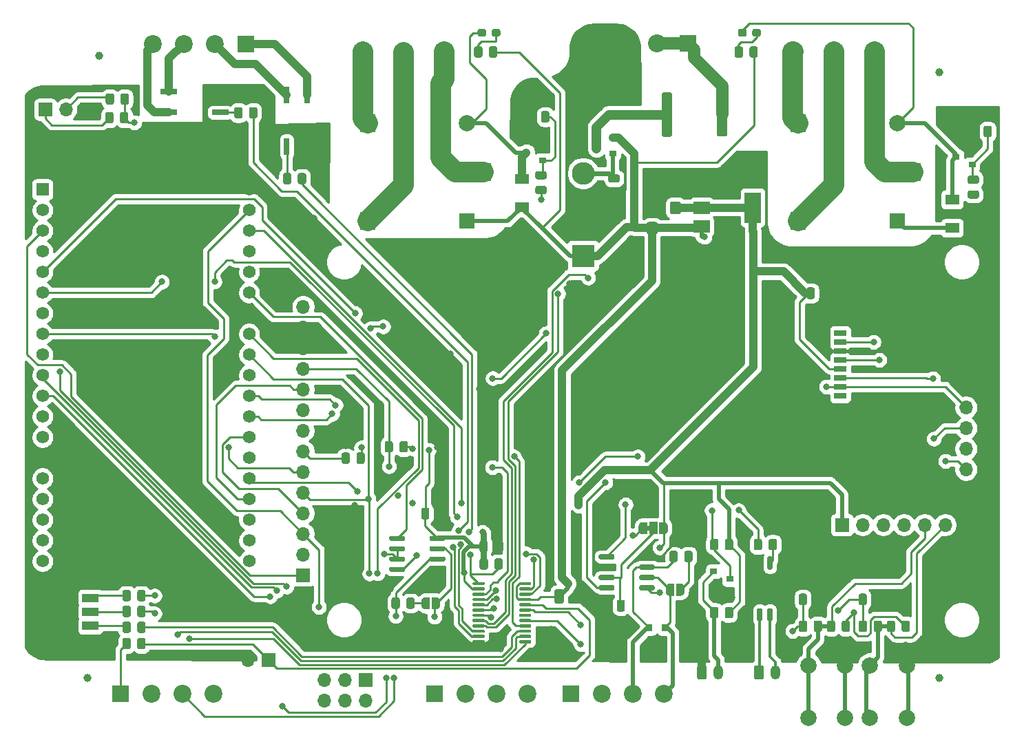
<source format=gtl>
G04 #@! TF.GenerationSoftware,KiCad,Pcbnew,5.1.9+dfsg1-1~bpo10+1*
G04 #@! TF.CreationDate,2022-05-04T15:36:53+00:00*
G04 #@! TF.ProjectId,ControllerCircuit,436f6e74-726f-46c6-9c65-724369726375,rev?*
G04 #@! TF.SameCoordinates,Original*
G04 #@! TF.FileFunction,Copper,L1,Top*
G04 #@! TF.FilePolarity,Positive*
%FSLAX46Y46*%
G04 Gerber Fmt 4.6, Leading zero omitted, Abs format (unit mm)*
G04 Created by KiCad (PCBNEW 5.1.9+dfsg1-1~bpo10+1) date 2022-05-04 15:36:53*
%MOMM*%
%LPD*%
G01*
G04 APERTURE LIST*
G04 #@! TA.AperFunction,EtchedComponent*
%ADD10C,0.100000*%
G04 #@! TD*
G04 #@! TA.AperFunction,SMDPad,CuDef*
%ADD11R,2.000000X1.450000*%
G04 #@! TD*
G04 #@! TA.AperFunction,SMDPad,CuDef*
%ADD12R,1.500000X0.800000*%
G04 #@! TD*
G04 #@! TA.AperFunction,ComponentPad*
%ADD13O,1.700000X1.700000*%
G04 #@! TD*
G04 #@! TA.AperFunction,ComponentPad*
%ADD14R,1.700000X1.700000*%
G04 #@! TD*
G04 #@! TA.AperFunction,SMDPad,CuDef*
%ADD15C,1.000000*%
G04 #@! TD*
G04 #@! TA.AperFunction,SMDPad,CuDef*
%ADD16R,0.900000X0.800000*%
G04 #@! TD*
G04 #@! TA.AperFunction,ComponentPad*
%ADD17C,2.000000*%
G04 #@! TD*
G04 #@! TA.AperFunction,ComponentPad*
%ADD18O,2.800000X2.800000*%
G04 #@! TD*
G04 #@! TA.AperFunction,ComponentPad*
%ADD19R,2.800000X2.800000*%
G04 #@! TD*
G04 #@! TA.AperFunction,SMDPad,CuDef*
%ADD20R,1.700000X1.300000*%
G04 #@! TD*
G04 #@! TA.AperFunction,SMDPad,CuDef*
%ADD21C,0.100000*%
G04 #@! TD*
G04 #@! TA.AperFunction,ComponentPad*
%ADD22C,2.200000*%
G04 #@! TD*
G04 #@! TA.AperFunction,ComponentPad*
%ADD23R,2.000000X2.000000*%
G04 #@! TD*
G04 #@! TA.AperFunction,SMDPad,CuDef*
%ADD24R,0.800000X0.900000*%
G04 #@! TD*
G04 #@! TA.AperFunction,SMDPad,CuDef*
%ADD25R,1.000000X1.500000*%
G04 #@! TD*
G04 #@! TA.AperFunction,SMDPad,CuDef*
%ADD26R,2.000000X0.640000*%
G04 #@! TD*
G04 #@! TA.AperFunction,SMDPad,CuDef*
%ADD27R,0.640000X2.000000*%
G04 #@! TD*
G04 #@! TA.AperFunction,SMDPad,CuDef*
%ADD28R,2.000000X1.500000*%
G04 #@! TD*
G04 #@! TA.AperFunction,SMDPad,CuDef*
%ADD29R,2.000000X3.800000*%
G04 #@! TD*
G04 #@! TA.AperFunction,ComponentPad*
%ADD30O,1.200000X1.750000*%
G04 #@! TD*
G04 #@! TA.AperFunction,SMDPad,CuDef*
%ADD31R,2.000000X1.100000*%
G04 #@! TD*
G04 #@! TA.AperFunction,ComponentPad*
%ADD32C,1.560000*%
G04 #@! TD*
G04 #@! TA.AperFunction,ComponentPad*
%ADD33R,1.560000X1.560000*%
G04 #@! TD*
G04 #@! TA.AperFunction,ComponentPad*
%ADD34R,1.980000X1.980000*%
G04 #@! TD*
G04 #@! TA.AperFunction,ComponentPad*
%ADD35R,1.900000X2.200000*%
G04 #@! TD*
G04 #@! TA.AperFunction,ComponentPad*
%ADD36C,1.900000*%
G04 #@! TD*
G04 #@! TA.AperFunction,ComponentPad*
%ADD37R,1.900000X1.900000*%
G04 #@! TD*
G04 #@! TA.AperFunction,ViaPad*
%ADD38C,0.800000*%
G04 #@! TD*
G04 #@! TA.AperFunction,Conductor*
%ADD39C,0.500000*%
G04 #@! TD*
G04 #@! TA.AperFunction,Conductor*
%ADD40C,0.250000*%
G04 #@! TD*
G04 #@! TA.AperFunction,Conductor*
%ADD41C,1.000000*%
G04 #@! TD*
G04 #@! TA.AperFunction,Conductor*
%ADD42C,1.500000*%
G04 #@! TD*
G04 #@! TA.AperFunction,Conductor*
%ADD43C,0.750000*%
G04 #@! TD*
G04 #@! TA.AperFunction,Conductor*
%ADD44C,0.350000*%
G04 #@! TD*
G04 #@! TA.AperFunction,Conductor*
%ADD45C,2.500000*%
G04 #@! TD*
G04 #@! TA.AperFunction,Conductor*
%ADD46C,0.600000*%
G04 #@! TD*
G04 #@! TA.AperFunction,Conductor*
%ADD47C,1.200000*%
G04 #@! TD*
G04 #@! TA.AperFunction,Conductor*
%ADD48C,0.254000*%
G04 #@! TD*
G04 #@! TA.AperFunction,Conductor*
%ADD49C,0.100000*%
G04 #@! TD*
G04 APERTURE END LIST*
D10*
G36*
X166450000Y-112810000D02*
G01*
X166950000Y-112810000D01*
X166950000Y-113410000D01*
X166450000Y-113410000D01*
X166450000Y-112810000D01*
G37*
D11*
X187750000Y-86725000D03*
X196050000Y-86725000D03*
X196050000Y-100475000D03*
X187750000Y-100475000D03*
D12*
X190350000Y-89105000D03*
X190350000Y-90205000D03*
X190350000Y-91305000D03*
X190350000Y-92405000D03*
X190350000Y-93505000D03*
X190350000Y-94605000D03*
X190350000Y-95705000D03*
X190350000Y-96805000D03*
D13*
X205790000Y-112700000D03*
X203250000Y-112700000D03*
X200710000Y-112700000D03*
X198170000Y-112700000D03*
X195630000Y-112700000D03*
X193090000Y-112700000D03*
D14*
X190550000Y-112700000D03*
G04 #@! TA.AperFunction,SMDPad,CuDef*
G36*
G01*
X150875000Y-120025000D02*
X150875000Y-119825000D01*
G75*
G02*
X150975000Y-119725000I100000J0D01*
G01*
X152250000Y-119725000D01*
G75*
G02*
X152350000Y-119825000I0J-100000D01*
G01*
X152350000Y-120025000D01*
G75*
G02*
X152250000Y-120125000I-100000J0D01*
G01*
X150975000Y-120125000D01*
G75*
G02*
X150875000Y-120025000I0J100000D01*
G01*
G37*
G04 #@! TD.AperFunction*
G04 #@! TA.AperFunction,SMDPad,CuDef*
G36*
G01*
X150875000Y-120675000D02*
X150875000Y-120475000D01*
G75*
G02*
X150975000Y-120375000I100000J0D01*
G01*
X152250000Y-120375000D01*
G75*
G02*
X152350000Y-120475000I0J-100000D01*
G01*
X152350000Y-120675000D01*
G75*
G02*
X152250000Y-120775000I-100000J0D01*
G01*
X150975000Y-120775000D01*
G75*
G02*
X150875000Y-120675000I0J100000D01*
G01*
G37*
G04 #@! TD.AperFunction*
G04 #@! TA.AperFunction,SMDPad,CuDef*
G36*
G01*
X150875000Y-121325000D02*
X150875000Y-121125000D01*
G75*
G02*
X150975000Y-121025000I100000J0D01*
G01*
X152250000Y-121025000D01*
G75*
G02*
X152350000Y-121125000I0J-100000D01*
G01*
X152350000Y-121325000D01*
G75*
G02*
X152250000Y-121425000I-100000J0D01*
G01*
X150975000Y-121425000D01*
G75*
G02*
X150875000Y-121325000I0J100000D01*
G01*
G37*
G04 #@! TD.AperFunction*
G04 #@! TA.AperFunction,SMDPad,CuDef*
G36*
G01*
X150875000Y-121975000D02*
X150875000Y-121775000D01*
G75*
G02*
X150975000Y-121675000I100000J0D01*
G01*
X152250000Y-121675000D01*
G75*
G02*
X152350000Y-121775000I0J-100000D01*
G01*
X152350000Y-121975000D01*
G75*
G02*
X152250000Y-122075000I-100000J0D01*
G01*
X150975000Y-122075000D01*
G75*
G02*
X150875000Y-121975000I0J100000D01*
G01*
G37*
G04 #@! TD.AperFunction*
G04 #@! TA.AperFunction,SMDPad,CuDef*
G36*
G01*
X150875000Y-122625000D02*
X150875000Y-122425000D01*
G75*
G02*
X150975000Y-122325000I100000J0D01*
G01*
X152250000Y-122325000D01*
G75*
G02*
X152350000Y-122425000I0J-100000D01*
G01*
X152350000Y-122625000D01*
G75*
G02*
X152250000Y-122725000I-100000J0D01*
G01*
X150975000Y-122725000D01*
G75*
G02*
X150875000Y-122625000I0J100000D01*
G01*
G37*
G04 #@! TD.AperFunction*
G04 #@! TA.AperFunction,SMDPad,CuDef*
G36*
G01*
X150875000Y-123275000D02*
X150875000Y-123075000D01*
G75*
G02*
X150975000Y-122975000I100000J0D01*
G01*
X152250000Y-122975000D01*
G75*
G02*
X152350000Y-123075000I0J-100000D01*
G01*
X152350000Y-123275000D01*
G75*
G02*
X152250000Y-123375000I-100000J0D01*
G01*
X150975000Y-123375000D01*
G75*
G02*
X150875000Y-123275000I0J100000D01*
G01*
G37*
G04 #@! TD.AperFunction*
G04 #@! TA.AperFunction,SMDPad,CuDef*
G36*
G01*
X150875000Y-123925000D02*
X150875000Y-123725000D01*
G75*
G02*
X150975000Y-123625000I100000J0D01*
G01*
X152250000Y-123625000D01*
G75*
G02*
X152350000Y-123725000I0J-100000D01*
G01*
X152350000Y-123925000D01*
G75*
G02*
X152250000Y-124025000I-100000J0D01*
G01*
X150975000Y-124025000D01*
G75*
G02*
X150875000Y-123925000I0J100000D01*
G01*
G37*
G04 #@! TD.AperFunction*
G04 #@! TA.AperFunction,SMDPad,CuDef*
G36*
G01*
X150875000Y-124575000D02*
X150875000Y-124375000D01*
G75*
G02*
X150975000Y-124275000I100000J0D01*
G01*
X152250000Y-124275000D01*
G75*
G02*
X152350000Y-124375000I0J-100000D01*
G01*
X152350000Y-124575000D01*
G75*
G02*
X152250000Y-124675000I-100000J0D01*
G01*
X150975000Y-124675000D01*
G75*
G02*
X150875000Y-124575000I0J100000D01*
G01*
G37*
G04 #@! TD.AperFunction*
G04 #@! TA.AperFunction,SMDPad,CuDef*
G36*
G01*
X150875000Y-125225000D02*
X150875000Y-125025000D01*
G75*
G02*
X150975000Y-124925000I100000J0D01*
G01*
X152250000Y-124925000D01*
G75*
G02*
X152350000Y-125025000I0J-100000D01*
G01*
X152350000Y-125225000D01*
G75*
G02*
X152250000Y-125325000I-100000J0D01*
G01*
X150975000Y-125325000D01*
G75*
G02*
X150875000Y-125225000I0J100000D01*
G01*
G37*
G04 #@! TD.AperFunction*
G04 #@! TA.AperFunction,SMDPad,CuDef*
G36*
G01*
X150875000Y-125875000D02*
X150875000Y-125675000D01*
G75*
G02*
X150975000Y-125575000I100000J0D01*
G01*
X152250000Y-125575000D01*
G75*
G02*
X152350000Y-125675000I0J-100000D01*
G01*
X152350000Y-125875000D01*
G75*
G02*
X152250000Y-125975000I-100000J0D01*
G01*
X150975000Y-125975000D01*
G75*
G02*
X150875000Y-125875000I0J100000D01*
G01*
G37*
G04 #@! TD.AperFunction*
G04 #@! TA.AperFunction,SMDPad,CuDef*
G36*
G01*
X150875000Y-126525000D02*
X150875000Y-126325000D01*
G75*
G02*
X150975000Y-126225000I100000J0D01*
G01*
X152250000Y-126225000D01*
G75*
G02*
X152350000Y-126325000I0J-100000D01*
G01*
X152350000Y-126525000D01*
G75*
G02*
X152250000Y-126625000I-100000J0D01*
G01*
X150975000Y-126625000D01*
G75*
G02*
X150875000Y-126525000I0J100000D01*
G01*
G37*
G04 #@! TD.AperFunction*
G04 #@! TA.AperFunction,SMDPad,CuDef*
G36*
G01*
X150875000Y-127175000D02*
X150875000Y-126975000D01*
G75*
G02*
X150975000Y-126875000I100000J0D01*
G01*
X152250000Y-126875000D01*
G75*
G02*
X152350000Y-126975000I0J-100000D01*
G01*
X152350000Y-127175000D01*
G75*
G02*
X152250000Y-127275000I-100000J0D01*
G01*
X150975000Y-127275000D01*
G75*
G02*
X150875000Y-127175000I0J100000D01*
G01*
G37*
G04 #@! TD.AperFunction*
G04 #@! TA.AperFunction,SMDPad,CuDef*
G36*
G01*
X145150000Y-127175000D02*
X145150000Y-126975000D01*
G75*
G02*
X145250000Y-126875000I100000J0D01*
G01*
X146525000Y-126875000D01*
G75*
G02*
X146625000Y-126975000I0J-100000D01*
G01*
X146625000Y-127175000D01*
G75*
G02*
X146525000Y-127275000I-100000J0D01*
G01*
X145250000Y-127275000D01*
G75*
G02*
X145150000Y-127175000I0J100000D01*
G01*
G37*
G04 #@! TD.AperFunction*
G04 #@! TA.AperFunction,SMDPad,CuDef*
G36*
G01*
X145150000Y-126525000D02*
X145150000Y-126325000D01*
G75*
G02*
X145250000Y-126225000I100000J0D01*
G01*
X146525000Y-126225000D01*
G75*
G02*
X146625000Y-126325000I0J-100000D01*
G01*
X146625000Y-126525000D01*
G75*
G02*
X146525000Y-126625000I-100000J0D01*
G01*
X145250000Y-126625000D01*
G75*
G02*
X145150000Y-126525000I0J100000D01*
G01*
G37*
G04 #@! TD.AperFunction*
G04 #@! TA.AperFunction,SMDPad,CuDef*
G36*
G01*
X145150000Y-125875000D02*
X145150000Y-125675000D01*
G75*
G02*
X145250000Y-125575000I100000J0D01*
G01*
X146525000Y-125575000D01*
G75*
G02*
X146625000Y-125675000I0J-100000D01*
G01*
X146625000Y-125875000D01*
G75*
G02*
X146525000Y-125975000I-100000J0D01*
G01*
X145250000Y-125975000D01*
G75*
G02*
X145150000Y-125875000I0J100000D01*
G01*
G37*
G04 #@! TD.AperFunction*
G04 #@! TA.AperFunction,SMDPad,CuDef*
G36*
G01*
X145150000Y-125225000D02*
X145150000Y-125025000D01*
G75*
G02*
X145250000Y-124925000I100000J0D01*
G01*
X146525000Y-124925000D01*
G75*
G02*
X146625000Y-125025000I0J-100000D01*
G01*
X146625000Y-125225000D01*
G75*
G02*
X146525000Y-125325000I-100000J0D01*
G01*
X145250000Y-125325000D01*
G75*
G02*
X145150000Y-125225000I0J100000D01*
G01*
G37*
G04 #@! TD.AperFunction*
G04 #@! TA.AperFunction,SMDPad,CuDef*
G36*
G01*
X145150000Y-124575000D02*
X145150000Y-124375000D01*
G75*
G02*
X145250000Y-124275000I100000J0D01*
G01*
X146525000Y-124275000D01*
G75*
G02*
X146625000Y-124375000I0J-100000D01*
G01*
X146625000Y-124575000D01*
G75*
G02*
X146525000Y-124675000I-100000J0D01*
G01*
X145250000Y-124675000D01*
G75*
G02*
X145150000Y-124575000I0J100000D01*
G01*
G37*
G04 #@! TD.AperFunction*
G04 #@! TA.AperFunction,SMDPad,CuDef*
G36*
G01*
X145150000Y-123925000D02*
X145150000Y-123725000D01*
G75*
G02*
X145250000Y-123625000I100000J0D01*
G01*
X146525000Y-123625000D01*
G75*
G02*
X146625000Y-123725000I0J-100000D01*
G01*
X146625000Y-123925000D01*
G75*
G02*
X146525000Y-124025000I-100000J0D01*
G01*
X145250000Y-124025000D01*
G75*
G02*
X145150000Y-123925000I0J100000D01*
G01*
G37*
G04 #@! TD.AperFunction*
G04 #@! TA.AperFunction,SMDPad,CuDef*
G36*
G01*
X145150000Y-123275000D02*
X145150000Y-123075000D01*
G75*
G02*
X145250000Y-122975000I100000J0D01*
G01*
X146525000Y-122975000D01*
G75*
G02*
X146625000Y-123075000I0J-100000D01*
G01*
X146625000Y-123275000D01*
G75*
G02*
X146525000Y-123375000I-100000J0D01*
G01*
X145250000Y-123375000D01*
G75*
G02*
X145150000Y-123275000I0J100000D01*
G01*
G37*
G04 #@! TD.AperFunction*
G04 #@! TA.AperFunction,SMDPad,CuDef*
G36*
G01*
X145150000Y-122625000D02*
X145150000Y-122425000D01*
G75*
G02*
X145250000Y-122325000I100000J0D01*
G01*
X146525000Y-122325000D01*
G75*
G02*
X146625000Y-122425000I0J-100000D01*
G01*
X146625000Y-122625000D01*
G75*
G02*
X146525000Y-122725000I-100000J0D01*
G01*
X145250000Y-122725000D01*
G75*
G02*
X145150000Y-122625000I0J100000D01*
G01*
G37*
G04 #@! TD.AperFunction*
G04 #@! TA.AperFunction,SMDPad,CuDef*
G36*
G01*
X145150000Y-121975000D02*
X145150000Y-121775000D01*
G75*
G02*
X145250000Y-121675000I100000J0D01*
G01*
X146525000Y-121675000D01*
G75*
G02*
X146625000Y-121775000I0J-100000D01*
G01*
X146625000Y-121975000D01*
G75*
G02*
X146525000Y-122075000I-100000J0D01*
G01*
X145250000Y-122075000D01*
G75*
G02*
X145150000Y-121975000I0J100000D01*
G01*
G37*
G04 #@! TD.AperFunction*
G04 #@! TA.AperFunction,SMDPad,CuDef*
G36*
G01*
X145150000Y-121325000D02*
X145150000Y-121125000D01*
G75*
G02*
X145250000Y-121025000I100000J0D01*
G01*
X146525000Y-121025000D01*
G75*
G02*
X146625000Y-121125000I0J-100000D01*
G01*
X146625000Y-121325000D01*
G75*
G02*
X146525000Y-121425000I-100000J0D01*
G01*
X145250000Y-121425000D01*
G75*
G02*
X145150000Y-121325000I0J100000D01*
G01*
G37*
G04 #@! TD.AperFunction*
G04 #@! TA.AperFunction,SMDPad,CuDef*
G36*
G01*
X145150000Y-120675000D02*
X145150000Y-120475000D01*
G75*
G02*
X145250000Y-120375000I100000J0D01*
G01*
X146525000Y-120375000D01*
G75*
G02*
X146625000Y-120475000I0J-100000D01*
G01*
X146625000Y-120675000D01*
G75*
G02*
X146525000Y-120775000I-100000J0D01*
G01*
X145250000Y-120775000D01*
G75*
G02*
X145150000Y-120675000I0J100000D01*
G01*
G37*
G04 #@! TD.AperFunction*
G04 #@! TA.AperFunction,SMDPad,CuDef*
G36*
G01*
X145150000Y-120025000D02*
X145150000Y-119825000D01*
G75*
G02*
X145250000Y-119725000I100000J0D01*
G01*
X146525000Y-119725000D01*
G75*
G02*
X146625000Y-119825000I0J-100000D01*
G01*
X146625000Y-120025000D01*
G75*
G02*
X146525000Y-120125000I-100000J0D01*
G01*
X145250000Y-120125000D01*
G75*
G02*
X145150000Y-120025000I0J100000D01*
G01*
G37*
G04 #@! TD.AperFunction*
D15*
X202500000Y-57000000D03*
X202500000Y-131500000D03*
X97750000Y-131500000D03*
X99250000Y-55000000D03*
G04 #@! TA.AperFunction,SMDPad,CuDef*
G36*
G01*
X136150000Y-103550001D02*
X136150000Y-102649999D01*
G75*
G02*
X136399999Y-102400000I249999J0D01*
G01*
X136925001Y-102400000D01*
G75*
G02*
X137175000Y-102649999I0J-249999D01*
G01*
X137175000Y-103550001D01*
G75*
G02*
X136925001Y-103800000I-249999J0D01*
G01*
X136399999Y-103800000D01*
G75*
G02*
X136150000Y-103550001I0J249999D01*
G01*
G37*
G04 #@! TD.AperFunction*
G04 #@! TA.AperFunction,SMDPad,CuDef*
G36*
G01*
X134325000Y-103550001D02*
X134325000Y-102649999D01*
G75*
G02*
X134574999Y-102400000I249999J0D01*
G01*
X135100001Y-102400000D01*
G75*
G02*
X135350000Y-102649999I0J-249999D01*
G01*
X135350000Y-103550001D01*
G75*
G02*
X135100001Y-103800000I-249999J0D01*
G01*
X134574999Y-103800000D01*
G75*
G02*
X134325000Y-103550001I0J249999D01*
G01*
G37*
G04 #@! TD.AperFunction*
G04 #@! TA.AperFunction,SMDPad,CuDef*
G36*
G01*
X156350000Y-120849999D02*
X156350000Y-122150001D01*
G75*
G02*
X156100001Y-122400000I-249999J0D01*
G01*
X155449999Y-122400000D01*
G75*
G02*
X155200000Y-122150001I0J249999D01*
G01*
X155200000Y-120849999D01*
G75*
G02*
X155449999Y-120600000I249999J0D01*
G01*
X156100001Y-120600000D01*
G75*
G02*
X156350000Y-120849999I0J-249999D01*
G01*
G37*
G04 #@! TD.AperFunction*
G04 #@! TA.AperFunction,SMDPad,CuDef*
G36*
G01*
X159300000Y-120849999D02*
X159300000Y-122150001D01*
G75*
G02*
X159050001Y-122400000I-249999J0D01*
G01*
X158399999Y-122400000D01*
G75*
G02*
X158150000Y-122150001I0J249999D01*
G01*
X158150000Y-120849999D01*
G75*
G02*
X158399999Y-120600000I249999J0D01*
G01*
X159050001Y-120600000D01*
G75*
G02*
X159300000Y-120849999I0J-249999D01*
G01*
G37*
G04 #@! TD.AperFunction*
G04 #@! TA.AperFunction,SMDPad,CuDef*
G36*
G01*
X176150000Y-115570001D02*
X176150000Y-114669999D01*
G75*
G02*
X176399999Y-114420000I249999J0D01*
G01*
X176925001Y-114420000D01*
G75*
G02*
X177175000Y-114669999I0J-249999D01*
G01*
X177175000Y-115570001D01*
G75*
G02*
X176925001Y-115820000I-249999J0D01*
G01*
X176399999Y-115820000D01*
G75*
G02*
X176150000Y-115570001I0J249999D01*
G01*
G37*
G04 #@! TD.AperFunction*
G04 #@! TA.AperFunction,SMDPad,CuDef*
G36*
G01*
X174325000Y-115570001D02*
X174325000Y-114669999D01*
G75*
G02*
X174574999Y-114420000I249999J0D01*
G01*
X175100001Y-114420000D01*
G75*
G02*
X175350000Y-114669999I0J-249999D01*
G01*
X175350000Y-115570001D01*
G75*
G02*
X175100001Y-115820000I-249999J0D01*
G01*
X174574999Y-115820000D01*
G75*
G02*
X174325000Y-115570001I0J249999D01*
G01*
G37*
G04 #@! TD.AperFunction*
D16*
X176770000Y-119375000D03*
X174770000Y-120325000D03*
X174770000Y-118425000D03*
G04 #@! TA.AperFunction,SMDPad,CuDef*
G36*
G01*
X175195000Y-64762500D02*
X175195000Y-59637500D01*
G75*
G02*
X175357500Y-59475000I162500J0D01*
G01*
X176282500Y-59475000D01*
G75*
G02*
X176445000Y-59637500I0J-162500D01*
G01*
X176445000Y-64762500D01*
G75*
G02*
X176282500Y-64925000I-162500J0D01*
G01*
X175357500Y-64925000D01*
G75*
G02*
X175195000Y-64762500I0J162500D01*
G01*
G37*
G04 #@! TD.AperFunction*
G04 #@! TA.AperFunction,SMDPad,CuDef*
G36*
G01*
X168407500Y-64802500D02*
X168407500Y-59677500D01*
G75*
G02*
X168570000Y-59515000I162500J0D01*
G01*
X169495000Y-59515000D01*
G75*
G02*
X169657500Y-59677500I0J-162500D01*
G01*
X169657500Y-64802500D01*
G75*
G02*
X169495000Y-64965000I-162500J0D01*
G01*
X168570000Y-64965000D01*
G75*
G02*
X168407500Y-64802500I0J162500D01*
G01*
G37*
G04 #@! TD.AperFunction*
D17*
X194000000Y-129976000D03*
X198500000Y-129976000D03*
X194000000Y-136476000D03*
X198500000Y-136476000D03*
G04 #@! TA.AperFunction,SMDPad,CuDef*
G36*
G01*
X194437000Y-125623002D02*
X194437000Y-124722998D01*
G75*
G02*
X194686998Y-124473000I249998J0D01*
G01*
X195212002Y-124473000D01*
G75*
G02*
X195462000Y-124722998I0J-249998D01*
G01*
X195462000Y-125623002D01*
G75*
G02*
X195212002Y-125873000I-249998J0D01*
G01*
X194686998Y-125873000D01*
G75*
G02*
X194437000Y-125623002I0J249998D01*
G01*
G37*
G04 #@! TD.AperFunction*
G04 #@! TA.AperFunction,SMDPad,CuDef*
G36*
G01*
X192612000Y-125623002D02*
X192612000Y-124722998D01*
G75*
G02*
X192861998Y-124473000I249998J0D01*
G01*
X193387002Y-124473000D01*
G75*
G02*
X193637000Y-124722998I0J-249998D01*
G01*
X193637000Y-125623002D01*
G75*
G02*
X193387002Y-125873000I-249998J0D01*
G01*
X192861998Y-125873000D01*
G75*
G02*
X192612000Y-125623002I0J249998D01*
G01*
G37*
G04 #@! TD.AperFunction*
G04 #@! TA.AperFunction,SMDPad,CuDef*
G36*
G01*
X197886000Y-125623002D02*
X197886000Y-124722998D01*
G75*
G02*
X198135998Y-124473000I249998J0D01*
G01*
X198661002Y-124473000D01*
G75*
G02*
X198911000Y-124722998I0J-249998D01*
G01*
X198911000Y-125623002D01*
G75*
G02*
X198661002Y-125873000I-249998J0D01*
G01*
X198135998Y-125873000D01*
G75*
G02*
X197886000Y-125623002I0J249998D01*
G01*
G37*
G04 #@! TD.AperFunction*
G04 #@! TA.AperFunction,SMDPad,CuDef*
G36*
G01*
X196061000Y-125623002D02*
X196061000Y-124722998D01*
G75*
G02*
X196310998Y-124473000I249998J0D01*
G01*
X196836002Y-124473000D01*
G75*
G02*
X197086000Y-124722998I0J-249998D01*
G01*
X197086000Y-125623002D01*
G75*
G02*
X196836002Y-125873000I-249998J0D01*
G01*
X196310998Y-125873000D01*
G75*
G02*
X196061000Y-125623002I0J249998D01*
G01*
G37*
G04 #@! TD.AperFunction*
G04 #@! TA.AperFunction,SMDPad,CuDef*
G36*
G01*
X194507000Y-122346000D02*
X194507000Y-121396000D01*
G75*
G02*
X194757000Y-121146000I250000J0D01*
G01*
X195257000Y-121146000D01*
G75*
G02*
X195507000Y-121396000I0J-250000D01*
G01*
X195507000Y-122346000D01*
G75*
G02*
X195257000Y-122596000I-250000J0D01*
G01*
X194757000Y-122596000D01*
G75*
G02*
X194507000Y-122346000I0J250000D01*
G01*
G37*
G04 #@! TD.AperFunction*
G04 #@! TA.AperFunction,SMDPad,CuDef*
G36*
G01*
X192607000Y-122346000D02*
X192607000Y-121396000D01*
G75*
G02*
X192857000Y-121146000I250000J0D01*
G01*
X193357000Y-121146000D01*
G75*
G02*
X193607000Y-121396000I0J-250000D01*
G01*
X193607000Y-122346000D01*
G75*
G02*
X193357000Y-122596000I-250000J0D01*
G01*
X192857000Y-122596000D01*
G75*
G02*
X192607000Y-122346000I0J250000D01*
G01*
G37*
G04 #@! TD.AperFunction*
X186437000Y-129976000D03*
X190937000Y-129976000D03*
X186437000Y-136476000D03*
X190937000Y-136476000D03*
G04 #@! TA.AperFunction,SMDPad,CuDef*
G36*
G01*
X187071000Y-125623002D02*
X187071000Y-124722998D01*
G75*
G02*
X187320998Y-124473000I249998J0D01*
G01*
X187846002Y-124473000D01*
G75*
G02*
X188096000Y-124722998I0J-249998D01*
G01*
X188096000Y-125623002D01*
G75*
G02*
X187846002Y-125873000I-249998J0D01*
G01*
X187320998Y-125873000D01*
G75*
G02*
X187071000Y-125623002I0J249998D01*
G01*
G37*
G04 #@! TD.AperFunction*
G04 #@! TA.AperFunction,SMDPad,CuDef*
G36*
G01*
X185246000Y-125623002D02*
X185246000Y-124722998D01*
G75*
G02*
X185495998Y-124473000I249998J0D01*
G01*
X186021002Y-124473000D01*
G75*
G02*
X186271000Y-124722998I0J-249998D01*
G01*
X186271000Y-125623002D01*
G75*
G02*
X186021002Y-125873000I-249998J0D01*
G01*
X185495998Y-125873000D01*
G75*
G02*
X185246000Y-125623002I0J249998D01*
G01*
G37*
G04 #@! TD.AperFunction*
G04 #@! TA.AperFunction,SMDPad,CuDef*
G36*
G01*
X190520000Y-125623002D02*
X190520000Y-124722998D01*
G75*
G02*
X190769998Y-124473000I249998J0D01*
G01*
X191295002Y-124473000D01*
G75*
G02*
X191545000Y-124722998I0J-249998D01*
G01*
X191545000Y-125623002D01*
G75*
G02*
X191295002Y-125873000I-249998J0D01*
G01*
X190769998Y-125873000D01*
G75*
G02*
X190520000Y-125623002I0J249998D01*
G01*
G37*
G04 #@! TD.AperFunction*
G04 #@! TA.AperFunction,SMDPad,CuDef*
G36*
G01*
X188695000Y-125623002D02*
X188695000Y-124722998D01*
G75*
G02*
X188944998Y-124473000I249998J0D01*
G01*
X189470002Y-124473000D01*
G75*
G02*
X189720000Y-124722998I0J-249998D01*
G01*
X189720000Y-125623002D01*
G75*
G02*
X189470002Y-125873000I-249998J0D01*
G01*
X188944998Y-125873000D01*
G75*
G02*
X188695000Y-125623002I0J249998D01*
G01*
G37*
G04 #@! TD.AperFunction*
G04 #@! TA.AperFunction,SMDPad,CuDef*
G36*
G01*
X187141000Y-122346000D02*
X187141000Y-121396000D01*
G75*
G02*
X187391000Y-121146000I250000J0D01*
G01*
X187891000Y-121146000D01*
G75*
G02*
X188141000Y-121396000I0J-250000D01*
G01*
X188141000Y-122346000D01*
G75*
G02*
X187891000Y-122596000I-250000J0D01*
G01*
X187391000Y-122596000D01*
G75*
G02*
X187141000Y-122346000I0J250000D01*
G01*
G37*
G04 #@! TD.AperFunction*
G04 #@! TA.AperFunction,SMDPad,CuDef*
G36*
G01*
X185241000Y-122346000D02*
X185241000Y-121396000D01*
G75*
G02*
X185491000Y-121146000I250000J0D01*
G01*
X185991000Y-121146000D01*
G75*
G02*
X186241000Y-121396000I0J-250000D01*
G01*
X186241000Y-122346000D01*
G75*
G02*
X185991000Y-122596000I-250000J0D01*
G01*
X185491000Y-122596000D01*
G75*
G02*
X185241000Y-122346000I0J250000D01*
G01*
G37*
G04 #@! TD.AperFunction*
D18*
X158720000Y-69440000D03*
D19*
X158720000Y-79600000D03*
G04 #@! TA.AperFunction,SMDPad,CuDef*
G36*
G01*
X147500000Y-52397500D02*
X147500000Y-51922500D01*
G75*
G02*
X147737500Y-51685000I237500J0D01*
G01*
X148312500Y-51685000D01*
G75*
G02*
X148550000Y-51922500I0J-237500D01*
G01*
X148550000Y-52397500D01*
G75*
G02*
X148312500Y-52635000I-237500J0D01*
G01*
X147737500Y-52635000D01*
G75*
G02*
X147500000Y-52397500I0J237500D01*
G01*
G37*
G04 #@! TD.AperFunction*
G04 #@! TA.AperFunction,SMDPad,CuDef*
G36*
G01*
X145750000Y-52397500D02*
X145750000Y-51922500D01*
G75*
G02*
X145987500Y-51685000I237500J0D01*
G01*
X146562500Y-51685000D01*
G75*
G02*
X146800000Y-51922500I0J-237500D01*
G01*
X146800000Y-52397500D01*
G75*
G02*
X146562500Y-52635000I-237500J0D01*
G01*
X145987500Y-52635000D01*
G75*
G02*
X145750000Y-52397500I0J237500D01*
G01*
G37*
G04 #@! TD.AperFunction*
G04 #@! TA.AperFunction,SMDPad,CuDef*
G36*
G01*
X179525000Y-52397500D02*
X179525000Y-51922500D01*
G75*
G02*
X179762500Y-51685000I237500J0D01*
G01*
X180337500Y-51685000D01*
G75*
G02*
X180575000Y-51922500I0J-237500D01*
G01*
X180575000Y-52397500D01*
G75*
G02*
X180337500Y-52635000I-237500J0D01*
G01*
X179762500Y-52635000D01*
G75*
G02*
X179525000Y-52397500I0J237500D01*
G01*
G37*
G04 #@! TD.AperFunction*
G04 #@! TA.AperFunction,SMDPad,CuDef*
G36*
G01*
X177775000Y-52397500D02*
X177775000Y-51922500D01*
G75*
G02*
X178012500Y-51685000I237500J0D01*
G01*
X178587500Y-51685000D01*
G75*
G02*
X178825000Y-51922500I0J-237500D01*
G01*
X178825000Y-52397500D01*
G75*
G02*
X178587500Y-52635000I-237500J0D01*
G01*
X178012500Y-52635000D01*
G75*
G02*
X177775000Y-52397500I0J237500D01*
G01*
G37*
G04 #@! TD.AperFunction*
D20*
X151250000Y-70150000D03*
X151250000Y-73650000D03*
X204100000Y-72680000D03*
X204100000Y-76180000D03*
G04 #@! TA.AperFunction,SMDPad,CuDef*
D21*
G36*
X139340000Y-123089398D02*
G01*
X139315466Y-123089398D01*
X139266635Y-123084588D01*
X139218510Y-123075016D01*
X139171555Y-123060772D01*
X139126222Y-123041995D01*
X139082949Y-123018864D01*
X139042150Y-122991604D01*
X139004221Y-122960476D01*
X138969524Y-122925779D01*
X138938396Y-122887850D01*
X138911136Y-122847051D01*
X138888005Y-122803778D01*
X138869228Y-122758445D01*
X138854984Y-122711490D01*
X138845412Y-122663365D01*
X138840602Y-122614534D01*
X138840602Y-122590000D01*
X138840000Y-122590000D01*
X138840000Y-122090000D01*
X138840602Y-122090000D01*
X138840602Y-122065466D01*
X138845412Y-122016635D01*
X138854984Y-121968510D01*
X138869228Y-121921555D01*
X138888005Y-121876222D01*
X138911136Y-121832949D01*
X138938396Y-121792150D01*
X138969524Y-121754221D01*
X139004221Y-121719524D01*
X139042150Y-121688396D01*
X139082949Y-121661136D01*
X139126222Y-121638005D01*
X139171555Y-121619228D01*
X139218510Y-121604984D01*
X139266635Y-121595412D01*
X139315466Y-121590602D01*
X139340000Y-121590602D01*
X139340000Y-121590000D01*
X139840000Y-121590000D01*
X139840000Y-123090000D01*
X139340000Y-123090000D01*
X139340000Y-123089398D01*
G37*
G04 #@! TD.AperFunction*
G04 #@! TA.AperFunction,SMDPad,CuDef*
G36*
X140140000Y-121590000D02*
G01*
X140640000Y-121590000D01*
X140640000Y-121590602D01*
X140664534Y-121590602D01*
X140713365Y-121595412D01*
X140761490Y-121604984D01*
X140808445Y-121619228D01*
X140853778Y-121638005D01*
X140897051Y-121661136D01*
X140937850Y-121688396D01*
X140975779Y-121719524D01*
X141010476Y-121754221D01*
X141041604Y-121792150D01*
X141068864Y-121832949D01*
X141091995Y-121876222D01*
X141110772Y-121921555D01*
X141125016Y-121968510D01*
X141134588Y-122016635D01*
X141139398Y-122065466D01*
X141139398Y-122090000D01*
X141140000Y-122090000D01*
X141140000Y-122590000D01*
X141139398Y-122590000D01*
X141139398Y-122614534D01*
X141134588Y-122663365D01*
X141125016Y-122711490D01*
X141110772Y-122758445D01*
X141091995Y-122803778D01*
X141068864Y-122847051D01*
X141041604Y-122887850D01*
X141010476Y-122925779D01*
X140975779Y-122960476D01*
X140937850Y-122991604D01*
X140897051Y-123018864D01*
X140853778Y-123041995D01*
X140808445Y-123060772D01*
X140761490Y-123075016D01*
X140713365Y-123084588D01*
X140664534Y-123089398D01*
X140640000Y-123089398D01*
X140640000Y-123090000D01*
X140140000Y-123090000D01*
X140140000Y-121590000D01*
G37*
G04 #@! TD.AperFunction*
G04 #@! TA.AperFunction,SMDPad,CuDef*
G36*
X170690000Y-119920602D02*
G01*
X170714534Y-119920602D01*
X170763365Y-119925412D01*
X170811490Y-119934984D01*
X170858445Y-119949228D01*
X170903778Y-119968005D01*
X170947051Y-119991136D01*
X170987850Y-120018396D01*
X171025779Y-120049524D01*
X171060476Y-120084221D01*
X171091604Y-120122150D01*
X171118864Y-120162949D01*
X171141995Y-120206222D01*
X171160772Y-120251555D01*
X171175016Y-120298510D01*
X171184588Y-120346635D01*
X171189398Y-120395466D01*
X171189398Y-120420000D01*
X171190000Y-120420000D01*
X171190000Y-120920000D01*
X171189398Y-120920000D01*
X171189398Y-120944534D01*
X171184588Y-120993365D01*
X171175016Y-121041490D01*
X171160772Y-121088445D01*
X171141995Y-121133778D01*
X171118864Y-121177051D01*
X171091604Y-121217850D01*
X171060476Y-121255779D01*
X171025779Y-121290476D01*
X170987850Y-121321604D01*
X170947051Y-121348864D01*
X170903778Y-121371995D01*
X170858445Y-121390772D01*
X170811490Y-121405016D01*
X170763365Y-121414588D01*
X170714534Y-121419398D01*
X170690000Y-121419398D01*
X170690000Y-121420000D01*
X170190000Y-121420000D01*
X170190000Y-119920000D01*
X170690000Y-119920000D01*
X170690000Y-119920602D01*
G37*
G04 #@! TD.AperFunction*
G04 #@! TA.AperFunction,SMDPad,CuDef*
G36*
X169890000Y-121420000D02*
G01*
X169390000Y-121420000D01*
X169390000Y-121419398D01*
X169365466Y-121419398D01*
X169316635Y-121414588D01*
X169268510Y-121405016D01*
X169221555Y-121390772D01*
X169176222Y-121371995D01*
X169132949Y-121348864D01*
X169092150Y-121321604D01*
X169054221Y-121290476D01*
X169019524Y-121255779D01*
X168988396Y-121217850D01*
X168961136Y-121177051D01*
X168938005Y-121133778D01*
X168919228Y-121088445D01*
X168904984Y-121041490D01*
X168895412Y-120993365D01*
X168890602Y-120944534D01*
X168890602Y-120920000D01*
X168890000Y-120920000D01*
X168890000Y-120420000D01*
X168890602Y-120420000D01*
X168890602Y-120395466D01*
X168895412Y-120346635D01*
X168904984Y-120298510D01*
X168919228Y-120251555D01*
X168938005Y-120206222D01*
X168961136Y-120162949D01*
X168988396Y-120122150D01*
X169019524Y-120084221D01*
X169054221Y-120049524D01*
X169092150Y-120018396D01*
X169132949Y-119991136D01*
X169176222Y-119968005D01*
X169221555Y-119949228D01*
X169268510Y-119934984D01*
X169316635Y-119925412D01*
X169365466Y-119920602D01*
X169390000Y-119920602D01*
X169390000Y-119920000D01*
X169890000Y-119920000D01*
X169890000Y-121420000D01*
G37*
G04 #@! TD.AperFunction*
D13*
X205800000Y-103335000D03*
X205800000Y-100795000D03*
X205800000Y-98255000D03*
X205800000Y-105875000D03*
X124300000Y-85855000D03*
X124300000Y-88395000D03*
X124300000Y-90935000D03*
X124300000Y-93475000D03*
X124300000Y-96015000D03*
X124300000Y-98555000D03*
X124300000Y-101095000D03*
X124300000Y-103635000D03*
X124300000Y-106175000D03*
X124300000Y-108715000D03*
X124300000Y-111255000D03*
X124300000Y-113795000D03*
X124300000Y-116335000D03*
D14*
X124300000Y-118875000D03*
D22*
X160220000Y-53480000D03*
X164030000Y-53480000D03*
X167840000Y-53480000D03*
D23*
X171650000Y-53480000D03*
D24*
X167790000Y-127360000D03*
X166840000Y-125360000D03*
X168740000Y-125360000D03*
G04 #@! TA.AperFunction,SMDPad,CuDef*
G36*
G01*
X165590000Y-116775000D02*
X165590000Y-116475000D01*
G75*
G02*
X165740000Y-116325000I150000J0D01*
G01*
X167390000Y-116325000D01*
G75*
G02*
X167540000Y-116475000I0J-150000D01*
G01*
X167540000Y-116775000D01*
G75*
G02*
X167390000Y-116925000I-150000J0D01*
G01*
X165740000Y-116925000D01*
G75*
G02*
X165590000Y-116775000I0J150000D01*
G01*
G37*
G04 #@! TD.AperFunction*
G04 #@! TA.AperFunction,SMDPad,CuDef*
G36*
G01*
X165590000Y-118045000D02*
X165590000Y-117745000D01*
G75*
G02*
X165740000Y-117595000I150000J0D01*
G01*
X167390000Y-117595000D01*
G75*
G02*
X167540000Y-117745000I0J-150000D01*
G01*
X167540000Y-118045000D01*
G75*
G02*
X167390000Y-118195000I-150000J0D01*
G01*
X165740000Y-118195000D01*
G75*
G02*
X165590000Y-118045000I0J150000D01*
G01*
G37*
G04 #@! TD.AperFunction*
G04 #@! TA.AperFunction,SMDPad,CuDef*
G36*
G01*
X165590000Y-119315000D02*
X165590000Y-119015000D01*
G75*
G02*
X165740000Y-118865000I150000J0D01*
G01*
X167390000Y-118865000D01*
G75*
G02*
X167540000Y-119015000I0J-150000D01*
G01*
X167540000Y-119315000D01*
G75*
G02*
X167390000Y-119465000I-150000J0D01*
G01*
X165740000Y-119465000D01*
G75*
G02*
X165590000Y-119315000I0J150000D01*
G01*
G37*
G04 #@! TD.AperFunction*
G04 #@! TA.AperFunction,SMDPad,CuDef*
G36*
G01*
X165590000Y-120585000D02*
X165590000Y-120285000D01*
G75*
G02*
X165740000Y-120135000I150000J0D01*
G01*
X167390000Y-120135000D01*
G75*
G02*
X167540000Y-120285000I0J-150000D01*
G01*
X167540000Y-120585000D01*
G75*
G02*
X167390000Y-120735000I-150000J0D01*
G01*
X165740000Y-120735000D01*
G75*
G02*
X165590000Y-120585000I0J150000D01*
G01*
G37*
G04 #@! TD.AperFunction*
G04 #@! TA.AperFunction,SMDPad,CuDef*
G36*
G01*
X160640000Y-120585000D02*
X160640000Y-120285000D01*
G75*
G02*
X160790000Y-120135000I150000J0D01*
G01*
X162440000Y-120135000D01*
G75*
G02*
X162590000Y-120285000I0J-150000D01*
G01*
X162590000Y-120585000D01*
G75*
G02*
X162440000Y-120735000I-150000J0D01*
G01*
X160790000Y-120735000D01*
G75*
G02*
X160640000Y-120585000I0J150000D01*
G01*
G37*
G04 #@! TD.AperFunction*
G04 #@! TA.AperFunction,SMDPad,CuDef*
G36*
G01*
X160640000Y-119315000D02*
X160640000Y-119015000D01*
G75*
G02*
X160790000Y-118865000I150000J0D01*
G01*
X162440000Y-118865000D01*
G75*
G02*
X162590000Y-119015000I0J-150000D01*
G01*
X162590000Y-119315000D01*
G75*
G02*
X162440000Y-119465000I-150000J0D01*
G01*
X160790000Y-119465000D01*
G75*
G02*
X160640000Y-119315000I0J150000D01*
G01*
G37*
G04 #@! TD.AperFunction*
G04 #@! TA.AperFunction,SMDPad,CuDef*
G36*
G01*
X160640000Y-118045000D02*
X160640000Y-117745000D01*
G75*
G02*
X160790000Y-117595000I150000J0D01*
G01*
X162440000Y-117595000D01*
G75*
G02*
X162590000Y-117745000I0J-150000D01*
G01*
X162590000Y-118045000D01*
G75*
G02*
X162440000Y-118195000I-150000J0D01*
G01*
X160790000Y-118195000D01*
G75*
G02*
X160640000Y-118045000I0J150000D01*
G01*
G37*
G04 #@! TD.AperFunction*
G04 #@! TA.AperFunction,SMDPad,CuDef*
G36*
G01*
X160640000Y-116775000D02*
X160640000Y-116475000D01*
G75*
G02*
X160790000Y-116325000I150000J0D01*
G01*
X162440000Y-116325000D01*
G75*
G02*
X162590000Y-116475000I0J-150000D01*
G01*
X162590000Y-116775000D01*
G75*
G02*
X162440000Y-116925000I-150000J0D01*
G01*
X160790000Y-116925000D01*
G75*
G02*
X160640000Y-116775000I0J150000D01*
G01*
G37*
G04 #@! TD.AperFunction*
G04 #@! TA.AperFunction,SMDPad,CuDef*
D21*
G36*
X166600000Y-113860000D02*
G01*
X166050000Y-113860000D01*
X166050000Y-113859398D01*
X166025466Y-113859398D01*
X165976635Y-113854588D01*
X165928510Y-113845016D01*
X165881555Y-113830772D01*
X165836222Y-113811995D01*
X165792949Y-113788864D01*
X165752150Y-113761604D01*
X165714221Y-113730476D01*
X165679524Y-113695779D01*
X165648396Y-113657850D01*
X165621136Y-113617051D01*
X165598005Y-113573778D01*
X165579228Y-113528445D01*
X165564984Y-113481490D01*
X165555412Y-113433365D01*
X165550602Y-113384534D01*
X165550602Y-113360000D01*
X165550000Y-113360000D01*
X165550000Y-112860000D01*
X165550602Y-112860000D01*
X165550602Y-112835466D01*
X165555412Y-112786635D01*
X165564984Y-112738510D01*
X165579228Y-112691555D01*
X165598005Y-112646222D01*
X165621136Y-112602949D01*
X165648396Y-112562150D01*
X165679524Y-112524221D01*
X165714221Y-112489524D01*
X165752150Y-112458396D01*
X165792949Y-112431136D01*
X165836222Y-112408005D01*
X165881555Y-112389228D01*
X165928510Y-112374984D01*
X165976635Y-112365412D01*
X166025466Y-112360602D01*
X166050000Y-112360602D01*
X166050000Y-112360000D01*
X166600000Y-112360000D01*
X166600000Y-113860000D01*
G37*
G04 #@! TD.AperFunction*
D25*
X167350000Y-113110000D03*
G04 #@! TA.AperFunction,SMDPad,CuDef*
D21*
G36*
X168650000Y-112360602D02*
G01*
X168674534Y-112360602D01*
X168723365Y-112365412D01*
X168771490Y-112374984D01*
X168818445Y-112389228D01*
X168863778Y-112408005D01*
X168907051Y-112431136D01*
X168947850Y-112458396D01*
X168985779Y-112489524D01*
X169020476Y-112524221D01*
X169051604Y-112562150D01*
X169078864Y-112602949D01*
X169101995Y-112646222D01*
X169120772Y-112691555D01*
X169135016Y-112738510D01*
X169144588Y-112786635D01*
X169149398Y-112835466D01*
X169149398Y-112860000D01*
X169150000Y-112860000D01*
X169150000Y-113360000D01*
X169149398Y-113360000D01*
X169149398Y-113384534D01*
X169144588Y-113433365D01*
X169135016Y-113481490D01*
X169120772Y-113528445D01*
X169101995Y-113573778D01*
X169078864Y-113617051D01*
X169051604Y-113657850D01*
X169020476Y-113695779D01*
X168985779Y-113730476D01*
X168947850Y-113761604D01*
X168907051Y-113788864D01*
X168863778Y-113811995D01*
X168818445Y-113830772D01*
X168771490Y-113845016D01*
X168723365Y-113854588D01*
X168674534Y-113859398D01*
X168650000Y-113859398D01*
X168650000Y-113860000D01*
X168100000Y-113860000D01*
X168100000Y-112360000D01*
X168650000Y-112360000D01*
X168650000Y-112360602D01*
G37*
G04 #@! TD.AperFunction*
D22*
X105800000Y-53530000D03*
X109610000Y-53530000D03*
X113420000Y-53530000D03*
D23*
X117230000Y-53530000D03*
D26*
X107800000Y-61970000D03*
X107800000Y-59430000D03*
X114100000Y-59430000D03*
X114100000Y-61970000D03*
G04 #@! TA.AperFunction,SMDPad,CuDef*
G36*
G01*
X117650000Y-62450002D02*
X117650000Y-61549998D01*
G75*
G02*
X117899998Y-61300000I249998J0D01*
G01*
X118425002Y-61300000D01*
G75*
G02*
X118675000Y-61549998I0J-249998D01*
G01*
X118675000Y-62450002D01*
G75*
G02*
X118425002Y-62700000I-249998J0D01*
G01*
X117899998Y-62700000D01*
G75*
G02*
X117650000Y-62450002I0J249998D01*
G01*
G37*
G04 #@! TD.AperFunction*
G04 #@! TA.AperFunction,SMDPad,CuDef*
G36*
G01*
X115825000Y-62450002D02*
X115825000Y-61549998D01*
G75*
G02*
X116074998Y-61300000I249998J0D01*
G01*
X116600002Y-61300000D01*
G75*
G02*
X116850000Y-61549998I0J-249998D01*
G01*
X116850000Y-62450002D01*
G75*
G02*
X116600002Y-62700000I-249998J0D01*
G01*
X116074998Y-62700000D01*
G75*
G02*
X115825000Y-62450002I0J249998D01*
G01*
G37*
G04 #@! TD.AperFunction*
D27*
X122280000Y-59850000D03*
X124820000Y-59850000D03*
X124820000Y-66150000D03*
X122280000Y-66150000D03*
D28*
X173279000Y-71375800D03*
X173279000Y-75975800D03*
X173279000Y-73675800D03*
D29*
X179579000Y-73675800D03*
G04 #@! TA.AperFunction,SMDPad,CuDef*
G36*
G01*
X139834980Y-114495800D02*
X139834980Y-114195800D01*
G75*
G02*
X139984980Y-114045800I150000J0D01*
G01*
X141634980Y-114045800D01*
G75*
G02*
X141784980Y-114195800I0J-150000D01*
G01*
X141784980Y-114495800D01*
G75*
G02*
X141634980Y-114645800I-150000J0D01*
G01*
X139984980Y-114645800D01*
G75*
G02*
X139834980Y-114495800I0J150000D01*
G01*
G37*
G04 #@! TD.AperFunction*
G04 #@! TA.AperFunction,SMDPad,CuDef*
G36*
G01*
X139834980Y-115765800D02*
X139834980Y-115465800D01*
G75*
G02*
X139984980Y-115315800I150000J0D01*
G01*
X141634980Y-115315800D01*
G75*
G02*
X141784980Y-115465800I0J-150000D01*
G01*
X141784980Y-115765800D01*
G75*
G02*
X141634980Y-115915800I-150000J0D01*
G01*
X139984980Y-115915800D01*
G75*
G02*
X139834980Y-115765800I0J150000D01*
G01*
G37*
G04 #@! TD.AperFunction*
G04 #@! TA.AperFunction,SMDPad,CuDef*
G36*
G01*
X139834980Y-117035800D02*
X139834980Y-116735800D01*
G75*
G02*
X139984980Y-116585800I150000J0D01*
G01*
X141634980Y-116585800D01*
G75*
G02*
X141784980Y-116735800I0J-150000D01*
G01*
X141784980Y-117035800D01*
G75*
G02*
X141634980Y-117185800I-150000J0D01*
G01*
X139984980Y-117185800D01*
G75*
G02*
X139834980Y-117035800I0J150000D01*
G01*
G37*
G04 #@! TD.AperFunction*
G04 #@! TA.AperFunction,SMDPad,CuDef*
G36*
G01*
X139834980Y-118305800D02*
X139834980Y-118005800D01*
G75*
G02*
X139984980Y-117855800I150000J0D01*
G01*
X141634980Y-117855800D01*
G75*
G02*
X141784980Y-118005800I0J-150000D01*
G01*
X141784980Y-118305800D01*
G75*
G02*
X141634980Y-118455800I-150000J0D01*
G01*
X139984980Y-118455800D01*
G75*
G02*
X139834980Y-118305800I0J150000D01*
G01*
G37*
G04 #@! TD.AperFunction*
G04 #@! TA.AperFunction,SMDPad,CuDef*
G36*
G01*
X134884980Y-118305800D02*
X134884980Y-118005800D01*
G75*
G02*
X135034980Y-117855800I150000J0D01*
G01*
X136684980Y-117855800D01*
G75*
G02*
X136834980Y-118005800I0J-150000D01*
G01*
X136834980Y-118305800D01*
G75*
G02*
X136684980Y-118455800I-150000J0D01*
G01*
X135034980Y-118455800D01*
G75*
G02*
X134884980Y-118305800I0J150000D01*
G01*
G37*
G04 #@! TD.AperFunction*
G04 #@! TA.AperFunction,SMDPad,CuDef*
G36*
G01*
X134884980Y-117035800D02*
X134884980Y-116735800D01*
G75*
G02*
X135034980Y-116585800I150000J0D01*
G01*
X136684980Y-116585800D01*
G75*
G02*
X136834980Y-116735800I0J-150000D01*
G01*
X136834980Y-117035800D01*
G75*
G02*
X136684980Y-117185800I-150000J0D01*
G01*
X135034980Y-117185800D01*
G75*
G02*
X134884980Y-117035800I0J150000D01*
G01*
G37*
G04 #@! TD.AperFunction*
G04 #@! TA.AperFunction,SMDPad,CuDef*
G36*
G01*
X134884980Y-115765800D02*
X134884980Y-115465800D01*
G75*
G02*
X135034980Y-115315800I150000J0D01*
G01*
X136684980Y-115315800D01*
G75*
G02*
X136834980Y-115465800I0J-150000D01*
G01*
X136834980Y-115765800D01*
G75*
G02*
X136684980Y-115915800I-150000J0D01*
G01*
X135034980Y-115915800D01*
G75*
G02*
X134884980Y-115765800I0J150000D01*
G01*
G37*
G04 #@! TD.AperFunction*
G04 #@! TA.AperFunction,SMDPad,CuDef*
G36*
G01*
X134884980Y-114495800D02*
X134884980Y-114195800D01*
G75*
G02*
X135034980Y-114045800I150000J0D01*
G01*
X136684980Y-114045800D01*
G75*
G02*
X136834980Y-114195800I0J-150000D01*
G01*
X136834980Y-114495800D01*
G75*
G02*
X136684980Y-114645800I-150000J0D01*
G01*
X135034980Y-114645800D01*
G75*
G02*
X134884980Y-114495800I0J150000D01*
G01*
G37*
G04 #@! TD.AperFunction*
G04 #@! TA.AperFunction,SMDPad,CuDef*
G36*
G01*
X181543320Y-122955500D02*
X181843320Y-122955500D01*
G75*
G02*
X181993320Y-123105500I0J-150000D01*
G01*
X181993320Y-124430500D01*
G75*
G02*
X181843320Y-124580500I-150000J0D01*
G01*
X181543320Y-124580500D01*
G75*
G02*
X181393320Y-124430500I0J150000D01*
G01*
X181393320Y-123105500D01*
G75*
G02*
X181543320Y-122955500I150000J0D01*
G01*
G37*
G04 #@! TD.AperFunction*
G04 #@! TA.AperFunction,SMDPad,CuDef*
G36*
G01*
X180273320Y-122955500D02*
X180573320Y-122955500D01*
G75*
G02*
X180723320Y-123105500I0J-150000D01*
G01*
X180723320Y-124430500D01*
G75*
G02*
X180573320Y-124580500I-150000J0D01*
G01*
X180273320Y-124580500D01*
G75*
G02*
X180123320Y-124430500I0J150000D01*
G01*
X180123320Y-123105500D01*
G75*
G02*
X180273320Y-122955500I150000J0D01*
G01*
G37*
G04 #@! TD.AperFunction*
G04 #@! TA.AperFunction,SMDPad,CuDef*
G36*
G01*
X180273320Y-116580500D02*
X180573320Y-116580500D01*
G75*
G02*
X180723320Y-116730500I0J-150000D01*
G01*
X180723320Y-118055500D01*
G75*
G02*
X180573320Y-118205500I-150000J0D01*
G01*
X180273320Y-118205500D01*
G75*
G02*
X180123320Y-118055500I0J150000D01*
G01*
X180123320Y-116730500D01*
G75*
G02*
X180273320Y-116580500I150000J0D01*
G01*
G37*
G04 #@! TD.AperFunction*
G04 #@! TA.AperFunction,SMDPad,CuDef*
G36*
G01*
X181543320Y-116580500D02*
X181843320Y-116580500D01*
G75*
G02*
X181993320Y-116730500I0J-150000D01*
G01*
X181993320Y-118055500D01*
G75*
G02*
X181843320Y-118205500I-150000J0D01*
G01*
X181543320Y-118205500D01*
G75*
G02*
X181393320Y-118055500I0J150000D01*
G01*
X181393320Y-116730500D01*
G75*
G02*
X181543320Y-116580500I150000J0D01*
G01*
G37*
G04 #@! TD.AperFunction*
D30*
X182341000Y-130849600D03*
G04 #@! TA.AperFunction,ComponentPad*
G36*
G01*
X179741000Y-131474601D02*
X179741000Y-130224599D01*
G75*
G02*
X179990999Y-129974600I249999J0D01*
G01*
X180691001Y-129974600D01*
G75*
G02*
X180941000Y-130224599I0J-249999D01*
G01*
X180941000Y-131474601D01*
G75*
G02*
X180691001Y-131724600I-249999J0D01*
G01*
X179990999Y-131724600D01*
G75*
G02*
X179741000Y-131474601I0J249999D01*
G01*
G37*
G04 #@! TD.AperFunction*
X175330720Y-130849600D03*
G04 #@! TA.AperFunction,ComponentPad*
G36*
G01*
X172730720Y-131474601D02*
X172730720Y-130224599D01*
G75*
G02*
X172980719Y-129974600I249999J0D01*
G01*
X173680721Y-129974600D01*
G75*
G02*
X173930720Y-130224599I0J-249999D01*
G01*
X173930720Y-131474601D01*
G75*
G02*
X173680721Y-131724600I-249999J0D01*
G01*
X172980719Y-131724600D01*
G75*
G02*
X172730720Y-131474601I0J249999D01*
G01*
G37*
G04 #@! TD.AperFunction*
G04 #@! TA.AperFunction,SMDPad,CuDef*
G36*
G01*
X103112240Y-126849998D02*
X103112240Y-127750002D01*
G75*
G02*
X102862242Y-128000000I-249998J0D01*
G01*
X102337238Y-128000000D01*
G75*
G02*
X102087240Y-127750002I0J249998D01*
G01*
X102087240Y-126849998D01*
G75*
G02*
X102337238Y-126600000I249998J0D01*
G01*
X102862242Y-126600000D01*
G75*
G02*
X103112240Y-126849998I0J-249998D01*
G01*
G37*
G04 #@! TD.AperFunction*
G04 #@! TA.AperFunction,SMDPad,CuDef*
G36*
G01*
X104937240Y-126849998D02*
X104937240Y-127750002D01*
G75*
G02*
X104687242Y-128000000I-249998J0D01*
G01*
X104162238Y-128000000D01*
G75*
G02*
X103912240Y-127750002I0J249998D01*
G01*
X103912240Y-126849998D01*
G75*
G02*
X104162238Y-126600000I249998J0D01*
G01*
X104687242Y-126600000D01*
G75*
G02*
X104937240Y-126849998I0J-249998D01*
G01*
G37*
G04 #@! TD.AperFunction*
G04 #@! TA.AperFunction,SMDPad,CuDef*
G36*
G01*
X130850000Y-104950002D02*
X130850000Y-104049998D01*
G75*
G02*
X131099998Y-103800000I249998J0D01*
G01*
X131625002Y-103800000D01*
G75*
G02*
X131875000Y-104049998I0J-249998D01*
G01*
X131875000Y-104950002D01*
G75*
G02*
X131625002Y-105200000I-249998J0D01*
G01*
X131099998Y-105200000D01*
G75*
G02*
X130850000Y-104950002I0J249998D01*
G01*
G37*
G04 #@! TD.AperFunction*
G04 #@! TA.AperFunction,SMDPad,CuDef*
G36*
G01*
X129025000Y-104950002D02*
X129025000Y-104049998D01*
G75*
G02*
X129274998Y-103800000I249998J0D01*
G01*
X129800002Y-103800000D01*
G75*
G02*
X130050000Y-104049998I0J-249998D01*
G01*
X130050000Y-104950002D01*
G75*
G02*
X129800002Y-105200000I-249998J0D01*
G01*
X129274998Y-105200000D01*
G75*
G02*
X129025000Y-104950002I0J249998D01*
G01*
G37*
G04 #@! TD.AperFunction*
G04 #@! TA.AperFunction,SMDPad,CuDef*
G36*
G01*
X147022480Y-117049998D02*
X147022480Y-117950002D01*
G75*
G02*
X146772482Y-118200000I-249998J0D01*
G01*
X146247478Y-118200000D01*
G75*
G02*
X145997480Y-117950002I0J249998D01*
G01*
X145997480Y-117049998D01*
G75*
G02*
X146247478Y-116800000I249998J0D01*
G01*
X146772482Y-116800000D01*
G75*
G02*
X147022480Y-117049998I0J-249998D01*
G01*
G37*
G04 #@! TD.AperFunction*
G04 #@! TA.AperFunction,SMDPad,CuDef*
G36*
G01*
X148847480Y-117049998D02*
X148847480Y-117950002D01*
G75*
G02*
X148597482Y-118200000I-249998J0D01*
G01*
X148072478Y-118200000D01*
G75*
G02*
X147822480Y-117950002I0J249998D01*
G01*
X147822480Y-117049998D01*
G75*
G02*
X148072478Y-116800000I249998J0D01*
G01*
X148597482Y-116800000D01*
G75*
G02*
X148847480Y-117049998I0J-249998D01*
G01*
G37*
G04 #@! TD.AperFunction*
G04 #@! TA.AperFunction,SMDPad,CuDef*
G36*
G01*
X123650000Y-70550002D02*
X123650000Y-69649998D01*
G75*
G02*
X123899998Y-69400000I249998J0D01*
G01*
X124425002Y-69400000D01*
G75*
G02*
X124675000Y-69649998I0J-249998D01*
G01*
X124675000Y-70550002D01*
G75*
G02*
X124425002Y-70800000I-249998J0D01*
G01*
X123899998Y-70800000D01*
G75*
G02*
X123650000Y-70550002I0J249998D01*
G01*
G37*
G04 #@! TD.AperFunction*
G04 #@! TA.AperFunction,SMDPad,CuDef*
G36*
G01*
X121825000Y-70550002D02*
X121825000Y-69649998D01*
G75*
G02*
X122074998Y-69400000I249998J0D01*
G01*
X122600002Y-69400000D01*
G75*
G02*
X122850000Y-69649998I0J-249998D01*
G01*
X122850000Y-70550002D01*
G75*
G02*
X122600002Y-70800000I-249998J0D01*
G01*
X122074998Y-70800000D01*
G75*
G02*
X121825000Y-70550002I0J249998D01*
G01*
G37*
G04 #@! TD.AperFunction*
G04 #@! TA.AperFunction,SMDPad,CuDef*
G36*
G01*
X103912240Y-125750002D02*
X103912240Y-124849998D01*
G75*
G02*
X104162238Y-124600000I249998J0D01*
G01*
X104687242Y-124600000D01*
G75*
G02*
X104937240Y-124849998I0J-249998D01*
G01*
X104937240Y-125750002D01*
G75*
G02*
X104687242Y-126000000I-249998J0D01*
G01*
X104162238Y-126000000D01*
G75*
G02*
X103912240Y-125750002I0J249998D01*
G01*
G37*
G04 #@! TD.AperFunction*
G04 #@! TA.AperFunction,SMDPad,CuDef*
G36*
G01*
X102087240Y-125750002D02*
X102087240Y-124849998D01*
G75*
G02*
X102337238Y-124600000I249998J0D01*
G01*
X102862242Y-124600000D01*
G75*
G02*
X103112240Y-124849998I0J-249998D01*
G01*
X103112240Y-125750002D01*
G75*
G02*
X102862242Y-126000000I-249998J0D01*
G01*
X102337238Y-126000000D01*
G75*
G02*
X102087240Y-125750002I0J249998D01*
G01*
G37*
G04 #@! TD.AperFunction*
G04 #@! TA.AperFunction,SMDPad,CuDef*
G36*
G01*
X101849820Y-60764422D02*
X101849820Y-59864418D01*
G75*
G02*
X102099818Y-59614420I249998J0D01*
G01*
X102624822Y-59614420D01*
G75*
G02*
X102874820Y-59864418I0J-249998D01*
G01*
X102874820Y-60764422D01*
G75*
G02*
X102624822Y-61014420I-249998J0D01*
G01*
X102099818Y-61014420D01*
G75*
G02*
X101849820Y-60764422I0J249998D01*
G01*
G37*
G04 #@! TD.AperFunction*
G04 #@! TA.AperFunction,SMDPad,CuDef*
G36*
G01*
X100024820Y-60764422D02*
X100024820Y-59864418D01*
G75*
G02*
X100274818Y-59614420I249998J0D01*
G01*
X100799822Y-59614420D01*
G75*
G02*
X101049820Y-59864418I0J-249998D01*
G01*
X101049820Y-60764422D01*
G75*
G02*
X100799822Y-61014420I-249998J0D01*
G01*
X100274818Y-61014420D01*
G75*
G02*
X100024820Y-60764422I0J249998D01*
G01*
G37*
G04 #@! TD.AperFunction*
G04 #@! TA.AperFunction,SMDPad,CuDef*
G36*
G01*
X153550000Y-62950002D02*
X153550000Y-62049998D01*
G75*
G02*
X153799998Y-61800000I249998J0D01*
G01*
X154325002Y-61800000D01*
G75*
G02*
X154575000Y-62049998I0J-249998D01*
G01*
X154575000Y-62950002D01*
G75*
G02*
X154325002Y-63200000I-249998J0D01*
G01*
X153799998Y-63200000D01*
G75*
G02*
X153550000Y-62950002I0J249998D01*
G01*
G37*
G04 #@! TD.AperFunction*
G04 #@! TA.AperFunction,SMDPad,CuDef*
G36*
G01*
X151725000Y-62950002D02*
X151725000Y-62049998D01*
G75*
G02*
X151974998Y-61800000I249998J0D01*
G01*
X152500002Y-61800000D01*
G75*
G02*
X152750000Y-62049998I0J-249998D01*
G01*
X152750000Y-62950002D01*
G75*
G02*
X152500002Y-63200000I-249998J0D01*
G01*
X151974998Y-63200000D01*
G75*
G02*
X151725000Y-62950002I0J249998D01*
G01*
G37*
G04 #@! TD.AperFunction*
G04 #@! TA.AperFunction,SMDPad,CuDef*
G36*
G01*
X153099998Y-71000000D02*
X154000002Y-71000000D01*
G75*
G02*
X154250000Y-71249998I0J-249998D01*
G01*
X154250000Y-71775002D01*
G75*
G02*
X154000002Y-72025000I-249998J0D01*
G01*
X153099998Y-72025000D01*
G75*
G02*
X152850000Y-71775002I0J249998D01*
G01*
X152850000Y-71249998D01*
G75*
G02*
X153099998Y-71000000I249998J0D01*
G01*
G37*
G04 #@! TD.AperFunction*
G04 #@! TA.AperFunction,SMDPad,CuDef*
G36*
G01*
X153099998Y-69175000D02*
X154000002Y-69175000D01*
G75*
G02*
X154250000Y-69424998I0J-249998D01*
G01*
X154250000Y-69950002D01*
G75*
G02*
X154000002Y-70200000I-249998J0D01*
G01*
X153099998Y-70200000D01*
G75*
G02*
X152850000Y-69950002I0J249998D01*
G01*
X152850000Y-69424998D01*
G75*
G02*
X153099998Y-69175000I249998J0D01*
G01*
G37*
G04 #@! TD.AperFunction*
G04 #@! TA.AperFunction,SMDPad,CuDef*
G36*
G01*
X147150000Y-54975002D02*
X147150000Y-54074998D01*
G75*
G02*
X147399998Y-53825000I249998J0D01*
G01*
X147925002Y-53825000D01*
G75*
G02*
X148175000Y-54074998I0J-249998D01*
G01*
X148175000Y-54975002D01*
G75*
G02*
X147925002Y-55225000I-249998J0D01*
G01*
X147399998Y-55225000D01*
G75*
G02*
X147150000Y-54975002I0J249998D01*
G01*
G37*
G04 #@! TD.AperFunction*
G04 #@! TA.AperFunction,SMDPad,CuDef*
G36*
G01*
X145325000Y-54975002D02*
X145325000Y-54074998D01*
G75*
G02*
X145574998Y-53825000I249998J0D01*
G01*
X146100002Y-53825000D01*
G75*
G02*
X146350000Y-54074998I0J-249998D01*
G01*
X146350000Y-54975002D01*
G75*
G02*
X146100002Y-55225000I-249998J0D01*
G01*
X145574998Y-55225000D01*
G75*
G02*
X145325000Y-54975002I0J249998D01*
G01*
G37*
G04 #@! TD.AperFunction*
G04 #@! TA.AperFunction,SMDPad,CuDef*
G36*
G01*
X179175000Y-54975002D02*
X179175000Y-54074998D01*
G75*
G02*
X179424998Y-53825000I249998J0D01*
G01*
X179950002Y-53825000D01*
G75*
G02*
X180200000Y-54074998I0J-249998D01*
G01*
X180200000Y-54975002D01*
G75*
G02*
X179950002Y-55225000I-249998J0D01*
G01*
X179424998Y-55225000D01*
G75*
G02*
X179175000Y-54975002I0J249998D01*
G01*
G37*
G04 #@! TD.AperFunction*
G04 #@! TA.AperFunction,SMDPad,CuDef*
G36*
G01*
X177350000Y-54975002D02*
X177350000Y-54074998D01*
G75*
G02*
X177599998Y-53825000I249998J0D01*
G01*
X178125002Y-53825000D01*
G75*
G02*
X178375000Y-54074998I0J-249998D01*
G01*
X178375000Y-54975002D01*
G75*
G02*
X178125002Y-55225000I-249998J0D01*
G01*
X177599998Y-55225000D01*
G75*
G02*
X177350000Y-54975002I0J249998D01*
G01*
G37*
G04 #@! TD.AperFunction*
G04 #@! TA.AperFunction,SMDPad,CuDef*
G36*
G01*
X207950000Y-64750002D02*
X207950000Y-63849998D01*
G75*
G02*
X208199998Y-63600000I249998J0D01*
G01*
X208725002Y-63600000D01*
G75*
G02*
X208975000Y-63849998I0J-249998D01*
G01*
X208975000Y-64750002D01*
G75*
G02*
X208725002Y-65000000I-249998J0D01*
G01*
X208199998Y-65000000D01*
G75*
G02*
X207950000Y-64750002I0J249998D01*
G01*
G37*
G04 #@! TD.AperFunction*
G04 #@! TA.AperFunction,SMDPad,CuDef*
G36*
G01*
X206125000Y-64750002D02*
X206125000Y-63849998D01*
G75*
G02*
X206374998Y-63600000I249998J0D01*
G01*
X206900002Y-63600000D01*
G75*
G02*
X207150000Y-63849998I0J-249998D01*
G01*
X207150000Y-64750002D01*
G75*
G02*
X206900002Y-65000000I-249998J0D01*
G01*
X206374998Y-65000000D01*
G75*
G02*
X206125000Y-64750002I0J249998D01*
G01*
G37*
G04 #@! TD.AperFunction*
G04 #@! TA.AperFunction,SMDPad,CuDef*
G36*
G01*
X206249998Y-71550000D02*
X207150002Y-71550000D01*
G75*
G02*
X207400000Y-71799998I0J-249998D01*
G01*
X207400000Y-72325002D01*
G75*
G02*
X207150002Y-72575000I-249998J0D01*
G01*
X206249998Y-72575000D01*
G75*
G02*
X206000000Y-72325002I0J249998D01*
G01*
X206000000Y-71799998D01*
G75*
G02*
X206249998Y-71550000I249998J0D01*
G01*
G37*
G04 #@! TD.AperFunction*
G04 #@! TA.AperFunction,SMDPad,CuDef*
G36*
G01*
X206249998Y-69725000D02*
X207150002Y-69725000D01*
G75*
G02*
X207400000Y-69974998I0J-249998D01*
G01*
X207400000Y-70500002D01*
G75*
G02*
X207150002Y-70750000I-249998J0D01*
G01*
X206249998Y-70750000D01*
G75*
G02*
X206000000Y-70500002I0J249998D01*
G01*
X206000000Y-69974998D01*
G75*
G02*
X206249998Y-69725000I249998J0D01*
G01*
G37*
G04 #@! TD.AperFunction*
G04 #@! TA.AperFunction,SMDPad,CuDef*
G36*
G01*
X136990000Y-122780002D02*
X136990000Y-121879998D01*
G75*
G02*
X137239998Y-121630000I249998J0D01*
G01*
X137765002Y-121630000D01*
G75*
G02*
X138015000Y-121879998I0J-249998D01*
G01*
X138015000Y-122780002D01*
G75*
G02*
X137765002Y-123030000I-249998J0D01*
G01*
X137239998Y-123030000D01*
G75*
G02*
X136990000Y-122780002I0J249998D01*
G01*
G37*
G04 #@! TD.AperFunction*
G04 #@! TA.AperFunction,SMDPad,CuDef*
G36*
G01*
X135165000Y-122780002D02*
X135165000Y-121879998D01*
G75*
G02*
X135414998Y-121630000I249998J0D01*
G01*
X135940002Y-121630000D01*
G75*
G02*
X136190000Y-121879998I0J-249998D01*
G01*
X136190000Y-122780002D01*
G75*
G02*
X135940002Y-123030000I-249998J0D01*
G01*
X135414998Y-123030000D01*
G75*
G02*
X135165000Y-122780002I0J249998D01*
G01*
G37*
G04 #@! TD.AperFunction*
G04 #@! TA.AperFunction,SMDPad,CuDef*
G36*
G01*
X162069998Y-71400000D02*
X162970002Y-71400000D01*
G75*
G02*
X163220000Y-71649998I0J-249998D01*
G01*
X163220000Y-72175002D01*
G75*
G02*
X162970002Y-72425000I-249998J0D01*
G01*
X162069998Y-72425000D01*
G75*
G02*
X161820000Y-72175002I0J249998D01*
G01*
X161820000Y-71649998D01*
G75*
G02*
X162069998Y-71400000I249998J0D01*
G01*
G37*
G04 #@! TD.AperFunction*
G04 #@! TA.AperFunction,SMDPad,CuDef*
G36*
G01*
X162069998Y-69575000D02*
X162970002Y-69575000D01*
G75*
G02*
X163220000Y-69824998I0J-249998D01*
G01*
X163220000Y-70350002D01*
G75*
G02*
X162970002Y-70600000I-249998J0D01*
G01*
X162069998Y-70600000D01*
G75*
G02*
X161820000Y-70350002I0J249998D01*
G01*
X161820000Y-69824998D01*
G75*
G02*
X162069998Y-69575000I249998J0D01*
G01*
G37*
G04 #@! TD.AperFunction*
G04 #@! TA.AperFunction,SMDPad,CuDef*
G36*
G01*
X170352740Y-116135538D02*
X170352740Y-117035542D01*
G75*
G02*
X170102742Y-117285540I-249998J0D01*
G01*
X169577738Y-117285540D01*
G75*
G02*
X169327740Y-117035542I0J249998D01*
G01*
X169327740Y-116135538D01*
G75*
G02*
X169577738Y-115885540I249998J0D01*
G01*
X170102742Y-115885540D01*
G75*
G02*
X170352740Y-116135538I0J-249998D01*
G01*
G37*
G04 #@! TD.AperFunction*
G04 #@! TA.AperFunction,SMDPad,CuDef*
G36*
G01*
X172177740Y-116135538D02*
X172177740Y-117035542D01*
G75*
G02*
X171927742Y-117285540I-249998J0D01*
G01*
X171402738Y-117285540D01*
G75*
G02*
X171152740Y-117035542I0J249998D01*
G01*
X171152740Y-116135538D01*
G75*
G02*
X171402738Y-115885540I249998J0D01*
G01*
X171927742Y-115885540D01*
G75*
G02*
X172177740Y-116135538I0J-249998D01*
G01*
G37*
G04 #@! TD.AperFunction*
G04 #@! TA.AperFunction,SMDPad,CuDef*
G36*
G01*
X101778700Y-63060582D02*
X101778700Y-62160578D01*
G75*
G02*
X102028698Y-61910580I249998J0D01*
G01*
X102553702Y-61910580D01*
G75*
G02*
X102803700Y-62160578I0J-249998D01*
G01*
X102803700Y-63060582D01*
G75*
G02*
X102553702Y-63310580I-249998J0D01*
G01*
X102028698Y-63310580D01*
G75*
G02*
X101778700Y-63060582I0J249998D01*
G01*
G37*
G04 #@! TD.AperFunction*
G04 #@! TA.AperFunction,SMDPad,CuDef*
G36*
G01*
X99953700Y-63060582D02*
X99953700Y-62160578D01*
G75*
G02*
X100203698Y-61910580I249998J0D01*
G01*
X100728702Y-61910580D01*
G75*
G02*
X100978700Y-62160578I0J-249998D01*
G01*
X100978700Y-63060582D01*
G75*
G02*
X100728702Y-63310580I-249998J0D01*
G01*
X100203698Y-63310580D01*
G75*
G02*
X99953700Y-63060582I0J249998D01*
G01*
G37*
G04 #@! TD.AperFunction*
G04 #@! TA.AperFunction,SMDPad,CuDef*
G36*
G01*
X103912240Y-123800002D02*
X103912240Y-122899998D01*
G75*
G02*
X104162238Y-122650000I249998J0D01*
G01*
X104687242Y-122650000D01*
G75*
G02*
X104937240Y-122899998I0J-249998D01*
G01*
X104937240Y-123800002D01*
G75*
G02*
X104687242Y-124050000I-249998J0D01*
G01*
X104162238Y-124050000D01*
G75*
G02*
X103912240Y-123800002I0J249998D01*
G01*
G37*
G04 #@! TD.AperFunction*
G04 #@! TA.AperFunction,SMDPad,CuDef*
G36*
G01*
X102087240Y-123800002D02*
X102087240Y-122899998D01*
G75*
G02*
X102337238Y-122650000I249998J0D01*
G01*
X102862242Y-122650000D01*
G75*
G02*
X103112240Y-122899998I0J-249998D01*
G01*
X103112240Y-123800002D01*
G75*
G02*
X102862242Y-124050000I-249998J0D01*
G01*
X102337238Y-124050000D01*
G75*
G02*
X102087240Y-123800002I0J249998D01*
G01*
G37*
G04 #@! TD.AperFunction*
G04 #@! TA.AperFunction,SMDPad,CuDef*
G36*
G01*
X180730000Y-114669998D02*
X180730000Y-115570002D01*
G75*
G02*
X180480002Y-115820000I-249998J0D01*
G01*
X179954998Y-115820000D01*
G75*
G02*
X179705000Y-115570002I0J249998D01*
G01*
X179705000Y-114669998D01*
G75*
G02*
X179954998Y-114420000I249998J0D01*
G01*
X180480002Y-114420000D01*
G75*
G02*
X180730000Y-114669998I0J-249998D01*
G01*
G37*
G04 #@! TD.AperFunction*
G04 #@! TA.AperFunction,SMDPad,CuDef*
G36*
G01*
X182555000Y-114669998D02*
X182555000Y-115570002D01*
G75*
G02*
X182305002Y-115820000I-249998J0D01*
G01*
X181779998Y-115820000D01*
G75*
G02*
X181530000Y-115570002I0J249998D01*
G01*
X181530000Y-114669998D01*
G75*
G02*
X181779998Y-114420000I249998J0D01*
G01*
X182305002Y-114420000D01*
G75*
G02*
X182555000Y-114669998I0J-249998D01*
G01*
G37*
G04 #@! TD.AperFunction*
G04 #@! TA.AperFunction,SMDPad,CuDef*
G36*
G01*
X176150000Y-123950002D02*
X176150000Y-123049998D01*
G75*
G02*
X176399998Y-122800000I249998J0D01*
G01*
X176925002Y-122800000D01*
G75*
G02*
X177175000Y-123049998I0J-249998D01*
G01*
X177175000Y-123950002D01*
G75*
G02*
X176925002Y-124200000I-249998J0D01*
G01*
X176399998Y-124200000D01*
G75*
G02*
X176150000Y-123950002I0J249998D01*
G01*
G37*
G04 #@! TD.AperFunction*
G04 #@! TA.AperFunction,SMDPad,CuDef*
G36*
G01*
X174325000Y-123950002D02*
X174325000Y-123049998D01*
G75*
G02*
X174574998Y-122800000I249998J0D01*
G01*
X175100002Y-122800000D01*
G75*
G02*
X175350000Y-123049998I0J-249998D01*
G01*
X175350000Y-123950002D01*
G75*
G02*
X175100002Y-124200000I-249998J0D01*
G01*
X174574998Y-124200000D01*
G75*
G02*
X174325000Y-123950002I0J249998D01*
G01*
G37*
G04 #@! TD.AperFunction*
G04 #@! TA.AperFunction,SMDPad,CuDef*
G36*
G01*
X103912240Y-121850002D02*
X103912240Y-120949998D01*
G75*
G02*
X104162238Y-120700000I249998J0D01*
G01*
X104687242Y-120700000D01*
G75*
G02*
X104937240Y-120949998I0J-249998D01*
G01*
X104937240Y-121850002D01*
G75*
G02*
X104687242Y-122100000I-249998J0D01*
G01*
X104162238Y-122100000D01*
G75*
G02*
X103912240Y-121850002I0J249998D01*
G01*
G37*
G04 #@! TD.AperFunction*
G04 #@! TA.AperFunction,SMDPad,CuDef*
G36*
G01*
X102087240Y-121850002D02*
X102087240Y-120949998D01*
G75*
G02*
X102337238Y-120700000I249998J0D01*
G01*
X102862242Y-120700000D01*
G75*
G02*
X103112240Y-120949998I0J-249998D01*
G01*
X103112240Y-121850002D01*
G75*
G02*
X102862242Y-122100000I-249998J0D01*
G01*
X102337238Y-122100000D01*
G75*
G02*
X102087240Y-121850002I0J249998D01*
G01*
G37*
G04 #@! TD.AperFunction*
D16*
X160375000Y-66025000D03*
X162375000Y-65075000D03*
X162375000Y-66975000D03*
X151750000Y-66900000D03*
X153750000Y-65950000D03*
X153750000Y-67850000D03*
X204550000Y-67400000D03*
X206550000Y-66450000D03*
X206550000Y-68350000D03*
D13*
X97686860Y-61591720D03*
X95146860Y-61591720D03*
D14*
X92606860Y-61591720D03*
D13*
X117510000Y-129350000D03*
D14*
X120050000Y-129350000D03*
D13*
X126870000Y-134290000D03*
X126870000Y-131750000D03*
X129410000Y-134290000D03*
X129410000Y-131750000D03*
X131950000Y-134290000D03*
D14*
X131950000Y-131750000D03*
D31*
X93350000Y-125100000D03*
X93350000Y-123400000D03*
X93350000Y-121700000D03*
X98150000Y-121700000D03*
X98150000Y-123400000D03*
X98150000Y-125100000D03*
G04 #@! TA.AperFunction,SMDPad,CuDef*
G36*
G01*
X188100000Y-84675000D02*
X188100000Y-83725000D01*
G75*
G02*
X188350000Y-83475000I250000J0D01*
G01*
X188850000Y-83475000D01*
G75*
G02*
X189100000Y-83725000I0J-250000D01*
G01*
X189100000Y-84675000D01*
G75*
G02*
X188850000Y-84925000I-250000J0D01*
G01*
X188350000Y-84925000D01*
G75*
G02*
X188100000Y-84675000I0J250000D01*
G01*
G37*
G04 #@! TD.AperFunction*
G04 #@! TA.AperFunction,SMDPad,CuDef*
G36*
G01*
X186200000Y-84675000D02*
X186200000Y-83725000D01*
G75*
G02*
X186450000Y-83475000I250000J0D01*
G01*
X186950000Y-83475000D01*
G75*
G02*
X187200000Y-83725000I0J-250000D01*
G01*
X187200000Y-84675000D01*
G75*
G02*
X186950000Y-84925000I-250000J0D01*
G01*
X186450000Y-84925000D01*
G75*
G02*
X186200000Y-84675000I0J250000D01*
G01*
G37*
G04 #@! TD.AperFunction*
G04 #@! TA.AperFunction,SMDPad,CuDef*
G36*
G01*
X147892480Y-115815000D02*
X147892480Y-114865000D01*
G75*
G02*
X148142480Y-114615000I250000J0D01*
G01*
X148642480Y-114615000D01*
G75*
G02*
X148892480Y-114865000I0J-250000D01*
G01*
X148892480Y-115815000D01*
G75*
G02*
X148642480Y-116065000I-250000J0D01*
G01*
X148142480Y-116065000D01*
G75*
G02*
X147892480Y-115815000I0J250000D01*
G01*
G37*
G04 #@! TD.AperFunction*
G04 #@! TA.AperFunction,SMDPad,CuDef*
G36*
G01*
X145992480Y-115815000D02*
X145992480Y-114865000D01*
G75*
G02*
X146242480Y-114615000I250000J0D01*
G01*
X146742480Y-114615000D01*
G75*
G02*
X146992480Y-114865000I0J-250000D01*
G01*
X146992480Y-115815000D01*
G75*
G02*
X146742480Y-116065000I-250000J0D01*
G01*
X146242480Y-116065000D01*
G75*
G02*
X145992480Y-115815000I0J250000D01*
G01*
G37*
G04 #@! TD.AperFunction*
G04 #@! TA.AperFunction,SMDPad,CuDef*
G36*
G01*
X170489001Y-71620800D02*
X169638999Y-71620800D01*
G75*
G02*
X169389000Y-71370801I0J249999D01*
G01*
X169389000Y-70295799D01*
G75*
G02*
X169638999Y-70045800I249999J0D01*
G01*
X170489001Y-70045800D01*
G75*
G02*
X170739000Y-70295799I0J-249999D01*
G01*
X170739000Y-71370801D01*
G75*
G02*
X170489001Y-71620800I-249999J0D01*
G01*
G37*
G04 #@! TD.AperFunction*
G04 #@! TA.AperFunction,SMDPad,CuDef*
G36*
G01*
X170489001Y-74495800D02*
X169638999Y-74495800D01*
G75*
G02*
X169389000Y-74245801I0J249999D01*
G01*
X169389000Y-73170799D01*
G75*
G02*
X169638999Y-72920800I249999J0D01*
G01*
X170489001Y-72920800D01*
G75*
G02*
X170739000Y-73170799I0J-249999D01*
G01*
X170739000Y-74245801D01*
G75*
G02*
X170489001Y-74495800I-249999J0D01*
G01*
G37*
G04 #@! TD.AperFunction*
G04 #@! TA.AperFunction,SMDPad,CuDef*
G36*
G01*
X167639001Y-74130800D02*
X166788999Y-74130800D01*
G75*
G02*
X166539000Y-73880801I0J249999D01*
G01*
X166539000Y-72805799D01*
G75*
G02*
X166788999Y-72555800I249999J0D01*
G01*
X167639001Y-72555800D01*
G75*
G02*
X167889000Y-72805799I0J-249999D01*
G01*
X167889000Y-73880801D01*
G75*
G02*
X167639001Y-74130800I-249999J0D01*
G01*
G37*
G04 #@! TD.AperFunction*
G04 #@! TA.AperFunction,SMDPad,CuDef*
G36*
G01*
X167639001Y-77005800D02*
X166788999Y-77005800D01*
G75*
G02*
X166539000Y-76755801I0J249999D01*
G01*
X166539000Y-75680799D01*
G75*
G02*
X166788999Y-75430800I249999J0D01*
G01*
X167639001Y-75430800D01*
G75*
G02*
X167889000Y-75680799I0J-249999D01*
G01*
X167889000Y-76755801D01*
G75*
G02*
X167639001Y-77005800I-249999J0D01*
G01*
G37*
G04 #@! TD.AperFunction*
G04 #@! TA.AperFunction,SMDPad,CuDef*
G36*
G01*
X161964940Y-122169740D02*
X161964940Y-123119740D01*
G75*
G02*
X161714940Y-123369740I-250000J0D01*
G01*
X161214940Y-123369740D01*
G75*
G02*
X160964940Y-123119740I0J250000D01*
G01*
X160964940Y-122169740D01*
G75*
G02*
X161214940Y-121919740I250000J0D01*
G01*
X161714940Y-121919740D01*
G75*
G02*
X161964940Y-122169740I0J-250000D01*
G01*
G37*
G04 #@! TD.AperFunction*
G04 #@! TA.AperFunction,SMDPad,CuDef*
G36*
G01*
X163864940Y-122169740D02*
X163864940Y-123119740D01*
G75*
G02*
X163614940Y-123369740I-250000J0D01*
G01*
X163114940Y-123369740D01*
G75*
G02*
X162864940Y-123119740I0J250000D01*
G01*
X162864940Y-122169740D01*
G75*
G02*
X163114940Y-121919740I250000J0D01*
G01*
X163614940Y-121919740D01*
G75*
G02*
X163864940Y-122169740I0J-250000D01*
G01*
G37*
G04 #@! TD.AperFunction*
G04 #@! TA.AperFunction,SMDPad,CuDef*
G36*
G01*
X140718980Y-111785800D02*
X140718980Y-110835800D01*
G75*
G02*
X140968980Y-110585800I250000J0D01*
G01*
X141468980Y-110585800D01*
G75*
G02*
X141718980Y-110835800I0J-250000D01*
G01*
X141718980Y-111785800D01*
G75*
G02*
X141468980Y-112035800I-250000J0D01*
G01*
X140968980Y-112035800D01*
G75*
G02*
X140718980Y-111785800I0J250000D01*
G01*
G37*
G04 #@! TD.AperFunction*
G04 #@! TA.AperFunction,SMDPad,CuDef*
G36*
G01*
X138818980Y-111785800D02*
X138818980Y-110835800D01*
G75*
G02*
X139068980Y-110585800I250000J0D01*
G01*
X139568980Y-110585800D01*
G75*
G02*
X139818980Y-110835800I0J-250000D01*
G01*
X139818980Y-111785800D01*
G75*
G02*
X139568980Y-112035800I-250000J0D01*
G01*
X139068980Y-112035800D01*
G75*
G02*
X138818980Y-111785800I0J250000D01*
G01*
G37*
G04 #@! TD.AperFunction*
D32*
X117656394Y-117150000D03*
X117656394Y-114610000D03*
X117656394Y-112070000D03*
X117656394Y-109530000D03*
X117656394Y-106990000D03*
X117656394Y-104450000D03*
X117656394Y-101910000D03*
X117656394Y-99370000D03*
X117656394Y-96830000D03*
X117656394Y-94290000D03*
X117656394Y-91750000D03*
X117656394Y-89210000D03*
X117656394Y-86670000D03*
X117656394Y-84130000D03*
X117656394Y-81590000D03*
X117656394Y-79050000D03*
X117656394Y-76510000D03*
X117656394Y-73970000D03*
X117656394Y-71430000D03*
X92256394Y-114610000D03*
X92256394Y-112070000D03*
X92256394Y-109530000D03*
X92256394Y-106990000D03*
X92256394Y-104450000D03*
X92256394Y-101910000D03*
X92256394Y-99370000D03*
X92256394Y-96830000D03*
X92256394Y-94290000D03*
X92256394Y-91750000D03*
X92256394Y-89210000D03*
X92256394Y-86670000D03*
X92256394Y-84130000D03*
X92256394Y-81590000D03*
X92256394Y-79050000D03*
X92256394Y-76510000D03*
X92256394Y-117150000D03*
X92256394Y-73970000D03*
D33*
X92256394Y-71430000D03*
D34*
X144475000Y-75300000D03*
D35*
X146475000Y-69300000D03*
D17*
X144475000Y-63300000D03*
D35*
X132275000Y-63300000D03*
X132275000Y-75300000D03*
D34*
X197340000Y-75300000D03*
D35*
X199340000Y-69300000D03*
D17*
X197340000Y-63300000D03*
D35*
X185140000Y-63300000D03*
X185140000Y-75300000D03*
D22*
X168679020Y-133488660D03*
X164869020Y-133488660D03*
X161059020Y-133488660D03*
D23*
X157249020Y-133488660D03*
D22*
X151855686Y-133503660D03*
X148045686Y-133503660D03*
X144235686Y-133503660D03*
D23*
X140425686Y-133503660D03*
D36*
X131685000Y-54450000D03*
X136685000Y-54450000D03*
D37*
X141685000Y-54450000D03*
D36*
X184550000Y-54450000D03*
X189550000Y-54450000D03*
D37*
X194550000Y-54450000D03*
D22*
X113270000Y-133500000D03*
X109460000Y-133500000D03*
X105650000Y-133500000D03*
D23*
X101840000Y-133500000D03*
D38*
X148450000Y-115400000D03*
X171670000Y-80460000D03*
X173670840Y-80464000D03*
X172670840Y-80464000D03*
X174620840Y-80464000D03*
X203250000Y-63750000D03*
X203250000Y-62750000D03*
X202750000Y-67250000D03*
X202750000Y-68250000D03*
X150850000Y-62250000D03*
X150850000Y-60200000D03*
X150850000Y-64300000D03*
X180575000Y-69575000D03*
X180575000Y-68575000D03*
X179625000Y-68575000D03*
X179625000Y-69575000D03*
X151499940Y-89860560D03*
X151499940Y-88860560D03*
X149549940Y-88860560D03*
X149549940Y-89860560D03*
X150549940Y-88860560D03*
X150549940Y-89860560D03*
X120950000Y-89300000D03*
X120950000Y-88300000D03*
X157750000Y-62100000D03*
X158750000Y-62100000D03*
X157750000Y-63000000D03*
X158750000Y-63000000D03*
X208125000Y-76575000D03*
X207125000Y-76575000D03*
X207125000Y-75575000D03*
X208125000Y-75575000D03*
X209075000Y-76575000D03*
X209075000Y-75575000D03*
X167250000Y-69800000D03*
X173050000Y-69600000D03*
X174150000Y-69600000D03*
X157490000Y-65910000D03*
X158390000Y-65910000D03*
X120450000Y-72000000D03*
X183372320Y-113155980D03*
X181282320Y-110455980D03*
X185552320Y-113155980D03*
X184462320Y-113155980D03*
X208569320Y-127053760D03*
X207619320Y-127053760D03*
X207619320Y-128053760D03*
X206619320Y-128053760D03*
X208569320Y-128053760D03*
X142423260Y-91657180D03*
X141473260Y-91657180D03*
X141483260Y-92937180D03*
X140483260Y-92937180D03*
X142433260Y-92937180D03*
X140473260Y-91657180D03*
X108312540Y-115213420D03*
X107312540Y-115213420D03*
X108312540Y-114213420D03*
X107312540Y-114213420D03*
X110650240Y-92168320D03*
X110650240Y-93168320D03*
X109700240Y-93168320D03*
X109700240Y-92168320D03*
X108700240Y-93168320D03*
X108700240Y-92168320D03*
X114216400Y-94047160D03*
X114216400Y-93047160D03*
X109807680Y-97509940D03*
X110807680Y-97509940D03*
X110807680Y-98509940D03*
X109807680Y-98509940D03*
X101526560Y-87722560D03*
X100576560Y-87722560D03*
X101526560Y-86722560D03*
X99576560Y-87722560D03*
X100576560Y-86722560D03*
X99576560Y-86722560D03*
X177969480Y-98027700D03*
X179919480Y-99027700D03*
X179919480Y-98027700D03*
X178969480Y-98027700D03*
X177969480Y-99027700D03*
X178969480Y-99027700D03*
X147675540Y-101595300D03*
X146675540Y-101595300D03*
X141164120Y-96181500D03*
X142164120Y-96181500D03*
X110701000Y-104892960D03*
X109701000Y-104892960D03*
X110701000Y-103892960D03*
X109701000Y-103892960D03*
X111216620Y-108045100D03*
X110216620Y-108045100D03*
X102390120Y-114948820D03*
X102390120Y-113948820D03*
X101390120Y-114948820D03*
X101390120Y-113948820D03*
X172927180Y-115074760D03*
X172927180Y-114074760D03*
X199633960Y-101270620D03*
X198683960Y-101270620D03*
X198683960Y-102270620D03*
X197683960Y-102270620D03*
X199633960Y-102270620D03*
X197683960Y-101270620D03*
X169337160Y-83417320D03*
X170287160Y-83417320D03*
X141766980Y-103191160D03*
X140766980Y-103191160D03*
X140766980Y-102191160D03*
X141766980Y-102191160D03*
X133414440Y-103104800D03*
X133414440Y-102104800D03*
X129576500Y-101998120D03*
X129576500Y-102998120D03*
X147934340Y-111650140D03*
X146934340Y-111650140D03*
X140799940Y-79760560D03*
X138849940Y-79760560D03*
X138849940Y-78760560D03*
X140799940Y-78760560D03*
X139849940Y-79760560D03*
X139849940Y-78760560D03*
X109036320Y-71250000D03*
X113099940Y-71250000D03*
X111745400Y-71250000D03*
X107681780Y-71250000D03*
X106327240Y-71250000D03*
X110390860Y-71250000D03*
X125599940Y-74960560D03*
X125599940Y-75960560D03*
X123649940Y-74960560D03*
X124649940Y-74960560D03*
X124649940Y-75960560D03*
X123649940Y-75960560D03*
X180192320Y-110455980D03*
X179102320Y-110455980D03*
X193920840Y-80214000D03*
X192970840Y-80214000D03*
X159069480Y-94827700D03*
X160019480Y-94827700D03*
X159069480Y-93827700D03*
X160019480Y-93827700D03*
X201788960Y-108257620D03*
X200838960Y-108257620D03*
X200838960Y-109257620D03*
X199838960Y-108257620D03*
X201788960Y-109257620D03*
X98200000Y-71250000D03*
X104972700Y-71250000D03*
X103618160Y-71250000D03*
X167883380Y-128995420D03*
X166883380Y-128995420D03*
X163014580Y-128723380D03*
X163014580Y-127723380D03*
X191120840Y-80214000D03*
X192070840Y-80214000D03*
X190120840Y-80214000D03*
X189120000Y-80210000D03*
X158060840Y-83004000D03*
X157060000Y-83000000D03*
X152920840Y-78564000D03*
X151920000Y-78560000D03*
X206600000Y-127040000D03*
X202615000Y-80855000D03*
X201665000Y-80855000D03*
X200665000Y-79855000D03*
X201665000Y-79855000D03*
X202615000Y-79855000D03*
X200665000Y-80855000D03*
X162950840Y-74674000D03*
X161950000Y-74670000D03*
X181800000Y-83370000D03*
X182830000Y-83400000D03*
X199838960Y-109282000D03*
X198375000Y-127459000D03*
X188815320Y-118156760D03*
X188815320Y-119156760D03*
X187815320Y-119156760D03*
X189765320Y-119156760D03*
X189765320Y-118156760D03*
X187796000Y-118143000D03*
X141000000Y-120600000D03*
X154000000Y-110250000D03*
X154000000Y-111500000D03*
X158000000Y-116250000D03*
X196250000Y-121750000D03*
X143050000Y-127750000D03*
X141250000Y-125800000D03*
X144250000Y-127750000D03*
X135000000Y-120600000D03*
X137750000Y-110000000D03*
X146000000Y-96000000D03*
X148750000Y-96000000D03*
X154750000Y-127000000D03*
X154750000Y-128500000D03*
X125000000Y-124250000D03*
X125000000Y-125750000D03*
X171250000Y-125750000D03*
X171250000Y-124250000D03*
X120450000Y-73250000D03*
X192250000Y-127750000D03*
X193250000Y-127750000D03*
X159850000Y-123100000D03*
X102263620Y-71250000D03*
X100909080Y-71250000D03*
X99554540Y-71250000D03*
X154750000Y-125500000D03*
X154750000Y-118300000D03*
X151350000Y-102800000D03*
X148550000Y-126800000D03*
X148550000Y-128000000D03*
X114850000Y-112100000D03*
X114850000Y-113000000D03*
X114850000Y-114000000D03*
X112349940Y-74730560D03*
X113349940Y-74730560D03*
X114299940Y-74730560D03*
X130650000Y-110300000D03*
X130650000Y-111300000D03*
X161950000Y-113700000D03*
X160550000Y-113700000D03*
X169750000Y-114600000D03*
X177050000Y-121600000D03*
X177050000Y-125100000D03*
X172250000Y-122000000D03*
X173350000Y-128000000D03*
X168969480Y-98027700D03*
X169919480Y-98027700D03*
X167969480Y-98027700D03*
X169919480Y-99027700D03*
X168969480Y-99027700D03*
X167969480Y-99027700D03*
X202833960Y-97670620D03*
X202833960Y-98670620D03*
X175950000Y-121600000D03*
X172250000Y-121000000D03*
X178450000Y-128700000D03*
X177350000Y-128700000D03*
X158177000Y-110273000D03*
X144124990Y-118543076D03*
X146350000Y-113600000D03*
X168150000Y-121000002D03*
X168150000Y-115500000D03*
X103550000Y-63200000D03*
X139750000Y-103500000D03*
X137750000Y-103300000D03*
X179650000Y-85499998D03*
X132567912Y-88556182D03*
X134150000Y-88300000D03*
X113450000Y-89520000D03*
X177850000Y-110900002D03*
X106950000Y-82800000D03*
X130680865Y-86669135D03*
X113420000Y-82770000D03*
X143250000Y-111700000D03*
X144854670Y-116404670D03*
X135500000Y-131525053D03*
X140450000Y-124000000D03*
X121750000Y-135000000D03*
X134500000Y-131525053D03*
X135677500Y-123927496D03*
X132450000Y-118700000D03*
X203300000Y-104850000D03*
X195137340Y-92412660D03*
X132350000Y-109525032D03*
X126249998Y-122800000D03*
X165449998Y-104300000D03*
X201850000Y-102100000D03*
X201750000Y-94700000D03*
X158250000Y-107500000D03*
X133449240Y-118660698D03*
X194450000Y-90200000D03*
X135950000Y-109075021D03*
X134850001Y-105500000D03*
X147550000Y-105600000D03*
X173662085Y-77263989D03*
X192000000Y-123500000D03*
X156850000Y-119900006D03*
X164850000Y-114000000D03*
X156249997Y-119300003D03*
X156150001Y-118399999D03*
X127870000Y-99040000D03*
X163950000Y-110200000D03*
X161472344Y-107477664D03*
X128300000Y-97975010D03*
X206700000Y-72100000D03*
X159350000Y-82299998D03*
X155650000Y-84274990D03*
X153550000Y-72700000D03*
X150250000Y-104300000D03*
X131450000Y-103200000D03*
X147750000Y-123000000D03*
X148048367Y-121785887D03*
X148000000Y-120750000D03*
X147392300Y-124089120D03*
X143750000Y-110000000D03*
X138250000Y-116500010D03*
X106050010Y-123600000D03*
X108850000Y-126225010D03*
X115111260Y-103125800D03*
X147597860Y-94665060D03*
X154182842Y-89132842D03*
X188650000Y-95700000D03*
X94405180Y-93844640D03*
X134250006Y-116300000D03*
X122250000Y-120300000D03*
X152675952Y-116972847D03*
X120250000Y-121500000D03*
X151725010Y-116247837D03*
X121057115Y-120792885D03*
X174549992Y-110922254D03*
X130950000Y-108625010D03*
X106050010Y-121400000D03*
X110350000Y-126675021D03*
X144666199Y-113576856D03*
X143716958Y-115082281D03*
X142778062Y-115426516D03*
X143461937Y-113382269D03*
X190075010Y-123250000D03*
X158449996Y-125000000D03*
X184500000Y-125750000D03*
X158450000Y-127400000D03*
D39*
X153700000Y-65900000D02*
X153750000Y-65950000D01*
D40*
X161414940Y-122824940D02*
X161414940Y-122354740D01*
D41*
X167582200Y-70895800D02*
X172799000Y-70895800D01*
X172799000Y-70895800D02*
X173279000Y-71375800D01*
X167214000Y-73343300D02*
X167214000Y-71264000D01*
X167214000Y-71264000D02*
X167582200Y-70895800D01*
D39*
X198750000Y-136226000D02*
X198500000Y-136476000D01*
X198750000Y-130226000D02*
X198750000Y-136226000D01*
X198375000Y-129851000D02*
X198750000Y-130226000D01*
X198375000Y-127459000D02*
X198375000Y-129851000D01*
X190937000Y-136476000D02*
X190937000Y-129063000D01*
X190937000Y-129063000D02*
X192250000Y-127750000D01*
D40*
X145212500Y-127750000D02*
X145887500Y-127075000D01*
X144250000Y-127750000D02*
X145212500Y-127750000D01*
X120450000Y-72000000D02*
X120450000Y-71900000D01*
X119880000Y-71430000D02*
X120450000Y-72000000D01*
X117656394Y-71430000D02*
X119880000Y-71430000D01*
X206637500Y-66362500D02*
X206550000Y-66450000D01*
X206637500Y-64300000D02*
X206637500Y-66362500D01*
X166565000Y-116625000D02*
X168298004Y-116625000D01*
X168875002Y-115948002D02*
X169750000Y-115073004D01*
X168875002Y-116048002D02*
X168875002Y-115948002D01*
X168298004Y-116625000D02*
X168875002Y-116048002D01*
X169750000Y-115073004D02*
X169750000Y-114600000D01*
D41*
X173330720Y-128019280D02*
X173350000Y-128000000D01*
X173330720Y-130849600D02*
X173330720Y-128019280D01*
D42*
X171650000Y-53480000D02*
X167840000Y-53480000D01*
X175820000Y-58690000D02*
X175820000Y-62200000D01*
X172370000Y-55240000D02*
X175820000Y-58690000D01*
X172370000Y-54200000D02*
X172370000Y-55240000D01*
X171650000Y-53480000D02*
X172370000Y-54200000D01*
D41*
X173249000Y-73645800D02*
X173279000Y-73675800D01*
X173279000Y-73675800D02*
X179579000Y-73675800D01*
X179579000Y-73675800D02*
X179579000Y-76575800D01*
X170096500Y-73675800D02*
X170064000Y-73708300D01*
X173279000Y-73675800D02*
X170096500Y-73675800D01*
D40*
X139250000Y-111379780D02*
X139318980Y-111310800D01*
X140809980Y-114345800D02*
X139250000Y-112785820D01*
X139250000Y-112785820D02*
X139250000Y-111379780D01*
D41*
X158177000Y-109173000D02*
X158177000Y-110273000D01*
X161410000Y-105940000D02*
X158177000Y-109173000D01*
X162750000Y-105940000D02*
X161410000Y-105940000D01*
D40*
X145150000Y-120575000D02*
X144124990Y-119549990D01*
X144124990Y-119549990D02*
X144124990Y-118543076D01*
X145887500Y-120575000D02*
X145150000Y-120575000D01*
D39*
X145228552Y-115340000D02*
X146492480Y-115340000D01*
X144120831Y-114232279D02*
X145228552Y-115340000D01*
X140923501Y-114232279D02*
X144120831Y-114232279D01*
X140809980Y-114345800D02*
X140923501Y-114232279D01*
X143999998Y-118418084D02*
X144124990Y-118543076D01*
X143999998Y-116057245D02*
X143999998Y-118418084D01*
X144717243Y-115340000D02*
X143999998Y-116057245D01*
X146492480Y-115340000D02*
X144717243Y-115340000D01*
D43*
X146509980Y-113759980D02*
X146350000Y-113600000D01*
X146509980Y-117500000D02*
X146509980Y-113759980D01*
D40*
X166565000Y-120435000D02*
X167130002Y-121000002D01*
X167130002Y-121000002D02*
X168150000Y-121000002D01*
X168650000Y-113110000D02*
X168650000Y-115000000D01*
X168650000Y-115000000D02*
X168150000Y-115500000D01*
X102880620Y-63200000D02*
X102291200Y-62610580D01*
X103550000Y-63200000D02*
X102880620Y-63200000D01*
X139318980Y-111310800D02*
X139318980Y-108031020D01*
X139750000Y-107600000D02*
X139750000Y-103500000D01*
X139318980Y-108031020D02*
X139750000Y-107600000D01*
X137550000Y-103100000D02*
X137750000Y-103300000D01*
X136662500Y-103100000D02*
X137550000Y-103100000D01*
X102362320Y-62539460D02*
X102291200Y-62610580D01*
X102362320Y-60314420D02*
X102362320Y-62539460D01*
D41*
X162793507Y-105983507D02*
X162750000Y-105940000D01*
X166966493Y-105983507D02*
X162793507Y-105983507D01*
X179650000Y-93300000D02*
X166966493Y-105983507D01*
X179650000Y-76646800D02*
X179650000Y-93300000D01*
X179579000Y-76575800D02*
X179650000Y-76646800D01*
D39*
X167000000Y-105950000D02*
X168599998Y-107549998D01*
X168599998Y-107549998D02*
X175400002Y-107549998D01*
X190550000Y-109000000D02*
X190550000Y-112700000D01*
X189099998Y-107549998D02*
X190550000Y-109000000D01*
X175400002Y-107549998D02*
X189099998Y-107549998D01*
X175400002Y-109550002D02*
X176662500Y-110812500D01*
X176662500Y-110812500D02*
X176662500Y-115120000D01*
X175400002Y-107549998D02*
X175400002Y-109550002D01*
D40*
X178000000Y-122162500D02*
X176662500Y-123500000D01*
X178000000Y-116457500D02*
X178000000Y-122162500D01*
X176662500Y-115120000D02*
X178000000Y-116457500D01*
D41*
X186700000Y-84200000D02*
X186650000Y-84200000D01*
X186050000Y-84200000D02*
X186700000Y-84200000D01*
X183350000Y-81500000D02*
X186050000Y-84200000D01*
X179650000Y-81500000D02*
X183350000Y-81500000D01*
X179650000Y-76646800D02*
X179650000Y-81500000D01*
D40*
X168650000Y-107600000D02*
X168599998Y-107549998D01*
X168650000Y-113110000D02*
X168650000Y-107600000D01*
X188955000Y-93505000D02*
X190350000Y-93505000D01*
X185350000Y-85300000D02*
X185350000Y-89900000D01*
X186450000Y-84200000D02*
X185350000Y-85300000D01*
X185350000Y-89900000D02*
X188955000Y-93505000D01*
X186650000Y-84200000D02*
X186450000Y-84200000D01*
X102549740Y-123400000D02*
X102599740Y-123350000D01*
X98150000Y-123400000D02*
X102549740Y-123400000D01*
X182042500Y-117043820D02*
X181693320Y-117393000D01*
X182042500Y-115120000D02*
X182042500Y-117043820D01*
D44*
X180456260Y-123800940D02*
X180423320Y-123768000D01*
X180341000Y-130849600D02*
X180456260Y-130734340D01*
X180456260Y-130734340D02*
X180456260Y-123800940D01*
X181660000Y-123801320D02*
X181693320Y-123768000D01*
X182341000Y-130849600D02*
X182341000Y-129566000D01*
X182341000Y-129566000D02*
X181660000Y-128885000D01*
X181660000Y-128885000D02*
X181660000Y-123801320D01*
D40*
X134150000Y-88300000D02*
X132824094Y-88300000D01*
X132824094Y-88300000D02*
X132567912Y-88556182D01*
X92256394Y-89210000D02*
X113140000Y-89210000D01*
X113140000Y-89210000D02*
X113450000Y-89520000D01*
X180217500Y-115120000D02*
X180217500Y-113267502D01*
X180217500Y-113267502D02*
X177850000Y-110900002D01*
X124300000Y-111255000D02*
X121265000Y-108220000D01*
X114386258Y-102803198D02*
X115279456Y-101910000D01*
X121265000Y-108220000D02*
X116396876Y-108220000D01*
X116396876Y-108220000D02*
X114386258Y-106209382D01*
X115279456Y-101910000D02*
X117656394Y-101910000D01*
X114386258Y-106209382D02*
X114386258Y-102803198D01*
X171702740Y-119657260D02*
X171702740Y-116585540D01*
X170690000Y-120670000D02*
X171702740Y-119657260D01*
X92256394Y-84130000D02*
X105620000Y-84130000D01*
X105620000Y-84130000D02*
X106950000Y-82800000D01*
X119250000Y-75238270D02*
X130680865Y-86669135D01*
X119250000Y-73600000D02*
X119250000Y-75238270D01*
X118250000Y-72600000D02*
X119250000Y-73600000D01*
X101246394Y-72600000D02*
X118250000Y-72600000D01*
X92256394Y-81590000D02*
X101246394Y-72600000D01*
X144850000Y-116409340D02*
X144854670Y-116404670D01*
X144850000Y-118887500D02*
X144850000Y-116409340D01*
X145887500Y-119925000D02*
X144850000Y-118887500D01*
X144854670Y-118750000D02*
X144854670Y-116404670D01*
X147600000Y-118750000D02*
X144854670Y-118750000D01*
X148334980Y-118015020D02*
X147600000Y-118750000D01*
X148334980Y-117500000D02*
X148334980Y-118015020D01*
X142799989Y-111249989D02*
X143250000Y-111700000D01*
X142799989Y-100449989D02*
X142799989Y-111249989D01*
X122700000Y-80350000D02*
X142799989Y-100449989D01*
X115803642Y-80350000D02*
X122700000Y-80350000D01*
X113420000Y-81634315D02*
X114921696Y-80132619D01*
X113420000Y-82770000D02*
X113420000Y-81634315D01*
X114921696Y-80132619D02*
X115586261Y-80132619D01*
X115586261Y-80132619D02*
X115803642Y-80350000D01*
X135500000Y-134315685D02*
X135500000Y-131525053D01*
X133565685Y-136250000D02*
X135500000Y-134315685D01*
X112210000Y-136250000D02*
X133565685Y-136250000D01*
X109460000Y-133500000D02*
X112210000Y-136250000D01*
X140450000Y-122530000D02*
X140450000Y-124000000D01*
X142499966Y-120480034D02*
X140450000Y-122530000D01*
X142499966Y-116330786D02*
X142499966Y-120480034D01*
X141784980Y-115615800D02*
X142499966Y-116330786D01*
X140809980Y-115615800D02*
X141784980Y-115615800D01*
X122549989Y-135799989D02*
X133200011Y-135799989D01*
X133200011Y-135799989D02*
X134500000Y-134500000D01*
X134500000Y-134500000D02*
X134500000Y-131525053D01*
X121750000Y-135000000D02*
X122549989Y-135799989D01*
X140809980Y-116885800D02*
X139834980Y-116885800D01*
X139834980Y-116885800D02*
X135677500Y-121043280D01*
X135677500Y-121043280D02*
X135677500Y-123927496D01*
X204775000Y-104850000D02*
X203300000Y-104850000D01*
X205800000Y-105875000D02*
X204775000Y-104850000D01*
X190350000Y-92405000D02*
X195129680Y-92405000D01*
X195129680Y-92405000D02*
X195137340Y-92412660D01*
X125149999Y-109564999D02*
X132310033Y-109564999D01*
X132310033Y-109564999D02*
X132350000Y-109525032D01*
X129097460Y-94760000D02*
X132350000Y-98012540D01*
X132450000Y-109625032D02*
X132350000Y-109525032D01*
X132450000Y-118700000D02*
X132450000Y-109625032D01*
X132350000Y-98012540D02*
X132350000Y-109525032D01*
X120666394Y-94760000D02*
X129097460Y-94760000D01*
X117656394Y-91750000D02*
X120666394Y-94760000D01*
X124300000Y-108715000D02*
X125149999Y-109564999D01*
X121469999Y-110964999D02*
X124300000Y-113795000D01*
X116159521Y-110964999D02*
X121469999Y-110964999D01*
X112530620Y-91783284D02*
X112530620Y-107336098D01*
X112530620Y-107336098D02*
X116159521Y-110964999D01*
X114527742Y-89786162D02*
X112530620Y-91783284D01*
X117656394Y-73970000D02*
X112580000Y-79046394D01*
X112580000Y-79046394D02*
X112580000Y-85343004D01*
X112580000Y-85343004D02*
X114527742Y-87290746D01*
X114527742Y-87290746D02*
X114527742Y-89786162D01*
X126249998Y-115744998D02*
X126249998Y-122800000D01*
X124300000Y-113795000D02*
X126249998Y-115744998D01*
X203155000Y-100795000D02*
X201850000Y-102100000D01*
X205800000Y-100795000D02*
X203155000Y-100795000D01*
X200965000Y-94700000D02*
X201750000Y-94700000D01*
X200870000Y-94605000D02*
X200965000Y-94700000D01*
X190350000Y-94605000D02*
X200870000Y-94605000D01*
X161450000Y-104300000D02*
X158250000Y-107500000D01*
X165449998Y-104300000D02*
X161450000Y-104300000D01*
X138475001Y-105674999D02*
X133449240Y-110700760D01*
X133449240Y-110700760D02*
X133449240Y-118660698D01*
X120656394Y-92210000D02*
X130855300Y-92210000D01*
X138475001Y-99829701D02*
X138475001Y-105674999D01*
X130855300Y-92210000D02*
X138475001Y-99829701D01*
X117656394Y-89210000D02*
X120656394Y-92210000D01*
X194445000Y-90205000D02*
X194450000Y-90200000D01*
X190350000Y-90205000D02*
X194445000Y-90205000D01*
X148750000Y-105600000D02*
X147550000Y-105600000D01*
X149450000Y-106300000D02*
X148750000Y-105600000D01*
X149450000Y-118400000D02*
X149450000Y-106300000D01*
X148250000Y-119600000D02*
X149450000Y-118400000D01*
X147684315Y-119749987D02*
X148250000Y-119749987D01*
X148250000Y-119749987D02*
X148250000Y-119600000D01*
X147274998Y-120159304D02*
X147684315Y-119749987D01*
X147274998Y-120651998D02*
X147274998Y-120159304D01*
X146701996Y-121225000D02*
X147274998Y-120651998D01*
X145887500Y-121225000D02*
X146701996Y-121225000D01*
X134837500Y-105487499D02*
X134850001Y-105500000D01*
X130817280Y-93475000D02*
X134837500Y-97495220D01*
X134837500Y-97495220D02*
X134837500Y-105487499D01*
X124300000Y-93475000D02*
X130817280Y-93475000D01*
D45*
X184478660Y-54521340D02*
X184550000Y-54450000D01*
X185140000Y-63300000D02*
X184478660Y-62638660D01*
X184478660Y-62638660D02*
X184478660Y-54521340D01*
X189550000Y-70890000D02*
X185140000Y-75300000D01*
X189550000Y-54450000D02*
X189550000Y-70890000D01*
X195836920Y-69300000D02*
X199340000Y-69300000D01*
X194550000Y-68013080D02*
X195836920Y-69300000D01*
X194550000Y-54450000D02*
X194550000Y-68013080D01*
D39*
X204550000Y-67125000D02*
X204550000Y-67400000D01*
X197340000Y-63300000D02*
X200725000Y-63300000D01*
X200725000Y-63300000D02*
X204550000Y-67125000D01*
X204100000Y-67850000D02*
X204100000Y-72680000D01*
X204550000Y-67400000D02*
X204100000Y-67850000D01*
D40*
X199300000Y-61340000D02*
X197340000Y-63300000D01*
X178300000Y-51830000D02*
X179130000Y-51000000D01*
X198750000Y-51000000D02*
X199300000Y-51550000D01*
X178300000Y-52160000D02*
X178300000Y-51830000D01*
X179130000Y-51000000D02*
X198750000Y-51000000D01*
X199300000Y-51550000D02*
X199300000Y-61340000D01*
D41*
X167214000Y-76155800D02*
X173099000Y-76155800D01*
X173099000Y-76155800D02*
X173279000Y-75975800D01*
X165103260Y-76155800D02*
X167214000Y-76155800D01*
X164999400Y-76051940D02*
X165103260Y-76155800D01*
X162375000Y-65075000D02*
X163075000Y-65075000D01*
X163075000Y-65075000D02*
X164999400Y-66999400D01*
D40*
X147700000Y-54525000D02*
X150833380Y-54525000D01*
X150833380Y-54525000D02*
X155842700Y-59534320D01*
X155842700Y-73968900D02*
X153655800Y-76155800D01*
X155842700Y-59534320D02*
X155842700Y-73968900D01*
D41*
X164999400Y-66999400D02*
X165014640Y-68127140D01*
X165014640Y-68127140D02*
X164999400Y-76051940D01*
D39*
X173279000Y-75975800D02*
X173279000Y-77225800D01*
X173317189Y-77263989D02*
X173662085Y-77263989D01*
X173279000Y-77225800D02*
X173317189Y-77263989D01*
X151250000Y-73750000D02*
X153655800Y-76155800D01*
X151000000Y-73750000D02*
X151250000Y-73750000D01*
X144475000Y-75300000D02*
X149450000Y-75300000D01*
X149450000Y-75300000D02*
X151000000Y-73750000D01*
X198220000Y-76180000D02*
X197340000Y-75300000D01*
X204100000Y-76180000D02*
X198220000Y-76180000D01*
X159310000Y-79440000D02*
X158670000Y-79440000D01*
X167214000Y-76236000D02*
X167214000Y-76155800D01*
X157100000Y-79600000D02*
X158720000Y-79600000D01*
X153655800Y-76155800D02*
X157100000Y-79600000D01*
D41*
X160500000Y-79600000D02*
X158720000Y-79600000D01*
X164999400Y-76051940D02*
X164048060Y-76051940D01*
X164048060Y-76051940D02*
X160500000Y-79600000D01*
D40*
X179725000Y-54525000D02*
X179725000Y-63560002D01*
X179725000Y-63560002D02*
X175157862Y-68127140D01*
X175157862Y-68127140D02*
X165014640Y-68127140D01*
X191032500Y-124467500D02*
X192000000Y-123500000D01*
X191032500Y-125173000D02*
X191032500Y-124467500D01*
X153526996Y-121500000D02*
X155775000Y-121500000D01*
X153151996Y-121875000D02*
X153526996Y-121500000D01*
X151612500Y-121875000D02*
X153151996Y-121875000D01*
X151612500Y-121875000D02*
X150825000Y-121875000D01*
X150875000Y-119925000D02*
X151612500Y-119925000D01*
X150549990Y-120250010D02*
X150875000Y-119925000D01*
X150549990Y-121599990D02*
X150549990Y-120250010D01*
X150825000Y-121875000D02*
X150549990Y-121599990D01*
X192000000Y-125850000D02*
X192000000Y-123500000D01*
X193650000Y-126400000D02*
X192550000Y-126400000D01*
X194050000Y-126000000D02*
X193650000Y-126400000D01*
X192550000Y-126400000D02*
X192000000Y-125850000D01*
X194050000Y-124396830D02*
X194050000Y-126000000D01*
X194446830Y-124000000D02*
X194050000Y-124396830D01*
X197225500Y-124000000D02*
X194446830Y-124000000D01*
X198398500Y-125173000D02*
X197225500Y-124000000D01*
X101850000Y-128049740D02*
X102599740Y-127300000D01*
X101850000Y-133490000D02*
X101850000Y-128049740D01*
X101840000Y-133500000D02*
X101850000Y-133490000D01*
D41*
X156150001Y-119200007D02*
X156249997Y-119300003D01*
X156150001Y-93702929D02*
X156150001Y-118399999D01*
X167214000Y-76155800D02*
X167214000Y-82638930D01*
X167214000Y-82638930D02*
X156150001Y-93702929D01*
D40*
X165160000Y-114000000D02*
X164850000Y-114000000D01*
X166050000Y-113110000D02*
X165160000Y-114000000D01*
D41*
X156249997Y-119300003D02*
X156850000Y-119900006D01*
X156150001Y-118399999D02*
X156150001Y-119200007D01*
D39*
X156850000Y-120425000D02*
X156850000Y-119900006D01*
X155775000Y-121500000D02*
X156850000Y-120425000D01*
D40*
X180050000Y-52730000D02*
X180050000Y-52160000D01*
X178170000Y-53280000D02*
X179500000Y-53280000D01*
X179500000Y-53280000D02*
X180050000Y-52730000D01*
X177825000Y-54525000D02*
X177825000Y-53625000D01*
X177825000Y-53625000D02*
X178170000Y-53280000D01*
X206550000Y-70050000D02*
X206700000Y-70200000D01*
X206550000Y-68350000D02*
X206550000Y-70050000D01*
X208462500Y-66437500D02*
X208462500Y-64300000D01*
X206550000Y-68350000D02*
X208462500Y-66437500D01*
X148025000Y-52385000D02*
X148250000Y-52160000D01*
X145800000Y-53625000D02*
X146175000Y-53250000D01*
X146175000Y-53250000D02*
X148010000Y-53250000D01*
X145800000Y-54525000D02*
X145800000Y-53625000D01*
X148010000Y-53250000D02*
X148025000Y-53235000D01*
X148025000Y-53235000D02*
X148025000Y-52385000D01*
D39*
X144475000Y-63300000D02*
X146810000Y-63300000D01*
X150410000Y-66900000D02*
X151750000Y-66900000D01*
X146810000Y-63300000D02*
X150410000Y-66900000D01*
D41*
X151250000Y-67400000D02*
X151750000Y-66900000D01*
X151250000Y-70150000D02*
X151250000Y-67400000D01*
D40*
X145200000Y-52160000D02*
X146275000Y-52160000D01*
X144750000Y-52610000D02*
X145200000Y-52160000D01*
X145050000Y-63300000D02*
X146850000Y-61500000D01*
X146850000Y-57900000D02*
X144750000Y-55800000D01*
X144750000Y-55800000D02*
X144750000Y-52610000D01*
X144475000Y-63300000D02*
X145050000Y-63300000D01*
X146850000Y-61500000D02*
X146850000Y-57900000D01*
D45*
X131685000Y-55793502D02*
X131650000Y-55828502D01*
X131685000Y-54450000D02*
X131685000Y-55793502D01*
X131650000Y-62675000D02*
X132249990Y-63274990D01*
X131650000Y-55828502D02*
X131650000Y-62675000D01*
X132275000Y-75300000D02*
X132275000Y-75275000D01*
X132275000Y-75275000D02*
X136650000Y-70900000D01*
X136650000Y-70900000D02*
X136650000Y-54600000D01*
X141250000Y-67525000D02*
X143025000Y-69300000D01*
X143025000Y-69300000D02*
X146475000Y-69300000D01*
X141250000Y-58335000D02*
X141250000Y-67525000D01*
X141685000Y-57900000D02*
X141250000Y-58335000D01*
X141685000Y-54450000D02*
X141685000Y-57900000D01*
D40*
X154800000Y-67850000D02*
X153750000Y-67850000D01*
X155250000Y-67400000D02*
X154800000Y-67850000D01*
X155250000Y-63043750D02*
X155250000Y-67400000D01*
X154706250Y-62500000D02*
X155250000Y-63043750D01*
X154062500Y-62500000D02*
X154706250Y-62500000D01*
X153750000Y-69487500D02*
X153550000Y-69687500D01*
X153750000Y-67850000D02*
X153750000Y-69487500D01*
X116275440Y-109530000D02*
X117656394Y-109530000D01*
X113639067Y-106893627D02*
X116275440Y-109530000D01*
X123097919Y-96015000D02*
X122652919Y-95570000D01*
X124300000Y-96015000D02*
X123097919Y-96015000D01*
X113639067Y-97950933D02*
X113639067Y-106893627D01*
X122652919Y-95570000D02*
X116020000Y-95570000D01*
X116020000Y-95570000D02*
X113639067Y-97950933D01*
X118759480Y-99370000D02*
X119139479Y-99749999D01*
X127160001Y-99749999D02*
X127870000Y-99040000D01*
X117656394Y-99370000D02*
X118759480Y-99370000D01*
X119139479Y-99749999D02*
X127160001Y-99749999D01*
X163950000Y-114290000D02*
X163950000Y-110200000D01*
X161615000Y-116625000D02*
X163950000Y-114290000D01*
X160455000Y-120435000D02*
X161615000Y-120435000D01*
X161472344Y-107477664D02*
X159150000Y-109800008D01*
X159150000Y-119130000D02*
X160455000Y-120435000D01*
X159150000Y-109800008D02*
X159150000Y-119130000D01*
X127584990Y-97260000D02*
X128300000Y-97975010D01*
X117656394Y-96830000D02*
X118759480Y-96830000D01*
X118759480Y-96830000D02*
X119189480Y-97260000D01*
X119189480Y-97260000D02*
X127584990Y-97260000D01*
X104424740Y-125300000D02*
X120550000Y-125300000D01*
X150638590Y-125775000D02*
X151452179Y-125775000D01*
X149950000Y-127727180D02*
X149950000Y-126463590D01*
X148777180Y-128900000D02*
X149950000Y-127727180D01*
X124150000Y-128900000D02*
X148777180Y-128900000D01*
X120550000Y-125300000D02*
X124150000Y-128900000D01*
X149950000Y-126463590D02*
X150638590Y-125775000D01*
X158950001Y-81899999D02*
X159350000Y-82299998D01*
X156951989Y-81899999D02*
X158950001Y-81899999D01*
X149950000Y-105726998D02*
X148924999Y-104701997D01*
X148924999Y-97498005D02*
X154924999Y-91498005D01*
X146037500Y-124475000D02*
X146705178Y-124475000D01*
X146705178Y-124475000D02*
X147044299Y-124814121D01*
X147044299Y-124814121D02*
X147708883Y-124814121D01*
X147708883Y-124814121D02*
X149149978Y-123373026D01*
X149149978Y-123373026D02*
X149149978Y-119500022D01*
X148924999Y-104701997D02*
X148924999Y-97498005D01*
X149149978Y-119500022D02*
X149950000Y-118700000D01*
X149950000Y-118700000D02*
X149950000Y-105726998D01*
X154924999Y-91498005D02*
X154924999Y-83926989D01*
X154924999Y-83926989D02*
X156951989Y-81899999D01*
X153550000Y-72700000D02*
X153550000Y-71512500D01*
X149599989Y-123650011D02*
X149599989Y-119686421D01*
X149599989Y-119686421D02*
X150400011Y-118886400D01*
X146857899Y-125264132D02*
X147985868Y-125264132D01*
X147985868Y-125264132D02*
X149599989Y-123650011D01*
X150400011Y-105477009D02*
X149524998Y-104601996D01*
X146037500Y-125125000D02*
X146718767Y-125125000D01*
X149524998Y-104601996D02*
X149524998Y-97534417D01*
X149524998Y-97534417D02*
X155650000Y-91409415D01*
X155650000Y-91409415D02*
X155650000Y-84274990D01*
X150400011Y-118886400D02*
X150400011Y-105477009D01*
X146718767Y-125125000D02*
X146857899Y-125264132D01*
X131450000Y-104412500D02*
X131362500Y-104500000D01*
X131450000Y-103200000D02*
X131450000Y-104412500D01*
X150050000Y-119872821D02*
X150850022Y-119072800D01*
X150050000Y-124700000D02*
X150050000Y-119872821D01*
X150850022Y-104900022D02*
X150250000Y-104300000D01*
X150850022Y-119072800D02*
X150850022Y-104900022D01*
X151612500Y-125125000D02*
X150475000Y-125125000D01*
X150475000Y-125125000D02*
X150050000Y-124700000D01*
X147575000Y-123175000D02*
X147750000Y-123000000D01*
X146037500Y-123175000D02*
X147575000Y-123175000D01*
X146037500Y-122525000D02*
X146853860Y-122525000D01*
X147592973Y-121785887D02*
X148048367Y-121785887D01*
X146853860Y-122525000D02*
X147592973Y-121785887D01*
X147992450Y-120750000D02*
X148000000Y-120750000D01*
X146037500Y-121875000D02*
X146867450Y-121875000D01*
X146867450Y-121875000D02*
X147992450Y-120750000D01*
X146037500Y-123825000D02*
X147128180Y-123825000D01*
X147128180Y-123825000D02*
X147392300Y-124089120D01*
X136594210Y-118155800D02*
X138250000Y-116500010D01*
X135859980Y-118155800D02*
X136594210Y-118155800D01*
X119496411Y-76510000D02*
X143750000Y-100763589D01*
X143750000Y-100763589D02*
X143750000Y-110000000D01*
X117656394Y-76510000D02*
X119496411Y-76510000D01*
X137000011Y-107786400D02*
X137000011Y-113205769D01*
X137000011Y-113205769D02*
X135859980Y-114345800D01*
X126401711Y-87120000D02*
X138925012Y-99643301D01*
X117656394Y-84130000D02*
X120646394Y-87120000D01*
X120646394Y-87120000D02*
X126401711Y-87120000D01*
X138925012Y-99643301D02*
X138925012Y-105861399D01*
X138925012Y-105861399D02*
X137000011Y-107786400D01*
X106050010Y-123600000D02*
X106150000Y-123600000D01*
X105800010Y-123350000D02*
X106050010Y-123600000D01*
X104424740Y-123350000D02*
X105800010Y-123350000D01*
X148863601Y-129449989D02*
X124063578Y-129449989D01*
X150450022Y-127863568D02*
X148863601Y-129449989D01*
X150450022Y-126599978D02*
X150450022Y-127863568D01*
X151438590Y-126425000D02*
X150625001Y-126425000D01*
X109249999Y-125825011D02*
X108850000Y-126225010D01*
X120438600Y-125825011D02*
X109249999Y-125825011D01*
X124063578Y-129449989D02*
X120438600Y-125825011D01*
X150625001Y-126425000D02*
X150450022Y-126599978D01*
X91659440Y-93036920D02*
X94673004Y-93036920D01*
X95787371Y-94151287D02*
X95787371Y-96871686D01*
X117790685Y-118875000D02*
X124300000Y-118875000D01*
X95787371Y-96871686D02*
X117790685Y-118875000D01*
X94673004Y-93036920D02*
X95787371Y-94151287D01*
X92256394Y-76510000D02*
X90331020Y-78435374D01*
X90331020Y-91708500D02*
X91659440Y-93036920D01*
X90331020Y-78435374D02*
X90331020Y-91708500D01*
X116280000Y-105700000D02*
X115111260Y-104531260D01*
X115111260Y-104531260D02*
X115111260Y-103125800D01*
X122622919Y-105700000D02*
X116280000Y-105700000D01*
X124300000Y-106175000D02*
X123097919Y-106175000D01*
X123097919Y-106175000D02*
X122622919Y-105700000D01*
X148650624Y-94665060D02*
X154182842Y-89132842D01*
X147597860Y-94665060D02*
X148650624Y-94665060D01*
X205800000Y-98255000D02*
X203245000Y-95700000D01*
X203245000Y-95700000D02*
X188650000Y-95700000D01*
X135859980Y-115615800D02*
X135859980Y-116885800D01*
X135859980Y-116885800D02*
X135274180Y-116300000D01*
X135274180Y-116300000D02*
X134250006Y-116300000D01*
X118150001Y-119900001D02*
X121850001Y-119900001D01*
X121850001Y-119900001D02*
X122250000Y-120300000D01*
X94405180Y-96155180D02*
X118150001Y-119900001D01*
X94405180Y-93844640D02*
X94405180Y-96155180D01*
X96642920Y-60095660D02*
X95146860Y-61591720D01*
X100287320Y-60314420D02*
X100068560Y-60095660D01*
X100068560Y-60095660D02*
X96642920Y-60095660D01*
X152350000Y-120575000D02*
X152675952Y-120249048D01*
X151612500Y-120575000D02*
X152350000Y-120575000D01*
X152675952Y-120249048D02*
X152675952Y-116972847D01*
X93580000Y-96830000D02*
X118250000Y-121500000D01*
X118250000Y-121500000D02*
X120250000Y-121500000D01*
X92256394Y-96830000D02*
X93580000Y-96830000D01*
X152350000Y-121225000D02*
X153424998Y-120150002D01*
X153424998Y-116674998D02*
X152997837Y-116247837D01*
X152997837Y-116247837D02*
X151725010Y-116247837D01*
X151612500Y-121225000D02*
X152350000Y-121225000D01*
X153424998Y-120150002D02*
X153424998Y-116674998D01*
X120657116Y-120392886D02*
X121057115Y-120792885D01*
X92256394Y-94290000D02*
X92256394Y-94672079D01*
X92256394Y-94672079D02*
X117977201Y-120392886D01*
X117977201Y-120392886D02*
X120657116Y-120392886D01*
X99576780Y-63500000D02*
X100466200Y-62610580D01*
X93415140Y-63500000D02*
X99576780Y-63500000D01*
X92606860Y-62691720D02*
X93415140Y-63500000D01*
X92606860Y-61591720D02*
X92606860Y-62691720D01*
X174549992Y-114832492D02*
X174549992Y-110922254D01*
X174850000Y-115132500D02*
X174549992Y-114832492D01*
X174837500Y-115787500D02*
X174837500Y-115120000D01*
X176770000Y-117720000D02*
X174837500Y-115787500D01*
X176770000Y-119375000D02*
X176770000Y-117720000D01*
X117656394Y-106990000D02*
X118191405Y-107525011D01*
X118191405Y-107525011D02*
X129850001Y-107525011D01*
X129850001Y-107525011D02*
X130950000Y-108625010D01*
X118100023Y-127400023D02*
X104524763Y-127400023D01*
X104524763Y-127400023D02*
X104424740Y-127300000D01*
X120050000Y-129350000D02*
X118100023Y-127400023D01*
X153775000Y-122525000D02*
X151612500Y-122525000D01*
X154199989Y-122949989D02*
X153775000Y-122525000D01*
X158072991Y-122949989D02*
X154199989Y-122949989D01*
X159550000Y-124426998D02*
X158072991Y-122949989D01*
X159550000Y-128700000D02*
X159550000Y-124426998D01*
X157899990Y-130350010D02*
X159550000Y-128700000D01*
X121050010Y-130350010D02*
X157899990Y-130350010D01*
X120050000Y-129350000D02*
X121050010Y-130350010D01*
X102399740Y-125100000D02*
X102599740Y-125300000D01*
X98150000Y-125100000D02*
X102399740Y-125100000D01*
X98450000Y-121400000D02*
X98150000Y-121700000D01*
X102599740Y-121400000D02*
X98450000Y-121400000D01*
X104424740Y-121400000D02*
X106050010Y-121400000D01*
X123877178Y-129900000D02*
X120652199Y-126675021D01*
X149050000Y-129900000D02*
X123877178Y-129900000D01*
X151612500Y-127337500D02*
X149050000Y-129900000D01*
X151612500Y-127075000D02*
X151612500Y-127337500D01*
X120652199Y-126675021D02*
X110350000Y-126675021D01*
D41*
X107800000Y-55340000D02*
X107800000Y-59430000D01*
X109610000Y-53530000D02*
X107800000Y-55340000D01*
X120780000Y-53530000D02*
X117230000Y-53530000D01*
X124820000Y-57570000D02*
X120780000Y-53530000D01*
X124820000Y-59850000D02*
X124820000Y-57570000D01*
D40*
X122337500Y-66207500D02*
X122280000Y-66150000D01*
X122337500Y-70100000D02*
X122337500Y-66207500D01*
X124162500Y-70812500D02*
X145066198Y-91716198D01*
X145066198Y-91716198D02*
X145066198Y-113176857D01*
X124162500Y-70100000D02*
X124162500Y-70812500D01*
X145066198Y-113176857D02*
X144666199Y-113576856D01*
X143424987Y-115753821D02*
X143716958Y-115461850D01*
X143875023Y-124500023D02*
X143875023Y-123029199D01*
X143716958Y-115461850D02*
X143716958Y-115082281D01*
X145150000Y-125775000D02*
X143875023Y-124500023D01*
X145887500Y-125775000D02*
X145150000Y-125775000D01*
X143875023Y-123029199D02*
X143399988Y-122554164D01*
X143399988Y-117071178D02*
X143424987Y-117046179D01*
X143424987Y-117046179D02*
X143424987Y-115753821D01*
X143399988Y-122554164D02*
X143399988Y-117071178D01*
X125165000Y-104500000D02*
X124300000Y-103635000D01*
X129537500Y-104500000D02*
X125165000Y-104500000D01*
D41*
X115890000Y-56000000D02*
X113420000Y-53530000D01*
X118430000Y-56000000D02*
X115890000Y-56000000D01*
X122280000Y-59850000D02*
X118430000Y-56000000D01*
D40*
X121699989Y-71649989D02*
X123499989Y-71649989D01*
X118162500Y-68112500D02*
X121699989Y-71649989D01*
X123499989Y-71649989D02*
X144549999Y-92699999D01*
X144549999Y-112294207D02*
X143461937Y-113382269D01*
X144549999Y-92699999D02*
X144549999Y-112294207D01*
X118162500Y-62000000D02*
X118162500Y-68112500D01*
X142949977Y-115598431D02*
X142778062Y-115426516D01*
X143425012Y-124800012D02*
X143425012Y-123215599D01*
X143425012Y-123215599D02*
X142949977Y-122740564D01*
X142949977Y-122740564D02*
X142949977Y-115598431D01*
X146037500Y-126425000D02*
X145050000Y-126425000D01*
X145050000Y-126425000D02*
X143425012Y-124800012D01*
X116307500Y-61970000D02*
X116337500Y-62000000D01*
X114100000Y-61970000D02*
X116307500Y-61970000D01*
D41*
X105800000Y-53660000D02*
X105800000Y-53530000D01*
X105150000Y-61100000D02*
X105150000Y-54310000D01*
X105150000Y-54310000D02*
X105800000Y-53660000D01*
X106020000Y-61970000D02*
X105150000Y-61100000D01*
X107800000Y-61970000D02*
X106020000Y-61970000D01*
D40*
X139330000Y-122330000D02*
X139340000Y-122340000D01*
X137502500Y-122330000D02*
X139330000Y-122330000D01*
X163385000Y-119165000D02*
X163400000Y-119150000D01*
X161615000Y-119165000D02*
X163385000Y-119165000D01*
X163230000Y-119320000D02*
X163400000Y-119150000D01*
X163364940Y-122644740D02*
X163230000Y-122509800D01*
X163230000Y-122509800D02*
X163230000Y-119320000D01*
X167350000Y-113617117D02*
X167350000Y-113110000D01*
X163400000Y-117567117D02*
X167350000Y-113617117D01*
X163400000Y-119150000D02*
X163400000Y-117567117D01*
X169840240Y-117129760D02*
X169840240Y-116585540D01*
X166565000Y-117895000D02*
X169075000Y-117895000D01*
X169075000Y-117895000D02*
X169840240Y-117129760D01*
X166565000Y-117895000D02*
X165695000Y-117895000D01*
X164850000Y-123370000D02*
X166840000Y-125360000D01*
X164850000Y-118330000D02*
X164850000Y-123370000D01*
X166565000Y-117895000D02*
X165285000Y-117895000D01*
X165285000Y-117895000D02*
X164850000Y-118330000D01*
D39*
X166650000Y-125360000D02*
X166840000Y-125360000D01*
X164850000Y-127160000D02*
X166650000Y-125360000D01*
X164869020Y-133488660D02*
X164850000Y-133469640D01*
X164850000Y-133469640D02*
X164850000Y-127160000D01*
D40*
X168935936Y-120215936D02*
X169390000Y-120670000D01*
X166565000Y-119165000D02*
X167885000Y-119165000D01*
X167885000Y-119165000D02*
X168935936Y-120215936D01*
D39*
X169100000Y-125360000D02*
X168740000Y-125360000D01*
X169750000Y-126010000D02*
X169100000Y-125360000D01*
X168679020Y-133488660D02*
X169750000Y-132417680D01*
X169750000Y-132417680D02*
X169750000Y-126010000D01*
D40*
X168740000Y-125360000D02*
X169390000Y-124710000D01*
X169390000Y-124710000D02*
X169390000Y-120670000D01*
D46*
X162350800Y-69918300D02*
X162520000Y-70087500D01*
D39*
X162350800Y-67063600D02*
X162350800Y-69918300D01*
D46*
X161872500Y-69440000D02*
X158720000Y-69440000D01*
X162375000Y-69942500D02*
X161872500Y-69440000D01*
D47*
X168975000Y-62182500D02*
X169032500Y-62240000D01*
X160375000Y-66025000D02*
X160375000Y-66385000D01*
X160375000Y-63785000D02*
X160375000Y-66025000D01*
X161920000Y-62240000D02*
X160375000Y-63785000D01*
X169032500Y-62240000D02*
X161920000Y-62240000D01*
D40*
X193107000Y-125155500D02*
X193124500Y-125173000D01*
X193107000Y-121871000D02*
X193107000Y-125155500D01*
X193107000Y-121871000D02*
X191454010Y-121871000D01*
X191454010Y-121871000D02*
X190075010Y-123250000D01*
X151612500Y-123175000D02*
X152588498Y-123175000D01*
X152813498Y-123400000D02*
X156849996Y-123400000D01*
X156849996Y-123400000D02*
X158449996Y-125000000D01*
X152588498Y-123175000D02*
X152813498Y-123400000D01*
X185741000Y-125155500D02*
X185758500Y-125173000D01*
X185741000Y-121871000D02*
X185741000Y-125155500D01*
X185077000Y-125173000D02*
X184500000Y-125750000D01*
X185758500Y-125173000D02*
X185077000Y-125173000D01*
X151612500Y-124475000D02*
X155525000Y-124475000D01*
X155525000Y-124475000D02*
X158450000Y-127400000D01*
D39*
X174837500Y-128837500D02*
X174837500Y-123500000D01*
X175330720Y-129330720D02*
X174837500Y-128837500D01*
X175330720Y-130849600D02*
X175330720Y-129330720D01*
D40*
X173450000Y-119745000D02*
X174770000Y-118425000D01*
X173450000Y-121950000D02*
X173450000Y-119745000D01*
X174837500Y-123337500D02*
X173450000Y-121950000D01*
D39*
X194949500Y-125173000D02*
X196573500Y-125173000D01*
X193930000Y-136476000D02*
X194000000Y-136476000D01*
X193549000Y-130427000D02*
X194000000Y-129976000D01*
X193549000Y-136025000D02*
X193549000Y-130427000D01*
X194000000Y-136476000D02*
X193549000Y-136025000D01*
X194949500Y-129026500D02*
X194949500Y-125173000D01*
X194000000Y-129976000D02*
X194949500Y-129026500D01*
D40*
X199750000Y-116200000D02*
X203250000Y-112700000D01*
X199750000Y-125900000D02*
X199750000Y-116200000D01*
X197050000Y-126500000D02*
X199150000Y-126500000D01*
X196573500Y-126023500D02*
X197050000Y-126500000D01*
X199150000Y-126500000D02*
X199750000Y-125900000D01*
X196573500Y-125173000D02*
X196573500Y-126023500D01*
D39*
X187583500Y-125173000D02*
X189207500Y-125173000D01*
X187583500Y-126820500D02*
X187583500Y-125173000D01*
X186437000Y-129976000D02*
X186437000Y-127967000D01*
X186437000Y-127967000D02*
X187583500Y-126820500D01*
X186400000Y-130013000D02*
X186437000Y-129976000D01*
X186437000Y-136476000D02*
X186400000Y-136439000D01*
X186400000Y-136439000D02*
X186400000Y-130013000D01*
D40*
X200710000Y-114340000D02*
X200710000Y-112700000D01*
X199050000Y-116000000D02*
X200710000Y-114340000D01*
X192150000Y-119900000D02*
X197850000Y-119900000D01*
X189350000Y-122700000D02*
X192150000Y-119900000D01*
X197850000Y-119900000D02*
X199050000Y-118700000D01*
X189350000Y-124615000D02*
X189350000Y-122700000D01*
X189207500Y-124757500D02*
X189350000Y-124615000D01*
X199050000Y-118700000D02*
X199050000Y-116000000D01*
X189207500Y-125173000D02*
X189207500Y-124757500D01*
D48*
X209840000Y-128950829D02*
X209793786Y-128991840D01*
X209530391Y-129177355D01*
X209247897Y-129332204D01*
X208949832Y-129454454D01*
X208639958Y-129542561D01*
X208322158Y-129595421D01*
X207996884Y-129612554D01*
X195648663Y-129569601D01*
X195688911Y-129520559D01*
X195689776Y-129518941D01*
X195771089Y-129366813D01*
X195821695Y-129199990D01*
X195834500Y-129069977D01*
X195834500Y-129069969D01*
X195838781Y-129026500D01*
X195834500Y-128983031D01*
X195834500Y-126370431D01*
X195922257Y-126417339D01*
X195938526Y-126447776D01*
X196006977Y-126531183D01*
X196033500Y-126563501D01*
X196062498Y-126587299D01*
X196486196Y-127010997D01*
X196509999Y-127040001D01*
X196625724Y-127134974D01*
X196757753Y-127205546D01*
X196901014Y-127249003D01*
X197012667Y-127260000D01*
X197012675Y-127260000D01*
X197050000Y-127263676D01*
X197087325Y-127260000D01*
X199112678Y-127260000D01*
X199150000Y-127263676D01*
X199187322Y-127260000D01*
X199187333Y-127260000D01*
X199298986Y-127249003D01*
X199442247Y-127205546D01*
X199574276Y-127134974D01*
X199690001Y-127040001D01*
X199713803Y-127010998D01*
X200261004Y-126463798D01*
X200290001Y-126440001D01*
X200331035Y-126390001D01*
X200384974Y-126324277D01*
X200455546Y-126192247D01*
X200466102Y-126157448D01*
X200499003Y-126048986D01*
X200510000Y-125937333D01*
X200510000Y-125937324D01*
X200513676Y-125900001D01*
X200510000Y-125862678D01*
X200510000Y-124154872D01*
X203065000Y-124154872D01*
X203065000Y-124595128D01*
X203150890Y-125026925D01*
X203319369Y-125433669D01*
X203563962Y-125799729D01*
X203875271Y-126111038D01*
X204241331Y-126355631D01*
X204648075Y-126524110D01*
X205079872Y-126610000D01*
X205520128Y-126610000D01*
X205951925Y-126524110D01*
X206358669Y-126355631D01*
X206724729Y-126111038D01*
X207036038Y-125799729D01*
X207280631Y-125433669D01*
X207449110Y-125026925D01*
X207535000Y-124595128D01*
X207535000Y-124154872D01*
X207449110Y-123723075D01*
X207280631Y-123316331D01*
X207036038Y-122950271D01*
X206724729Y-122638962D01*
X206358669Y-122394369D01*
X205951925Y-122225890D01*
X205520128Y-122140000D01*
X205079872Y-122140000D01*
X204648075Y-122225890D01*
X204241331Y-122394369D01*
X203875271Y-122638962D01*
X203563962Y-122950271D01*
X203319369Y-123316331D01*
X203150890Y-123723075D01*
X203065000Y-124154872D01*
X200510000Y-124154872D01*
X200510000Y-116514801D01*
X202883593Y-114141210D01*
X203103740Y-114185000D01*
X203396260Y-114185000D01*
X203683158Y-114127932D01*
X203953411Y-114015990D01*
X204196632Y-113853475D01*
X204403475Y-113646632D01*
X204565990Y-113403411D01*
X204677932Y-113133158D01*
X204735000Y-112846260D01*
X204735000Y-112553740D01*
X204677932Y-112266842D01*
X204565990Y-111996589D01*
X204403475Y-111753368D01*
X204196632Y-111546525D01*
X203953411Y-111384010D01*
X203683158Y-111272068D01*
X203396260Y-111215000D01*
X203103740Y-111215000D01*
X202816842Y-111272068D01*
X202546589Y-111384010D01*
X202303368Y-111546525D01*
X202096525Y-111753368D01*
X201980000Y-111927760D01*
X201863475Y-111753368D01*
X201656632Y-111546525D01*
X201413411Y-111384010D01*
X201143158Y-111272068D01*
X200856260Y-111215000D01*
X200563740Y-111215000D01*
X200276842Y-111272068D01*
X200006589Y-111384010D01*
X199763368Y-111546525D01*
X199556525Y-111753368D01*
X199440000Y-111927760D01*
X199323475Y-111753368D01*
X199116632Y-111546525D01*
X198873411Y-111384010D01*
X198603158Y-111272068D01*
X198316260Y-111215000D01*
X198023740Y-111215000D01*
X197736842Y-111272068D01*
X197466589Y-111384010D01*
X197223368Y-111546525D01*
X197016525Y-111753368D01*
X196900000Y-111927760D01*
X196783475Y-111753368D01*
X196576632Y-111546525D01*
X196333411Y-111384010D01*
X196063158Y-111272068D01*
X195776260Y-111215000D01*
X195483740Y-111215000D01*
X195196842Y-111272068D01*
X194926589Y-111384010D01*
X194683368Y-111546525D01*
X194476525Y-111753368D01*
X194360000Y-111927760D01*
X194243475Y-111753368D01*
X194036632Y-111546525D01*
X193793411Y-111384010D01*
X193523158Y-111272068D01*
X193236260Y-111215000D01*
X192943740Y-111215000D01*
X192656842Y-111272068D01*
X192386589Y-111384010D01*
X192143368Y-111546525D01*
X192011513Y-111678380D01*
X191989502Y-111605820D01*
X191930537Y-111495506D01*
X191851185Y-111398815D01*
X191754494Y-111319463D01*
X191644180Y-111260498D01*
X191524482Y-111224188D01*
X191435000Y-111215375D01*
X191435000Y-109043465D01*
X191439281Y-108999999D01*
X191435000Y-108956533D01*
X191435000Y-108956523D01*
X191422195Y-108826510D01*
X191371589Y-108659687D01*
X191289411Y-108505941D01*
X191247847Y-108455296D01*
X191206532Y-108404953D01*
X191206530Y-108404951D01*
X191178817Y-108371183D01*
X191145050Y-108343471D01*
X189756532Y-106954954D01*
X189728815Y-106921181D01*
X189594057Y-106810587D01*
X189440311Y-106728409D01*
X189273488Y-106677803D01*
X189143475Y-106664998D01*
X189143467Y-106664998D01*
X189099998Y-106660717D01*
X189056529Y-106664998D01*
X175443478Y-106664998D01*
X175400002Y-106660716D01*
X175356525Y-106664998D01*
X168966577Y-106664998D01*
X168428355Y-106126776D01*
X180413146Y-94141987D01*
X180456449Y-94106449D01*
X180499121Y-94054454D01*
X180598284Y-93933623D01*
X180703676Y-93736447D01*
X180768577Y-93522499D01*
X180790491Y-93300000D01*
X180785000Y-93244248D01*
X180785000Y-82635000D01*
X182879869Y-82635000D01*
X184910033Y-84665166D01*
X184839002Y-84736196D01*
X184809999Y-84759999D01*
X184776963Y-84800254D01*
X184715026Y-84875724D01*
X184669979Y-84960000D01*
X184644454Y-85007754D01*
X184600997Y-85151015D01*
X184590000Y-85262668D01*
X184590000Y-85262678D01*
X184586324Y-85300000D01*
X184590000Y-85337323D01*
X184590001Y-89862668D01*
X184586324Y-89900000D01*
X184590001Y-89937333D01*
X184600998Y-90048986D01*
X184609923Y-90078409D01*
X184644454Y-90192246D01*
X184715026Y-90324276D01*
X184739409Y-90353986D01*
X184810000Y-90440001D01*
X184838998Y-90463799D01*
X188391201Y-94016003D01*
X188414999Y-94045001D01*
X188443997Y-94068799D01*
X188530723Y-94139974D01*
X188622440Y-94188998D01*
X188662753Y-94210546D01*
X188806014Y-94254003D01*
X188917667Y-94265000D01*
X188917677Y-94265000D01*
X188955000Y-94268676D01*
X188961928Y-94267994D01*
X188961928Y-94708929D01*
X188951898Y-94704774D01*
X188751939Y-94665000D01*
X188548061Y-94665000D01*
X188348102Y-94704774D01*
X188159744Y-94782795D01*
X187990226Y-94896063D01*
X187846063Y-95040226D01*
X187732795Y-95209744D01*
X187654774Y-95398102D01*
X187615000Y-95598061D01*
X187615000Y-95801939D01*
X187654774Y-96001898D01*
X187732795Y-96190256D01*
X187846063Y-96359774D01*
X187990226Y-96503937D01*
X188159744Y-96617205D01*
X188348102Y-96695226D01*
X188548061Y-96735000D01*
X188751939Y-96735000D01*
X188951898Y-96695226D01*
X188961928Y-96691071D01*
X188961928Y-97205000D01*
X188974188Y-97329482D01*
X189010498Y-97449180D01*
X189069463Y-97559494D01*
X189148815Y-97656185D01*
X189245506Y-97735537D01*
X189355820Y-97794502D01*
X189475518Y-97830812D01*
X189600000Y-97843072D01*
X191100000Y-97843072D01*
X191224482Y-97830812D01*
X191344180Y-97794502D01*
X191454494Y-97735537D01*
X191551185Y-97656185D01*
X191630537Y-97559494D01*
X191689502Y-97449180D01*
X191725812Y-97329482D01*
X191738072Y-97205000D01*
X191738072Y-96460000D01*
X202930199Y-96460000D01*
X204358790Y-97888592D01*
X204315000Y-98108740D01*
X204315000Y-98401260D01*
X204372068Y-98688158D01*
X204484010Y-98958411D01*
X204646525Y-99201632D01*
X204853368Y-99408475D01*
X205027760Y-99525000D01*
X204853368Y-99641525D01*
X204646525Y-99848368D01*
X204521822Y-100035000D01*
X203192325Y-100035000D01*
X203155000Y-100031324D01*
X203117675Y-100035000D01*
X203117667Y-100035000D01*
X203006014Y-100045997D01*
X202862753Y-100089454D01*
X202730724Y-100160026D01*
X202614999Y-100254999D01*
X202591201Y-100283997D01*
X201810199Y-101065000D01*
X201748061Y-101065000D01*
X201548102Y-101104774D01*
X201359744Y-101182795D01*
X201190226Y-101296063D01*
X201046063Y-101440226D01*
X200932795Y-101609744D01*
X200854774Y-101798102D01*
X200815000Y-101998061D01*
X200815000Y-102201939D01*
X200854774Y-102401898D01*
X200932795Y-102590256D01*
X201046063Y-102759774D01*
X201190226Y-102903937D01*
X201359744Y-103017205D01*
X201548102Y-103095226D01*
X201748061Y-103135000D01*
X201951939Y-103135000D01*
X202151898Y-103095226D01*
X202340256Y-103017205D01*
X202509774Y-102903937D01*
X202653937Y-102759774D01*
X202767205Y-102590256D01*
X202845226Y-102401898D01*
X202885000Y-102201939D01*
X202885000Y-102139801D01*
X203469802Y-101555000D01*
X204521822Y-101555000D01*
X204646525Y-101741632D01*
X204853368Y-101948475D01*
X205027760Y-102065000D01*
X204853368Y-102181525D01*
X204646525Y-102388368D01*
X204484010Y-102631589D01*
X204372068Y-102901842D01*
X204315000Y-103188740D01*
X204315000Y-103481260D01*
X204372068Y-103768158D01*
X204484010Y-104038411D01*
X204518481Y-104090000D01*
X204003711Y-104090000D01*
X203959774Y-104046063D01*
X203790256Y-103932795D01*
X203601898Y-103854774D01*
X203401939Y-103815000D01*
X203198061Y-103815000D01*
X202998102Y-103854774D01*
X202809744Y-103932795D01*
X202640226Y-104046063D01*
X202496063Y-104190226D01*
X202382795Y-104359744D01*
X202304774Y-104548102D01*
X202265000Y-104748061D01*
X202265000Y-104951939D01*
X202304774Y-105151898D01*
X202382795Y-105340256D01*
X202496063Y-105509774D01*
X202640226Y-105653937D01*
X202809744Y-105767205D01*
X202998102Y-105845226D01*
X203198061Y-105885000D01*
X203401939Y-105885000D01*
X203601898Y-105845226D01*
X203790256Y-105767205D01*
X203959774Y-105653937D01*
X204003711Y-105610000D01*
X204338619Y-105610000D01*
X204315000Y-105728740D01*
X204315000Y-106021260D01*
X204372068Y-106308158D01*
X204484010Y-106578411D01*
X204646525Y-106821632D01*
X204853368Y-107028475D01*
X205096589Y-107190990D01*
X205366842Y-107302932D01*
X205653740Y-107360000D01*
X205946260Y-107360000D01*
X206233158Y-107302932D01*
X206503411Y-107190990D01*
X206746632Y-107028475D01*
X206953475Y-106821632D01*
X207115990Y-106578411D01*
X207227932Y-106308158D01*
X207285000Y-106021260D01*
X207285000Y-105728740D01*
X207227932Y-105441842D01*
X207115990Y-105171589D01*
X206953475Y-104928368D01*
X206746632Y-104721525D01*
X206572240Y-104605000D01*
X206746632Y-104488475D01*
X206953475Y-104281632D01*
X207115990Y-104038411D01*
X207227932Y-103768158D01*
X207285000Y-103481260D01*
X207285000Y-103188740D01*
X207227932Y-102901842D01*
X207115990Y-102631589D01*
X206953475Y-102388368D01*
X206746632Y-102181525D01*
X206572240Y-102065000D01*
X206746632Y-101948475D01*
X206953475Y-101741632D01*
X207115990Y-101498411D01*
X207227932Y-101228158D01*
X207285000Y-100941260D01*
X207285000Y-100648740D01*
X207227932Y-100361842D01*
X207115990Y-100091589D01*
X206953475Y-99848368D01*
X206746632Y-99641525D01*
X206572240Y-99525000D01*
X206746632Y-99408475D01*
X206953475Y-99201632D01*
X207115990Y-98958411D01*
X207227932Y-98688158D01*
X207285000Y-98401260D01*
X207285000Y-98108740D01*
X207227932Y-97821842D01*
X207115990Y-97551589D01*
X206953475Y-97308368D01*
X206746632Y-97101525D01*
X206503411Y-96939010D01*
X206233158Y-96827068D01*
X205946260Y-96770000D01*
X205653740Y-96770000D01*
X205433592Y-96813790D01*
X203808804Y-95189003D01*
X203785001Y-95159999D01*
X203669276Y-95065026D01*
X203537247Y-94994454D01*
X203393986Y-94950997D01*
X203282333Y-94940000D01*
X203282322Y-94940000D01*
X203245000Y-94936324D01*
X203207678Y-94940000D01*
X202757538Y-94940000D01*
X202785000Y-94801939D01*
X202785000Y-94598061D01*
X202745226Y-94398102D01*
X202667205Y-94209744D01*
X202553937Y-94040226D01*
X202409774Y-93896063D01*
X202240256Y-93782795D01*
X202051898Y-93704774D01*
X201851939Y-93665000D01*
X201648061Y-93665000D01*
X201448102Y-93704774D01*
X201259744Y-93782795D01*
X201109223Y-93883370D01*
X201018986Y-93855997D01*
X200907333Y-93845000D01*
X200907322Y-93845000D01*
X200870000Y-93841324D01*
X200832678Y-93845000D01*
X191738072Y-93845000D01*
X191738072Y-93165000D01*
X194425969Y-93165000D01*
X194477566Y-93216597D01*
X194647084Y-93329865D01*
X194835442Y-93407886D01*
X195035401Y-93447660D01*
X195239279Y-93447660D01*
X195439238Y-93407886D01*
X195627596Y-93329865D01*
X195797114Y-93216597D01*
X195941277Y-93072434D01*
X196054545Y-92902916D01*
X196132566Y-92714558D01*
X196172340Y-92514599D01*
X196172340Y-92310721D01*
X196132566Y-92110762D01*
X196054545Y-91922404D01*
X195941277Y-91752886D01*
X195797114Y-91608723D01*
X195627596Y-91495455D01*
X195439238Y-91417434D01*
X195239279Y-91377660D01*
X195035401Y-91377660D01*
X194835442Y-91417434D01*
X194647084Y-91495455D01*
X194477566Y-91608723D01*
X194441289Y-91645000D01*
X191626018Y-91645000D01*
X191551185Y-91553815D01*
X191454494Y-91474463D01*
X191344180Y-91415498D01*
X191224482Y-91379188D01*
X191100000Y-91366928D01*
X189600000Y-91366928D01*
X189475518Y-91379188D01*
X189355820Y-91415498D01*
X189245506Y-91474463D01*
X189148815Y-91553815D01*
X189069463Y-91650506D01*
X189010498Y-91760820D01*
X188974188Y-91880518D01*
X188961928Y-92005000D01*
X188961928Y-92437126D01*
X186110000Y-89585199D01*
X186110000Y-88705000D01*
X188961928Y-88705000D01*
X188961928Y-89505000D01*
X188974188Y-89629482D01*
X188981929Y-89655000D01*
X188974188Y-89680518D01*
X188961928Y-89805000D01*
X188961928Y-90605000D01*
X188974188Y-90729482D01*
X189010498Y-90849180D01*
X189069463Y-90959494D01*
X189148815Y-91056185D01*
X189245506Y-91135537D01*
X189355820Y-91194502D01*
X189475518Y-91230812D01*
X189600000Y-91243072D01*
X191100000Y-91243072D01*
X191224482Y-91230812D01*
X191344180Y-91194502D01*
X191454494Y-91135537D01*
X191551185Y-91056185D01*
X191626018Y-90965000D01*
X193751289Y-90965000D01*
X193790226Y-91003937D01*
X193959744Y-91117205D01*
X194148102Y-91195226D01*
X194348061Y-91235000D01*
X194551939Y-91235000D01*
X194751898Y-91195226D01*
X194940256Y-91117205D01*
X195109774Y-91003937D01*
X195253937Y-90859774D01*
X195367205Y-90690256D01*
X195445226Y-90501898D01*
X195485000Y-90301939D01*
X195485000Y-90098061D01*
X195445226Y-89898102D01*
X195367205Y-89709744D01*
X195253937Y-89540226D01*
X195109774Y-89396063D01*
X194940256Y-89282795D01*
X194751898Y-89204774D01*
X194551939Y-89165000D01*
X194348061Y-89165000D01*
X194148102Y-89204774D01*
X193959744Y-89282795D01*
X193790226Y-89396063D01*
X193741289Y-89445000D01*
X191738072Y-89445000D01*
X191738072Y-88705000D01*
X191725812Y-88580518D01*
X191689502Y-88460820D01*
X191630537Y-88350506D01*
X191551185Y-88253815D01*
X191454494Y-88174463D01*
X191344180Y-88115498D01*
X191224482Y-88079188D01*
X191100000Y-88066928D01*
X189600000Y-88066928D01*
X189475518Y-88079188D01*
X189355820Y-88115498D01*
X189245506Y-88174463D01*
X189148815Y-88253815D01*
X189069463Y-88350506D01*
X189010498Y-88460820D01*
X188974188Y-88580518D01*
X188961928Y-88705000D01*
X186110000Y-88705000D01*
X186110000Y-85614801D01*
X186201591Y-85523210D01*
X186276746Y-85546008D01*
X186450000Y-85563072D01*
X186950000Y-85563072D01*
X187123254Y-85546008D01*
X187289850Y-85495472D01*
X187443386Y-85413405D01*
X187577962Y-85302962D01*
X187688405Y-85168386D01*
X187770472Y-85014850D01*
X187821008Y-84848254D01*
X187838072Y-84675000D01*
X187838072Y-84224561D01*
X187840491Y-84200000D01*
X187838072Y-84175439D01*
X187838072Y-83725000D01*
X187821008Y-83551746D01*
X187770472Y-83385150D01*
X187688405Y-83231614D01*
X187577962Y-83097038D01*
X187443386Y-82986595D01*
X187289850Y-82904528D01*
X187123254Y-82853992D01*
X186950000Y-82836928D01*
X186450000Y-82836928D01*
X186306222Y-82851089D01*
X184191996Y-80736865D01*
X184156449Y-80693551D01*
X183983623Y-80551716D01*
X183786447Y-80446324D01*
X183572499Y-80381423D01*
X183405752Y-80365000D01*
X183405751Y-80365000D01*
X183350000Y-80359509D01*
X183294249Y-80365000D01*
X180785000Y-80365000D01*
X180785000Y-80154872D01*
X203065000Y-80154872D01*
X203065000Y-80595128D01*
X203150890Y-81026925D01*
X203319369Y-81433669D01*
X203563962Y-81799729D01*
X203875271Y-82111038D01*
X204241331Y-82355631D01*
X204648075Y-82524110D01*
X205079872Y-82610000D01*
X205520128Y-82610000D01*
X205951925Y-82524110D01*
X206358669Y-82355631D01*
X206724729Y-82111038D01*
X207036038Y-81799729D01*
X207280631Y-81433669D01*
X207449110Y-81026925D01*
X207535000Y-80595128D01*
X207535000Y-80154872D01*
X207449110Y-79723075D01*
X207280631Y-79316331D01*
X207036038Y-78950271D01*
X206724729Y-78638962D01*
X206358669Y-78394369D01*
X205951925Y-78225890D01*
X205520128Y-78140000D01*
X205079872Y-78140000D01*
X204648075Y-78225890D01*
X204241331Y-78394369D01*
X203875271Y-78638962D01*
X203563962Y-78950271D01*
X203319369Y-79316331D01*
X203150890Y-79723075D01*
X203065000Y-80154872D01*
X180785000Y-80154872D01*
X180785000Y-76702543D01*
X180790490Y-76646799D01*
X180785000Y-76591055D01*
X180785000Y-76591048D01*
X180768577Y-76424301D01*
X180714000Y-76244386D01*
X180714000Y-76198421D01*
X180823180Y-76165302D01*
X180933494Y-76106337D01*
X181030185Y-76026985D01*
X181109537Y-75930294D01*
X181168502Y-75819980D01*
X181204812Y-75700282D01*
X181217072Y-75575800D01*
X181217072Y-71775800D01*
X181204812Y-71651318D01*
X181168502Y-71531620D01*
X181109537Y-71421306D01*
X181030185Y-71324615D01*
X180933494Y-71245263D01*
X180823180Y-71186298D01*
X180703482Y-71149988D01*
X180579000Y-71137728D01*
X178579000Y-71137728D01*
X178454518Y-71149988D01*
X178334820Y-71186298D01*
X178224506Y-71245263D01*
X178127815Y-71324615D01*
X178048463Y-71421306D01*
X177989498Y-71531620D01*
X177953188Y-71651318D01*
X177940928Y-71775800D01*
X177940928Y-72540800D01*
X174784501Y-72540800D01*
X174730185Y-72474615D01*
X174633494Y-72395263D01*
X174523180Y-72336298D01*
X174403482Y-72299988D01*
X174279000Y-72287728D01*
X172279000Y-72287728D01*
X172154518Y-72299988D01*
X172034820Y-72336298D01*
X171924506Y-72395263D01*
X171827815Y-72474615D01*
X171773499Y-72540800D01*
X171114479Y-72540800D01*
X170982387Y-72432395D01*
X170828851Y-72350328D01*
X170662255Y-72299792D01*
X170489001Y-72282728D01*
X169638999Y-72282728D01*
X169465745Y-72299792D01*
X169299149Y-72350328D01*
X169145613Y-72432395D01*
X169011038Y-72542838D01*
X168900595Y-72677413D01*
X168818528Y-72830949D01*
X168767992Y-72997545D01*
X168750928Y-73170799D01*
X168750928Y-74245801D01*
X168767992Y-74419055D01*
X168818528Y-74585651D01*
X168900595Y-74739187D01*
X169011038Y-74873762D01*
X169145613Y-74984205D01*
X169214077Y-75020800D01*
X168227924Y-75020800D01*
X168132387Y-74942395D01*
X167978851Y-74860328D01*
X167812255Y-74809792D01*
X167639001Y-74792728D01*
X166788999Y-74792728D01*
X166615745Y-74809792D01*
X166449149Y-74860328D01*
X166295613Y-74942395D01*
X166200076Y-75020800D01*
X166136384Y-75020800D01*
X166148180Y-68887140D01*
X175120540Y-68887140D01*
X175157862Y-68890816D01*
X175195184Y-68887140D01*
X175195195Y-68887140D01*
X175306848Y-68876143D01*
X175450109Y-68832686D01*
X175582138Y-68762114D01*
X175697863Y-68667141D01*
X175721666Y-68638137D01*
X177632804Y-66727000D01*
X177649690Y-66727000D01*
X177660197Y-66739803D01*
X177679443Y-66755597D01*
X177701399Y-66767333D01*
X177725224Y-66774560D01*
X177750000Y-66777000D01*
X181279421Y-66777000D01*
X181237635Y-75384821D01*
X181237802Y-75391964D01*
X181255146Y-75728979D01*
X181256681Y-75743183D01*
X181311766Y-76076118D01*
X181314887Y-76090058D01*
X181407014Y-76414701D01*
X181411681Y-76428203D01*
X181539686Y-76740444D01*
X181545840Y-76753337D01*
X181708102Y-77049227D01*
X181715665Y-77061347D01*
X181910133Y-77337142D01*
X181919009Y-77348336D01*
X182143220Y-77600545D01*
X182153297Y-77610671D01*
X182404415Y-77836104D01*
X182415565Y-77845034D01*
X182690412Y-78040838D01*
X182702495Y-78048459D01*
X182997594Y-78212156D01*
X183010457Y-78218373D01*
X183322073Y-78347892D01*
X183335552Y-78352624D01*
X183659744Y-78446326D01*
X183673670Y-78449515D01*
X184006333Y-78506215D01*
X184020528Y-78507819D01*
X184357456Y-78526799D01*
X184364599Y-78527000D01*
X198964528Y-78527000D01*
X198971627Y-78526801D01*
X199306486Y-78508054D01*
X199320595Y-78506470D01*
X199651270Y-78450463D01*
X199665114Y-78447313D01*
X199987471Y-78354746D01*
X200000877Y-78350071D01*
X200310887Y-78222101D01*
X200323688Y-78215958D01*
X200617477Y-78054185D01*
X200629512Y-78046652D01*
X200903407Y-77853097D01*
X200914525Y-77844268D01*
X201165105Y-77621350D01*
X201175169Y-77611335D01*
X201399301Y-77361840D01*
X201408184Y-77350764D01*
X201603066Y-77077811D01*
X201610657Y-77065813D01*
X201611110Y-77065000D01*
X202657713Y-77065000D01*
X202660498Y-77074180D01*
X202719463Y-77184494D01*
X202798815Y-77281185D01*
X202895506Y-77360537D01*
X203005820Y-77419502D01*
X203125518Y-77455812D01*
X203250000Y-77468072D01*
X204950000Y-77468072D01*
X205074482Y-77455812D01*
X205194180Y-77419502D01*
X205304494Y-77360537D01*
X205401185Y-77281185D01*
X205480537Y-77184494D01*
X205539502Y-77074180D01*
X205575812Y-76954482D01*
X205588072Y-76830000D01*
X205588072Y-75530000D01*
X205575812Y-75405518D01*
X205539502Y-75285820D01*
X205480537Y-75175506D01*
X205401185Y-75078815D01*
X205304494Y-74999463D01*
X205194180Y-74940498D01*
X205074482Y-74904188D01*
X204950000Y-74891928D01*
X203250000Y-74891928D01*
X203125518Y-74904188D01*
X203005820Y-74940498D01*
X202895506Y-74999463D01*
X202798815Y-75078815D01*
X202719463Y-75175506D01*
X202660498Y-75285820D01*
X202657713Y-75295000D01*
X202092074Y-75295000D01*
X202137371Y-65963949D01*
X203436665Y-67263244D01*
X203360589Y-67355942D01*
X203278411Y-67509688D01*
X203258845Y-67574188D01*
X203237530Y-67644454D01*
X203227805Y-67676511D01*
X203215000Y-67806524D01*
X203215000Y-67806531D01*
X203210719Y-67850000D01*
X203215000Y-67893469D01*
X203215001Y-71395375D01*
X203125518Y-71404188D01*
X203005820Y-71440498D01*
X202895506Y-71499463D01*
X202798815Y-71578815D01*
X202719463Y-71675506D01*
X202660498Y-71785820D01*
X202624188Y-71905518D01*
X202611928Y-72030000D01*
X202611928Y-73330000D01*
X202624188Y-73454482D01*
X202660498Y-73574180D01*
X202719463Y-73684494D01*
X202798815Y-73781185D01*
X202895506Y-73860537D01*
X203005820Y-73919502D01*
X203125518Y-73955812D01*
X203250000Y-73968072D01*
X204950000Y-73968072D01*
X205074482Y-73955812D01*
X205194180Y-73919502D01*
X205304494Y-73860537D01*
X205401185Y-73781185D01*
X205480537Y-73684494D01*
X205539502Y-73574180D01*
X205575812Y-73454482D01*
X205588072Y-73330000D01*
X205588072Y-72911574D01*
X205622038Y-72952962D01*
X205756613Y-73063405D01*
X205910148Y-73145472D01*
X206076744Y-73196008D01*
X206249998Y-73213072D01*
X207150002Y-73213072D01*
X207323256Y-73196008D01*
X207489852Y-73145472D01*
X207643387Y-73063405D01*
X207777962Y-72952962D01*
X207888405Y-72818387D01*
X207970472Y-72664852D01*
X208021008Y-72498256D01*
X208038072Y-72325002D01*
X208038072Y-71799998D01*
X208021008Y-71626744D01*
X207970472Y-71460148D01*
X207888405Y-71306613D01*
X207777962Y-71172038D01*
X207751109Y-71150000D01*
X207777962Y-71127962D01*
X207888405Y-70993387D01*
X207970472Y-70839852D01*
X208021008Y-70673256D01*
X208038072Y-70500002D01*
X208038072Y-69974998D01*
X208021008Y-69801744D01*
X207970472Y-69635148D01*
X207888405Y-69481613D01*
X207777962Y-69347038D01*
X207643387Y-69236595D01*
X207489852Y-69154528D01*
X207489550Y-69154437D01*
X207530537Y-69104494D01*
X207589502Y-68994180D01*
X207625812Y-68874482D01*
X207638072Y-68750000D01*
X207638072Y-68336730D01*
X208973509Y-67001294D01*
X209002501Y-66977501D01*
X209026295Y-66948508D01*
X209026299Y-66948504D01*
X209097473Y-66861777D01*
X209097474Y-66861776D01*
X209168046Y-66729747D01*
X209211503Y-66586486D01*
X209222500Y-66474833D01*
X209222500Y-66474824D01*
X209226176Y-66437501D01*
X209222500Y-66400178D01*
X209222500Y-65485030D01*
X209352962Y-65377962D01*
X209463405Y-65243387D01*
X209545472Y-65089852D01*
X209596008Y-64923256D01*
X209613072Y-64750002D01*
X209613072Y-63849998D01*
X209596008Y-63676744D01*
X209545472Y-63510148D01*
X209463405Y-63356613D01*
X209352962Y-63222038D01*
X209218387Y-63111595D01*
X209064852Y-63029528D01*
X208898256Y-62978992D01*
X208725002Y-62961928D01*
X208199998Y-62961928D01*
X208026744Y-62978992D01*
X207860148Y-63029528D01*
X207706613Y-63111595D01*
X207572038Y-63222038D01*
X207461595Y-63356613D01*
X207379528Y-63510148D01*
X207328992Y-63676744D01*
X207311928Y-63849998D01*
X207311928Y-64750002D01*
X207328992Y-64923256D01*
X207379528Y-65089852D01*
X207461595Y-65243387D01*
X207572038Y-65377962D01*
X207702500Y-65485030D01*
X207702500Y-66122697D01*
X206513270Y-67311928D01*
X206100000Y-67311928D01*
X205975518Y-67324188D01*
X205855820Y-67360498D01*
X205745506Y-67419463D01*
X205648815Y-67498815D01*
X205638072Y-67511905D01*
X205638072Y-67000000D01*
X205625812Y-66875518D01*
X205589502Y-66755820D01*
X205530537Y-66645506D01*
X205451185Y-66548815D01*
X205354494Y-66469463D01*
X205244180Y-66410498D01*
X205124482Y-66374188D01*
X205042714Y-66366135D01*
X202149463Y-63472885D01*
X202160366Y-61227000D01*
X209840001Y-61227000D01*
X209840000Y-128950829D01*
G04 #@! TA.AperFunction,Conductor*
D49*
G36*
X209840000Y-128950829D02*
G01*
X209793786Y-128991840D01*
X209530391Y-129177355D01*
X209247897Y-129332204D01*
X208949832Y-129454454D01*
X208639958Y-129542561D01*
X208322158Y-129595421D01*
X207996884Y-129612554D01*
X195648663Y-129569601D01*
X195688911Y-129520559D01*
X195689776Y-129518941D01*
X195771089Y-129366813D01*
X195821695Y-129199990D01*
X195834500Y-129069977D01*
X195834500Y-129069969D01*
X195838781Y-129026500D01*
X195834500Y-128983031D01*
X195834500Y-126370431D01*
X195922257Y-126417339D01*
X195938526Y-126447776D01*
X196006977Y-126531183D01*
X196033500Y-126563501D01*
X196062498Y-126587299D01*
X196486196Y-127010997D01*
X196509999Y-127040001D01*
X196625724Y-127134974D01*
X196757753Y-127205546D01*
X196901014Y-127249003D01*
X197012667Y-127260000D01*
X197012675Y-127260000D01*
X197050000Y-127263676D01*
X197087325Y-127260000D01*
X199112678Y-127260000D01*
X199150000Y-127263676D01*
X199187322Y-127260000D01*
X199187333Y-127260000D01*
X199298986Y-127249003D01*
X199442247Y-127205546D01*
X199574276Y-127134974D01*
X199690001Y-127040001D01*
X199713803Y-127010998D01*
X200261004Y-126463798D01*
X200290001Y-126440001D01*
X200331035Y-126390001D01*
X200384974Y-126324277D01*
X200455546Y-126192247D01*
X200466102Y-126157448D01*
X200499003Y-126048986D01*
X200510000Y-125937333D01*
X200510000Y-125937324D01*
X200513676Y-125900001D01*
X200510000Y-125862678D01*
X200510000Y-124154872D01*
X203065000Y-124154872D01*
X203065000Y-124595128D01*
X203150890Y-125026925D01*
X203319369Y-125433669D01*
X203563962Y-125799729D01*
X203875271Y-126111038D01*
X204241331Y-126355631D01*
X204648075Y-126524110D01*
X205079872Y-126610000D01*
X205520128Y-126610000D01*
X205951925Y-126524110D01*
X206358669Y-126355631D01*
X206724729Y-126111038D01*
X207036038Y-125799729D01*
X207280631Y-125433669D01*
X207449110Y-125026925D01*
X207535000Y-124595128D01*
X207535000Y-124154872D01*
X207449110Y-123723075D01*
X207280631Y-123316331D01*
X207036038Y-122950271D01*
X206724729Y-122638962D01*
X206358669Y-122394369D01*
X205951925Y-122225890D01*
X205520128Y-122140000D01*
X205079872Y-122140000D01*
X204648075Y-122225890D01*
X204241331Y-122394369D01*
X203875271Y-122638962D01*
X203563962Y-122950271D01*
X203319369Y-123316331D01*
X203150890Y-123723075D01*
X203065000Y-124154872D01*
X200510000Y-124154872D01*
X200510000Y-116514801D01*
X202883593Y-114141210D01*
X203103740Y-114185000D01*
X203396260Y-114185000D01*
X203683158Y-114127932D01*
X203953411Y-114015990D01*
X204196632Y-113853475D01*
X204403475Y-113646632D01*
X204565990Y-113403411D01*
X204677932Y-113133158D01*
X204735000Y-112846260D01*
X204735000Y-112553740D01*
X204677932Y-112266842D01*
X204565990Y-111996589D01*
X204403475Y-111753368D01*
X204196632Y-111546525D01*
X203953411Y-111384010D01*
X203683158Y-111272068D01*
X203396260Y-111215000D01*
X203103740Y-111215000D01*
X202816842Y-111272068D01*
X202546589Y-111384010D01*
X202303368Y-111546525D01*
X202096525Y-111753368D01*
X201980000Y-111927760D01*
X201863475Y-111753368D01*
X201656632Y-111546525D01*
X201413411Y-111384010D01*
X201143158Y-111272068D01*
X200856260Y-111215000D01*
X200563740Y-111215000D01*
X200276842Y-111272068D01*
X200006589Y-111384010D01*
X199763368Y-111546525D01*
X199556525Y-111753368D01*
X199440000Y-111927760D01*
X199323475Y-111753368D01*
X199116632Y-111546525D01*
X198873411Y-111384010D01*
X198603158Y-111272068D01*
X198316260Y-111215000D01*
X198023740Y-111215000D01*
X197736842Y-111272068D01*
X197466589Y-111384010D01*
X197223368Y-111546525D01*
X197016525Y-111753368D01*
X196900000Y-111927760D01*
X196783475Y-111753368D01*
X196576632Y-111546525D01*
X196333411Y-111384010D01*
X196063158Y-111272068D01*
X195776260Y-111215000D01*
X195483740Y-111215000D01*
X195196842Y-111272068D01*
X194926589Y-111384010D01*
X194683368Y-111546525D01*
X194476525Y-111753368D01*
X194360000Y-111927760D01*
X194243475Y-111753368D01*
X194036632Y-111546525D01*
X193793411Y-111384010D01*
X193523158Y-111272068D01*
X193236260Y-111215000D01*
X192943740Y-111215000D01*
X192656842Y-111272068D01*
X192386589Y-111384010D01*
X192143368Y-111546525D01*
X192011513Y-111678380D01*
X191989502Y-111605820D01*
X191930537Y-111495506D01*
X191851185Y-111398815D01*
X191754494Y-111319463D01*
X191644180Y-111260498D01*
X191524482Y-111224188D01*
X191435000Y-111215375D01*
X191435000Y-109043465D01*
X191439281Y-108999999D01*
X191435000Y-108956533D01*
X191435000Y-108956523D01*
X191422195Y-108826510D01*
X191371589Y-108659687D01*
X191289411Y-108505941D01*
X191247847Y-108455296D01*
X191206532Y-108404953D01*
X191206530Y-108404951D01*
X191178817Y-108371183D01*
X191145050Y-108343471D01*
X189756532Y-106954954D01*
X189728815Y-106921181D01*
X189594057Y-106810587D01*
X189440311Y-106728409D01*
X189273488Y-106677803D01*
X189143475Y-106664998D01*
X189143467Y-106664998D01*
X189099998Y-106660717D01*
X189056529Y-106664998D01*
X175443478Y-106664998D01*
X175400002Y-106660716D01*
X175356525Y-106664998D01*
X168966577Y-106664998D01*
X168428355Y-106126776D01*
X180413146Y-94141987D01*
X180456449Y-94106449D01*
X180499121Y-94054454D01*
X180598284Y-93933623D01*
X180703676Y-93736447D01*
X180768577Y-93522499D01*
X180790491Y-93300000D01*
X180785000Y-93244248D01*
X180785000Y-82635000D01*
X182879869Y-82635000D01*
X184910033Y-84665166D01*
X184839002Y-84736196D01*
X184809999Y-84759999D01*
X184776963Y-84800254D01*
X184715026Y-84875724D01*
X184669979Y-84960000D01*
X184644454Y-85007754D01*
X184600997Y-85151015D01*
X184590000Y-85262668D01*
X184590000Y-85262678D01*
X184586324Y-85300000D01*
X184590000Y-85337323D01*
X184590001Y-89862668D01*
X184586324Y-89900000D01*
X184590001Y-89937333D01*
X184600998Y-90048986D01*
X184609923Y-90078409D01*
X184644454Y-90192246D01*
X184715026Y-90324276D01*
X184739409Y-90353986D01*
X184810000Y-90440001D01*
X184838998Y-90463799D01*
X188391201Y-94016003D01*
X188414999Y-94045001D01*
X188443997Y-94068799D01*
X188530723Y-94139974D01*
X188622440Y-94188998D01*
X188662753Y-94210546D01*
X188806014Y-94254003D01*
X188917667Y-94265000D01*
X188917677Y-94265000D01*
X188955000Y-94268676D01*
X188961928Y-94267994D01*
X188961928Y-94708929D01*
X188951898Y-94704774D01*
X188751939Y-94665000D01*
X188548061Y-94665000D01*
X188348102Y-94704774D01*
X188159744Y-94782795D01*
X187990226Y-94896063D01*
X187846063Y-95040226D01*
X187732795Y-95209744D01*
X187654774Y-95398102D01*
X187615000Y-95598061D01*
X187615000Y-95801939D01*
X187654774Y-96001898D01*
X187732795Y-96190256D01*
X187846063Y-96359774D01*
X187990226Y-96503937D01*
X188159744Y-96617205D01*
X188348102Y-96695226D01*
X188548061Y-96735000D01*
X188751939Y-96735000D01*
X188951898Y-96695226D01*
X188961928Y-96691071D01*
X188961928Y-97205000D01*
X188974188Y-97329482D01*
X189010498Y-97449180D01*
X189069463Y-97559494D01*
X189148815Y-97656185D01*
X189245506Y-97735537D01*
X189355820Y-97794502D01*
X189475518Y-97830812D01*
X189600000Y-97843072D01*
X191100000Y-97843072D01*
X191224482Y-97830812D01*
X191344180Y-97794502D01*
X191454494Y-97735537D01*
X191551185Y-97656185D01*
X191630537Y-97559494D01*
X191689502Y-97449180D01*
X191725812Y-97329482D01*
X191738072Y-97205000D01*
X191738072Y-96460000D01*
X202930199Y-96460000D01*
X204358790Y-97888592D01*
X204315000Y-98108740D01*
X204315000Y-98401260D01*
X204372068Y-98688158D01*
X204484010Y-98958411D01*
X204646525Y-99201632D01*
X204853368Y-99408475D01*
X205027760Y-99525000D01*
X204853368Y-99641525D01*
X204646525Y-99848368D01*
X204521822Y-100035000D01*
X203192325Y-100035000D01*
X203155000Y-100031324D01*
X203117675Y-100035000D01*
X203117667Y-100035000D01*
X203006014Y-100045997D01*
X202862753Y-100089454D01*
X202730724Y-100160026D01*
X202614999Y-100254999D01*
X202591201Y-100283997D01*
X201810199Y-101065000D01*
X201748061Y-101065000D01*
X201548102Y-101104774D01*
X201359744Y-101182795D01*
X201190226Y-101296063D01*
X201046063Y-101440226D01*
X200932795Y-101609744D01*
X200854774Y-101798102D01*
X200815000Y-101998061D01*
X200815000Y-102201939D01*
X200854774Y-102401898D01*
X200932795Y-102590256D01*
X201046063Y-102759774D01*
X201190226Y-102903937D01*
X201359744Y-103017205D01*
X201548102Y-103095226D01*
X201748061Y-103135000D01*
X201951939Y-103135000D01*
X202151898Y-103095226D01*
X202340256Y-103017205D01*
X202509774Y-102903937D01*
X202653937Y-102759774D01*
X202767205Y-102590256D01*
X202845226Y-102401898D01*
X202885000Y-102201939D01*
X202885000Y-102139801D01*
X203469802Y-101555000D01*
X204521822Y-101555000D01*
X204646525Y-101741632D01*
X204853368Y-101948475D01*
X205027760Y-102065000D01*
X204853368Y-102181525D01*
X204646525Y-102388368D01*
X204484010Y-102631589D01*
X204372068Y-102901842D01*
X204315000Y-103188740D01*
X204315000Y-103481260D01*
X204372068Y-103768158D01*
X204484010Y-104038411D01*
X204518481Y-104090000D01*
X204003711Y-104090000D01*
X203959774Y-104046063D01*
X203790256Y-103932795D01*
X203601898Y-103854774D01*
X203401939Y-103815000D01*
X203198061Y-103815000D01*
X202998102Y-103854774D01*
X202809744Y-103932795D01*
X202640226Y-104046063D01*
X202496063Y-104190226D01*
X202382795Y-104359744D01*
X202304774Y-104548102D01*
X202265000Y-104748061D01*
X202265000Y-104951939D01*
X202304774Y-105151898D01*
X202382795Y-105340256D01*
X202496063Y-105509774D01*
X202640226Y-105653937D01*
X202809744Y-105767205D01*
X202998102Y-105845226D01*
X203198061Y-105885000D01*
X203401939Y-105885000D01*
X203601898Y-105845226D01*
X203790256Y-105767205D01*
X203959774Y-105653937D01*
X204003711Y-105610000D01*
X204338619Y-105610000D01*
X204315000Y-105728740D01*
X204315000Y-106021260D01*
X204372068Y-106308158D01*
X204484010Y-106578411D01*
X204646525Y-106821632D01*
X204853368Y-107028475D01*
X205096589Y-107190990D01*
X205366842Y-107302932D01*
X205653740Y-107360000D01*
X205946260Y-107360000D01*
X206233158Y-107302932D01*
X206503411Y-107190990D01*
X206746632Y-107028475D01*
X206953475Y-106821632D01*
X207115990Y-106578411D01*
X207227932Y-106308158D01*
X207285000Y-106021260D01*
X207285000Y-105728740D01*
X207227932Y-105441842D01*
X207115990Y-105171589D01*
X206953475Y-104928368D01*
X206746632Y-104721525D01*
X206572240Y-104605000D01*
X206746632Y-104488475D01*
X206953475Y-104281632D01*
X207115990Y-104038411D01*
X207227932Y-103768158D01*
X207285000Y-103481260D01*
X207285000Y-103188740D01*
X207227932Y-102901842D01*
X207115990Y-102631589D01*
X206953475Y-102388368D01*
X206746632Y-102181525D01*
X206572240Y-102065000D01*
X206746632Y-101948475D01*
X206953475Y-101741632D01*
X207115990Y-101498411D01*
X207227932Y-101228158D01*
X207285000Y-100941260D01*
X207285000Y-100648740D01*
X207227932Y-100361842D01*
X207115990Y-100091589D01*
X206953475Y-99848368D01*
X206746632Y-99641525D01*
X206572240Y-99525000D01*
X206746632Y-99408475D01*
X206953475Y-99201632D01*
X207115990Y-98958411D01*
X207227932Y-98688158D01*
X207285000Y-98401260D01*
X207285000Y-98108740D01*
X207227932Y-97821842D01*
X207115990Y-97551589D01*
X206953475Y-97308368D01*
X206746632Y-97101525D01*
X206503411Y-96939010D01*
X206233158Y-96827068D01*
X205946260Y-96770000D01*
X205653740Y-96770000D01*
X205433592Y-96813790D01*
X203808804Y-95189003D01*
X203785001Y-95159999D01*
X203669276Y-95065026D01*
X203537247Y-94994454D01*
X203393986Y-94950997D01*
X203282333Y-94940000D01*
X203282322Y-94940000D01*
X203245000Y-94936324D01*
X203207678Y-94940000D01*
X202757538Y-94940000D01*
X202785000Y-94801939D01*
X202785000Y-94598061D01*
X202745226Y-94398102D01*
X202667205Y-94209744D01*
X202553937Y-94040226D01*
X202409774Y-93896063D01*
X202240256Y-93782795D01*
X202051898Y-93704774D01*
X201851939Y-93665000D01*
X201648061Y-93665000D01*
X201448102Y-93704774D01*
X201259744Y-93782795D01*
X201109223Y-93883370D01*
X201018986Y-93855997D01*
X200907333Y-93845000D01*
X200907322Y-93845000D01*
X200870000Y-93841324D01*
X200832678Y-93845000D01*
X191738072Y-93845000D01*
X191738072Y-93165000D01*
X194425969Y-93165000D01*
X194477566Y-93216597D01*
X194647084Y-93329865D01*
X194835442Y-93407886D01*
X195035401Y-93447660D01*
X195239279Y-93447660D01*
X195439238Y-93407886D01*
X195627596Y-93329865D01*
X195797114Y-93216597D01*
X195941277Y-93072434D01*
X196054545Y-92902916D01*
X196132566Y-92714558D01*
X196172340Y-92514599D01*
X196172340Y-92310721D01*
X196132566Y-92110762D01*
X196054545Y-91922404D01*
X195941277Y-91752886D01*
X195797114Y-91608723D01*
X195627596Y-91495455D01*
X195439238Y-91417434D01*
X195239279Y-91377660D01*
X195035401Y-91377660D01*
X194835442Y-91417434D01*
X194647084Y-91495455D01*
X194477566Y-91608723D01*
X194441289Y-91645000D01*
X191626018Y-91645000D01*
X191551185Y-91553815D01*
X191454494Y-91474463D01*
X191344180Y-91415498D01*
X191224482Y-91379188D01*
X191100000Y-91366928D01*
X189600000Y-91366928D01*
X189475518Y-91379188D01*
X189355820Y-91415498D01*
X189245506Y-91474463D01*
X189148815Y-91553815D01*
X189069463Y-91650506D01*
X189010498Y-91760820D01*
X188974188Y-91880518D01*
X188961928Y-92005000D01*
X188961928Y-92437126D01*
X186110000Y-89585199D01*
X186110000Y-88705000D01*
X188961928Y-88705000D01*
X188961928Y-89505000D01*
X188974188Y-89629482D01*
X188981929Y-89655000D01*
X188974188Y-89680518D01*
X188961928Y-89805000D01*
X188961928Y-90605000D01*
X188974188Y-90729482D01*
X189010498Y-90849180D01*
X189069463Y-90959494D01*
X189148815Y-91056185D01*
X189245506Y-91135537D01*
X189355820Y-91194502D01*
X189475518Y-91230812D01*
X189600000Y-91243072D01*
X191100000Y-91243072D01*
X191224482Y-91230812D01*
X191344180Y-91194502D01*
X191454494Y-91135537D01*
X191551185Y-91056185D01*
X191626018Y-90965000D01*
X193751289Y-90965000D01*
X193790226Y-91003937D01*
X193959744Y-91117205D01*
X194148102Y-91195226D01*
X194348061Y-91235000D01*
X194551939Y-91235000D01*
X194751898Y-91195226D01*
X194940256Y-91117205D01*
X195109774Y-91003937D01*
X195253937Y-90859774D01*
X195367205Y-90690256D01*
X195445226Y-90501898D01*
X195485000Y-90301939D01*
X195485000Y-90098061D01*
X195445226Y-89898102D01*
X195367205Y-89709744D01*
X195253937Y-89540226D01*
X195109774Y-89396063D01*
X194940256Y-89282795D01*
X194751898Y-89204774D01*
X194551939Y-89165000D01*
X194348061Y-89165000D01*
X194148102Y-89204774D01*
X193959744Y-89282795D01*
X193790226Y-89396063D01*
X193741289Y-89445000D01*
X191738072Y-89445000D01*
X191738072Y-88705000D01*
X191725812Y-88580518D01*
X191689502Y-88460820D01*
X191630537Y-88350506D01*
X191551185Y-88253815D01*
X191454494Y-88174463D01*
X191344180Y-88115498D01*
X191224482Y-88079188D01*
X191100000Y-88066928D01*
X189600000Y-88066928D01*
X189475518Y-88079188D01*
X189355820Y-88115498D01*
X189245506Y-88174463D01*
X189148815Y-88253815D01*
X189069463Y-88350506D01*
X189010498Y-88460820D01*
X188974188Y-88580518D01*
X188961928Y-88705000D01*
X186110000Y-88705000D01*
X186110000Y-85614801D01*
X186201591Y-85523210D01*
X186276746Y-85546008D01*
X186450000Y-85563072D01*
X186950000Y-85563072D01*
X187123254Y-85546008D01*
X187289850Y-85495472D01*
X187443386Y-85413405D01*
X187577962Y-85302962D01*
X187688405Y-85168386D01*
X187770472Y-85014850D01*
X187821008Y-84848254D01*
X187838072Y-84675000D01*
X187838072Y-84224561D01*
X187840491Y-84200000D01*
X187838072Y-84175439D01*
X187838072Y-83725000D01*
X187821008Y-83551746D01*
X187770472Y-83385150D01*
X187688405Y-83231614D01*
X187577962Y-83097038D01*
X187443386Y-82986595D01*
X187289850Y-82904528D01*
X187123254Y-82853992D01*
X186950000Y-82836928D01*
X186450000Y-82836928D01*
X186306222Y-82851089D01*
X184191996Y-80736865D01*
X184156449Y-80693551D01*
X183983623Y-80551716D01*
X183786447Y-80446324D01*
X183572499Y-80381423D01*
X183405752Y-80365000D01*
X183405751Y-80365000D01*
X183350000Y-80359509D01*
X183294249Y-80365000D01*
X180785000Y-80365000D01*
X180785000Y-80154872D01*
X203065000Y-80154872D01*
X203065000Y-80595128D01*
X203150890Y-81026925D01*
X203319369Y-81433669D01*
X203563962Y-81799729D01*
X203875271Y-82111038D01*
X204241331Y-82355631D01*
X204648075Y-82524110D01*
X205079872Y-82610000D01*
X205520128Y-82610000D01*
X205951925Y-82524110D01*
X206358669Y-82355631D01*
X206724729Y-82111038D01*
X207036038Y-81799729D01*
X207280631Y-81433669D01*
X207449110Y-81026925D01*
X207535000Y-80595128D01*
X207535000Y-80154872D01*
X207449110Y-79723075D01*
X207280631Y-79316331D01*
X207036038Y-78950271D01*
X206724729Y-78638962D01*
X206358669Y-78394369D01*
X205951925Y-78225890D01*
X205520128Y-78140000D01*
X205079872Y-78140000D01*
X204648075Y-78225890D01*
X204241331Y-78394369D01*
X203875271Y-78638962D01*
X203563962Y-78950271D01*
X203319369Y-79316331D01*
X203150890Y-79723075D01*
X203065000Y-80154872D01*
X180785000Y-80154872D01*
X180785000Y-76702543D01*
X180790490Y-76646799D01*
X180785000Y-76591055D01*
X180785000Y-76591048D01*
X180768577Y-76424301D01*
X180714000Y-76244386D01*
X180714000Y-76198421D01*
X180823180Y-76165302D01*
X180933494Y-76106337D01*
X181030185Y-76026985D01*
X181109537Y-75930294D01*
X181168502Y-75819980D01*
X181204812Y-75700282D01*
X181217072Y-75575800D01*
X181217072Y-71775800D01*
X181204812Y-71651318D01*
X181168502Y-71531620D01*
X181109537Y-71421306D01*
X181030185Y-71324615D01*
X180933494Y-71245263D01*
X180823180Y-71186298D01*
X180703482Y-71149988D01*
X180579000Y-71137728D01*
X178579000Y-71137728D01*
X178454518Y-71149988D01*
X178334820Y-71186298D01*
X178224506Y-71245263D01*
X178127815Y-71324615D01*
X178048463Y-71421306D01*
X177989498Y-71531620D01*
X177953188Y-71651318D01*
X177940928Y-71775800D01*
X177940928Y-72540800D01*
X174784501Y-72540800D01*
X174730185Y-72474615D01*
X174633494Y-72395263D01*
X174523180Y-72336298D01*
X174403482Y-72299988D01*
X174279000Y-72287728D01*
X172279000Y-72287728D01*
X172154518Y-72299988D01*
X172034820Y-72336298D01*
X171924506Y-72395263D01*
X171827815Y-72474615D01*
X171773499Y-72540800D01*
X171114479Y-72540800D01*
X170982387Y-72432395D01*
X170828851Y-72350328D01*
X170662255Y-72299792D01*
X170489001Y-72282728D01*
X169638999Y-72282728D01*
X169465745Y-72299792D01*
X169299149Y-72350328D01*
X169145613Y-72432395D01*
X169011038Y-72542838D01*
X168900595Y-72677413D01*
X168818528Y-72830949D01*
X168767992Y-72997545D01*
X168750928Y-73170799D01*
X168750928Y-74245801D01*
X168767992Y-74419055D01*
X168818528Y-74585651D01*
X168900595Y-74739187D01*
X169011038Y-74873762D01*
X169145613Y-74984205D01*
X169214077Y-75020800D01*
X168227924Y-75020800D01*
X168132387Y-74942395D01*
X167978851Y-74860328D01*
X167812255Y-74809792D01*
X167639001Y-74792728D01*
X166788999Y-74792728D01*
X166615745Y-74809792D01*
X166449149Y-74860328D01*
X166295613Y-74942395D01*
X166200076Y-75020800D01*
X166136384Y-75020800D01*
X166148180Y-68887140D01*
X175120540Y-68887140D01*
X175157862Y-68890816D01*
X175195184Y-68887140D01*
X175195195Y-68887140D01*
X175306848Y-68876143D01*
X175450109Y-68832686D01*
X175582138Y-68762114D01*
X175697863Y-68667141D01*
X175721666Y-68638137D01*
X177632804Y-66727000D01*
X177649690Y-66727000D01*
X177660197Y-66739803D01*
X177679443Y-66755597D01*
X177701399Y-66767333D01*
X177725224Y-66774560D01*
X177750000Y-66777000D01*
X181279421Y-66777000D01*
X181237635Y-75384821D01*
X181237802Y-75391964D01*
X181255146Y-75728979D01*
X181256681Y-75743183D01*
X181311766Y-76076118D01*
X181314887Y-76090058D01*
X181407014Y-76414701D01*
X181411681Y-76428203D01*
X181539686Y-76740444D01*
X181545840Y-76753337D01*
X181708102Y-77049227D01*
X181715665Y-77061347D01*
X181910133Y-77337142D01*
X181919009Y-77348336D01*
X182143220Y-77600545D01*
X182153297Y-77610671D01*
X182404415Y-77836104D01*
X182415565Y-77845034D01*
X182690412Y-78040838D01*
X182702495Y-78048459D01*
X182997594Y-78212156D01*
X183010457Y-78218373D01*
X183322073Y-78347892D01*
X183335552Y-78352624D01*
X183659744Y-78446326D01*
X183673670Y-78449515D01*
X184006333Y-78506215D01*
X184020528Y-78507819D01*
X184357456Y-78526799D01*
X184364599Y-78527000D01*
X198964528Y-78527000D01*
X198971627Y-78526801D01*
X199306486Y-78508054D01*
X199320595Y-78506470D01*
X199651270Y-78450463D01*
X199665114Y-78447313D01*
X199987471Y-78354746D01*
X200000877Y-78350071D01*
X200310887Y-78222101D01*
X200323688Y-78215958D01*
X200617477Y-78054185D01*
X200629512Y-78046652D01*
X200903407Y-77853097D01*
X200914525Y-77844268D01*
X201165105Y-77621350D01*
X201175169Y-77611335D01*
X201399301Y-77361840D01*
X201408184Y-77350764D01*
X201603066Y-77077811D01*
X201610657Y-77065813D01*
X201611110Y-77065000D01*
X202657713Y-77065000D01*
X202660498Y-77074180D01*
X202719463Y-77184494D01*
X202798815Y-77281185D01*
X202895506Y-77360537D01*
X203005820Y-77419502D01*
X203125518Y-77455812D01*
X203250000Y-77468072D01*
X204950000Y-77468072D01*
X205074482Y-77455812D01*
X205194180Y-77419502D01*
X205304494Y-77360537D01*
X205401185Y-77281185D01*
X205480537Y-77184494D01*
X205539502Y-77074180D01*
X205575812Y-76954482D01*
X205588072Y-76830000D01*
X205588072Y-75530000D01*
X205575812Y-75405518D01*
X205539502Y-75285820D01*
X205480537Y-75175506D01*
X205401185Y-75078815D01*
X205304494Y-74999463D01*
X205194180Y-74940498D01*
X205074482Y-74904188D01*
X204950000Y-74891928D01*
X203250000Y-74891928D01*
X203125518Y-74904188D01*
X203005820Y-74940498D01*
X202895506Y-74999463D01*
X202798815Y-75078815D01*
X202719463Y-75175506D01*
X202660498Y-75285820D01*
X202657713Y-75295000D01*
X202092074Y-75295000D01*
X202137371Y-65963949D01*
X203436665Y-67263244D01*
X203360589Y-67355942D01*
X203278411Y-67509688D01*
X203258845Y-67574188D01*
X203237530Y-67644454D01*
X203227805Y-67676511D01*
X203215000Y-67806524D01*
X203215000Y-67806531D01*
X203210719Y-67850000D01*
X203215000Y-67893469D01*
X203215001Y-71395375D01*
X203125518Y-71404188D01*
X203005820Y-71440498D01*
X202895506Y-71499463D01*
X202798815Y-71578815D01*
X202719463Y-71675506D01*
X202660498Y-71785820D01*
X202624188Y-71905518D01*
X202611928Y-72030000D01*
X202611928Y-73330000D01*
X202624188Y-73454482D01*
X202660498Y-73574180D01*
X202719463Y-73684494D01*
X202798815Y-73781185D01*
X202895506Y-73860537D01*
X203005820Y-73919502D01*
X203125518Y-73955812D01*
X203250000Y-73968072D01*
X204950000Y-73968072D01*
X205074482Y-73955812D01*
X205194180Y-73919502D01*
X205304494Y-73860537D01*
X205401185Y-73781185D01*
X205480537Y-73684494D01*
X205539502Y-73574180D01*
X205575812Y-73454482D01*
X205588072Y-73330000D01*
X205588072Y-72911574D01*
X205622038Y-72952962D01*
X205756613Y-73063405D01*
X205910148Y-73145472D01*
X206076744Y-73196008D01*
X206249998Y-73213072D01*
X207150002Y-73213072D01*
X207323256Y-73196008D01*
X207489852Y-73145472D01*
X207643387Y-73063405D01*
X207777962Y-72952962D01*
X207888405Y-72818387D01*
X207970472Y-72664852D01*
X208021008Y-72498256D01*
X208038072Y-72325002D01*
X208038072Y-71799998D01*
X208021008Y-71626744D01*
X207970472Y-71460148D01*
X207888405Y-71306613D01*
X207777962Y-71172038D01*
X207751109Y-71150000D01*
X207777962Y-71127962D01*
X207888405Y-70993387D01*
X207970472Y-70839852D01*
X208021008Y-70673256D01*
X208038072Y-70500002D01*
X208038072Y-69974998D01*
X208021008Y-69801744D01*
X207970472Y-69635148D01*
X207888405Y-69481613D01*
X207777962Y-69347038D01*
X207643387Y-69236595D01*
X207489852Y-69154528D01*
X207489550Y-69154437D01*
X207530537Y-69104494D01*
X207589502Y-68994180D01*
X207625812Y-68874482D01*
X207638072Y-68750000D01*
X207638072Y-68336730D01*
X208973509Y-67001294D01*
X209002501Y-66977501D01*
X209026295Y-66948508D01*
X209026299Y-66948504D01*
X209097473Y-66861777D01*
X209097474Y-66861776D01*
X209168046Y-66729747D01*
X209211503Y-66586486D01*
X209222500Y-66474833D01*
X209222500Y-66474824D01*
X209226176Y-66437501D01*
X209222500Y-66400178D01*
X209222500Y-65485030D01*
X209352962Y-65377962D01*
X209463405Y-65243387D01*
X209545472Y-65089852D01*
X209596008Y-64923256D01*
X209613072Y-64750002D01*
X209613072Y-63849998D01*
X209596008Y-63676744D01*
X209545472Y-63510148D01*
X209463405Y-63356613D01*
X209352962Y-63222038D01*
X209218387Y-63111595D01*
X209064852Y-63029528D01*
X208898256Y-62978992D01*
X208725002Y-62961928D01*
X208199998Y-62961928D01*
X208026744Y-62978992D01*
X207860148Y-63029528D01*
X207706613Y-63111595D01*
X207572038Y-63222038D01*
X207461595Y-63356613D01*
X207379528Y-63510148D01*
X207328992Y-63676744D01*
X207311928Y-63849998D01*
X207311928Y-64750002D01*
X207328992Y-64923256D01*
X207379528Y-65089852D01*
X207461595Y-65243387D01*
X207572038Y-65377962D01*
X207702500Y-65485030D01*
X207702500Y-66122697D01*
X206513270Y-67311928D01*
X206100000Y-67311928D01*
X205975518Y-67324188D01*
X205855820Y-67360498D01*
X205745506Y-67419463D01*
X205648815Y-67498815D01*
X205638072Y-67511905D01*
X205638072Y-67000000D01*
X205625812Y-66875518D01*
X205589502Y-66755820D01*
X205530537Y-66645506D01*
X205451185Y-66548815D01*
X205354494Y-66469463D01*
X205244180Y-66410498D01*
X205124482Y-66374188D01*
X205042714Y-66366135D01*
X202149463Y-63472885D01*
X202160366Y-61227000D01*
X209840001Y-61227000D01*
X209840000Y-128950829D01*
G37*
G04 #@! TD.AperFunction*
D48*
X190142038Y-126250962D02*
X190276613Y-126361405D01*
X190430148Y-126443472D01*
X190596744Y-126494008D01*
X190769998Y-126511072D01*
X191295002Y-126511072D01*
X191468256Y-126494008D01*
X191545711Y-126470512D01*
X191986205Y-126911007D01*
X192009999Y-126940001D01*
X192038992Y-126963795D01*
X192038996Y-126963799D01*
X192092556Y-127007754D01*
X192125724Y-127034974D01*
X192257753Y-127105546D01*
X192401014Y-127149003D01*
X192512667Y-127160000D01*
X192512676Y-127160000D01*
X192549999Y-127163676D01*
X192587322Y-127160000D01*
X193612678Y-127160000D01*
X193650000Y-127163676D01*
X193687322Y-127160000D01*
X193687333Y-127160000D01*
X193798986Y-127149003D01*
X193942247Y-127105546D01*
X194064501Y-127040199D01*
X194064500Y-128341000D01*
X193838967Y-128341000D01*
X193523088Y-128403832D01*
X193225537Y-128527082D01*
X192957748Y-128706013D01*
X192730013Y-128933748D01*
X192551082Y-129201537D01*
X192427832Y-129499088D01*
X192416043Y-129558356D01*
X188017914Y-129543057D01*
X188009168Y-129499088D01*
X187885918Y-129201537D01*
X187706987Y-128933748D01*
X187479252Y-128706013D01*
X187322000Y-128600941D01*
X187322000Y-128333578D01*
X188178550Y-127477029D01*
X188212317Y-127449317D01*
X188282620Y-127363654D01*
X188322911Y-127314559D01*
X188357951Y-127249003D01*
X188405089Y-127160813D01*
X188455695Y-126993990D01*
X188468500Y-126863977D01*
X188468500Y-126863969D01*
X188472781Y-126820500D01*
X188468500Y-126777031D01*
X188468500Y-126370431D01*
X188605148Y-126443472D01*
X188771744Y-126494008D01*
X188944998Y-126511072D01*
X189470002Y-126511072D01*
X189643256Y-126494008D01*
X189809852Y-126443472D01*
X189963387Y-126361405D01*
X190097962Y-126250962D01*
X190120000Y-126224109D01*
X190142038Y-126250962D01*
G04 #@! TA.AperFunction,Conductor*
D49*
G36*
X190142038Y-126250962D02*
G01*
X190276613Y-126361405D01*
X190430148Y-126443472D01*
X190596744Y-126494008D01*
X190769998Y-126511072D01*
X191295002Y-126511072D01*
X191468256Y-126494008D01*
X191545711Y-126470512D01*
X191986205Y-126911007D01*
X192009999Y-126940001D01*
X192038992Y-126963795D01*
X192038996Y-126963799D01*
X192092556Y-127007754D01*
X192125724Y-127034974D01*
X192257753Y-127105546D01*
X192401014Y-127149003D01*
X192512667Y-127160000D01*
X192512676Y-127160000D01*
X192549999Y-127163676D01*
X192587322Y-127160000D01*
X193612678Y-127160000D01*
X193650000Y-127163676D01*
X193687322Y-127160000D01*
X193687333Y-127160000D01*
X193798986Y-127149003D01*
X193942247Y-127105546D01*
X194064501Y-127040199D01*
X194064500Y-128341000D01*
X193838967Y-128341000D01*
X193523088Y-128403832D01*
X193225537Y-128527082D01*
X192957748Y-128706013D01*
X192730013Y-128933748D01*
X192551082Y-129201537D01*
X192427832Y-129499088D01*
X192416043Y-129558356D01*
X188017914Y-129543057D01*
X188009168Y-129499088D01*
X187885918Y-129201537D01*
X187706987Y-128933748D01*
X187479252Y-128706013D01*
X187322000Y-128600941D01*
X187322000Y-128333578D01*
X188178550Y-127477029D01*
X188212317Y-127449317D01*
X188282620Y-127363654D01*
X188322911Y-127314559D01*
X188357951Y-127249003D01*
X188405089Y-127160813D01*
X188455695Y-126993990D01*
X188468500Y-126863977D01*
X188468500Y-126863969D01*
X188472781Y-126820500D01*
X188468500Y-126777031D01*
X188468500Y-126370431D01*
X188605148Y-126443472D01*
X188771744Y-126494008D01*
X188944998Y-126511072D01*
X189470002Y-126511072D01*
X189643256Y-126494008D01*
X189809852Y-126443472D01*
X189963387Y-126361405D01*
X190097962Y-126250962D01*
X190120000Y-126224109D01*
X190142038Y-126250962D01*
G37*
G04 #@! TD.AperFunction*
D48*
X189665000Y-109366579D02*
X189665001Y-111215375D01*
X189575518Y-111224188D01*
X189455820Y-111260498D01*
X189345506Y-111319463D01*
X189248815Y-111398815D01*
X189169463Y-111495506D01*
X189110498Y-111605820D01*
X189074188Y-111725518D01*
X189061928Y-111850000D01*
X189061928Y-113550000D01*
X189074188Y-113674482D01*
X189110498Y-113794180D01*
X189169463Y-113904494D01*
X189248815Y-114001185D01*
X189345506Y-114080537D01*
X189455820Y-114139502D01*
X189575518Y-114175812D01*
X189700000Y-114188072D01*
X191400000Y-114188072D01*
X191524482Y-114175812D01*
X191644180Y-114139502D01*
X191754494Y-114080537D01*
X191851185Y-114001185D01*
X191930537Y-113904494D01*
X191989502Y-113794180D01*
X192011513Y-113721620D01*
X192143368Y-113853475D01*
X192386589Y-114015990D01*
X192656842Y-114127932D01*
X192943740Y-114185000D01*
X193236260Y-114185000D01*
X193523158Y-114127932D01*
X193793411Y-114015990D01*
X194036632Y-113853475D01*
X194243475Y-113646632D01*
X194360000Y-113472240D01*
X194476525Y-113646632D01*
X194683368Y-113853475D01*
X194926589Y-114015990D01*
X195196842Y-114127932D01*
X195483740Y-114185000D01*
X195776260Y-114185000D01*
X196063158Y-114127932D01*
X196333411Y-114015990D01*
X196576632Y-113853475D01*
X196783475Y-113646632D01*
X196900000Y-113472240D01*
X197016525Y-113646632D01*
X197223368Y-113853475D01*
X197466589Y-114015990D01*
X197736842Y-114127932D01*
X198023740Y-114185000D01*
X198316260Y-114185000D01*
X198603158Y-114127932D01*
X198873411Y-114015990D01*
X199116632Y-113853475D01*
X199323475Y-113646632D01*
X199440000Y-113472240D01*
X199556525Y-113646632D01*
X199763368Y-113853475D01*
X199950000Y-113978179D01*
X199950000Y-114025198D01*
X198538998Y-115436201D01*
X198510000Y-115459999D01*
X198486202Y-115488997D01*
X198486201Y-115488998D01*
X198415026Y-115575724D01*
X198344454Y-115707754D01*
X198320264Y-115787500D01*
X198300998Y-115851014D01*
X198296766Y-115893984D01*
X198286324Y-116000000D01*
X198290001Y-116037332D01*
X198290000Y-118385198D01*
X197535199Y-119140000D01*
X192187323Y-119140000D01*
X192150000Y-119136324D01*
X192112677Y-119140000D01*
X192112667Y-119140000D01*
X192001014Y-119150997D01*
X191857753Y-119194454D01*
X191725723Y-119265026D01*
X191662145Y-119317204D01*
X191609999Y-119359999D01*
X191586201Y-119388997D01*
X188838998Y-122136201D01*
X188810000Y-122159999D01*
X188786202Y-122188997D01*
X188786201Y-122188998D01*
X188715026Y-122275724D01*
X188644454Y-122407754D01*
X188614660Y-122505974D01*
X188600998Y-122551014D01*
X188595688Y-122604923D01*
X188586324Y-122700000D01*
X188590001Y-122737332D01*
X188590000Y-123910625D01*
X188451613Y-123984595D01*
X188395500Y-124030646D01*
X188339387Y-123984595D01*
X188185852Y-123902528D01*
X188019256Y-123851992D01*
X187846002Y-123834928D01*
X187320998Y-123834928D01*
X187147744Y-123851992D01*
X186981148Y-123902528D01*
X186827613Y-123984595D01*
X186693038Y-124095038D01*
X186671000Y-124121891D01*
X186648962Y-124095038D01*
X186514387Y-123984595D01*
X186501000Y-123977439D01*
X186501000Y-123070770D01*
X186618962Y-122973962D01*
X186729405Y-122839386D01*
X186811472Y-122685850D01*
X186862008Y-122519254D01*
X186879072Y-122346000D01*
X186879072Y-121396000D01*
X186862008Y-121222746D01*
X186811472Y-121056150D01*
X186729405Y-120902614D01*
X186618962Y-120768038D01*
X186484386Y-120657595D01*
X186330850Y-120575528D01*
X186164254Y-120524992D01*
X185991000Y-120507928D01*
X185491000Y-120507928D01*
X185317746Y-120524992D01*
X185151150Y-120575528D01*
X184997614Y-120657595D01*
X184863038Y-120768038D01*
X184752595Y-120902614D01*
X184670528Y-121056150D01*
X184619992Y-121222746D01*
X184602928Y-121396000D01*
X184602928Y-122346000D01*
X184619992Y-122519254D01*
X184670528Y-122685850D01*
X184752595Y-122839386D01*
X184863038Y-122973962D01*
X184981000Y-123070771D01*
X184981001Y-124002332D01*
X184868038Y-124095038D01*
X184757595Y-124229613D01*
X184675528Y-124383148D01*
X184624992Y-124549744D01*
X184623809Y-124561756D01*
X184536999Y-124632999D01*
X184513201Y-124661997D01*
X184460198Y-124715000D01*
X184398061Y-124715000D01*
X184198102Y-124754774D01*
X184009744Y-124832795D01*
X183840226Y-124946063D01*
X183696063Y-125090226D01*
X183582795Y-125259744D01*
X183504774Y-125448102D01*
X183465000Y-125648061D01*
X183465000Y-125851939D01*
X183504774Y-126051898D01*
X183582795Y-126240256D01*
X183696063Y-126409774D01*
X183840226Y-126553937D01*
X184009744Y-126667205D01*
X184198102Y-126745226D01*
X184398061Y-126785000D01*
X184601939Y-126785000D01*
X184801898Y-126745226D01*
X184990256Y-126667205D01*
X185159774Y-126553937D01*
X185243685Y-126470026D01*
X185322744Y-126494008D01*
X185495998Y-126511072D01*
X186021002Y-126511072D01*
X186194256Y-126494008D01*
X186360852Y-126443472D01*
X186514387Y-126361405D01*
X186648962Y-126250962D01*
X186671000Y-126224109D01*
X186693038Y-126250962D01*
X186698500Y-126255445D01*
X186698500Y-126453921D01*
X185841951Y-127310471D01*
X185808184Y-127338183D01*
X185780471Y-127371951D01*
X185780468Y-127371954D01*
X185697590Y-127472941D01*
X185615412Y-127626687D01*
X185564805Y-127793510D01*
X185547719Y-127967000D01*
X185552001Y-128010479D01*
X185552001Y-128600940D01*
X185394748Y-128706013D01*
X185167013Y-128933748D01*
X184988082Y-129201537D01*
X184864832Y-129499088D01*
X184858272Y-129532066D01*
X183150992Y-129526127D01*
X183139280Y-129407212D01*
X183092963Y-129254527D01*
X183017749Y-129113811D01*
X182916528Y-128990472D01*
X182885618Y-128965105D01*
X182470000Y-128549488D01*
X182470000Y-124903151D01*
X182498578Y-124868329D01*
X182571404Y-124732082D01*
X182616249Y-124584245D01*
X182631392Y-124430500D01*
X182631392Y-123105500D01*
X182616249Y-122951755D01*
X182571404Y-122803918D01*
X182498578Y-122667671D01*
X182400571Y-122548249D01*
X182281149Y-122450242D01*
X182144902Y-122377416D01*
X181997065Y-122332571D01*
X181843320Y-122317428D01*
X181543320Y-122317428D01*
X181389575Y-122332571D01*
X181241738Y-122377416D01*
X181105491Y-122450242D01*
X181058320Y-122488954D01*
X181011149Y-122450242D01*
X180874902Y-122377416D01*
X180727065Y-122332571D01*
X180573320Y-122317428D01*
X180273320Y-122317428D01*
X180119575Y-122332571D01*
X179971738Y-122377416D01*
X179835491Y-122450242D01*
X179716069Y-122548249D01*
X179618062Y-122667671D01*
X179545236Y-122803918D01*
X179500391Y-122951755D01*
X179485248Y-123105500D01*
X179485248Y-124430500D01*
X179500391Y-124584245D01*
X179545236Y-124732082D01*
X179618062Y-124868329D01*
X179646261Y-124902689D01*
X179646260Y-129406741D01*
X179497613Y-129486195D01*
X179464580Y-129513304D01*
X176215720Y-129502003D01*
X176215720Y-129374185D01*
X176220001Y-129330719D01*
X176215720Y-129287253D01*
X176215720Y-129287243D01*
X176202915Y-129157230D01*
X176152309Y-128990407D01*
X176070131Y-128836661D01*
X175959537Y-128701903D01*
X175925764Y-128674186D01*
X175722500Y-128470922D01*
X175722500Y-124582445D01*
X175727962Y-124577962D01*
X175750000Y-124551109D01*
X175772038Y-124577962D01*
X175906613Y-124688405D01*
X176060148Y-124770472D01*
X176226744Y-124821008D01*
X176399998Y-124838072D01*
X176925002Y-124838072D01*
X177098256Y-124821008D01*
X177264852Y-124770472D01*
X177418387Y-124688405D01*
X177552962Y-124577962D01*
X177663405Y-124443387D01*
X177745472Y-124289852D01*
X177796008Y-124123256D01*
X177813072Y-123950002D01*
X177813072Y-123424229D01*
X178511003Y-122726299D01*
X178540001Y-122702501D01*
X178634974Y-122586776D01*
X178705546Y-122454747D01*
X178749003Y-122311486D01*
X178760000Y-122199833D01*
X178760000Y-122199825D01*
X178763676Y-122162500D01*
X178760000Y-122125175D01*
X178760000Y-116494825D01*
X178763676Y-116457500D01*
X178760000Y-116420175D01*
X178760000Y-116420167D01*
X178749003Y-116308514D01*
X178705546Y-116165253D01*
X178634974Y-116033224D01*
X178540001Y-115917499D01*
X178511004Y-115893702D01*
X177813072Y-115195771D01*
X177813072Y-114669999D01*
X177796008Y-114496745D01*
X177745472Y-114330149D01*
X177663405Y-114176613D01*
X177552962Y-114042038D01*
X177547500Y-114037555D01*
X177547500Y-111894979D01*
X177548102Y-111895228D01*
X177748061Y-111935002D01*
X177810199Y-111935002D01*
X179457501Y-113582305D01*
X179457501Y-113934970D01*
X179327038Y-114042038D01*
X179216595Y-114176613D01*
X179134528Y-114330148D01*
X179083992Y-114496744D01*
X179066928Y-114669998D01*
X179066928Y-115570002D01*
X179083992Y-115743256D01*
X179134528Y-115909852D01*
X179216595Y-116063387D01*
X179327038Y-116197962D01*
X179461613Y-116308405D01*
X179615148Y-116390472D01*
X179781744Y-116441008D01*
X179954998Y-116458072D01*
X180480002Y-116458072D01*
X180653256Y-116441008D01*
X180819852Y-116390472D01*
X180842159Y-116378548D01*
X180815236Y-116428918D01*
X180770391Y-116576755D01*
X180755248Y-116730500D01*
X180755248Y-118055500D01*
X180770391Y-118209245D01*
X180815236Y-118357082D01*
X180888062Y-118493329D01*
X180986069Y-118612751D01*
X181105491Y-118710758D01*
X181241738Y-118783584D01*
X181389575Y-118828429D01*
X181543320Y-118843572D01*
X181843320Y-118843572D01*
X181997065Y-118828429D01*
X182144902Y-118783584D01*
X182281149Y-118710758D01*
X182400571Y-118612751D01*
X182498578Y-118493329D01*
X182571404Y-118357082D01*
X182616249Y-118209245D01*
X182631392Y-118055500D01*
X182631392Y-117524247D01*
X182677474Y-117468096D01*
X182748046Y-117336067D01*
X182791503Y-117192806D01*
X182802500Y-117081153D01*
X182802500Y-117081144D01*
X182806176Y-117043821D01*
X182802500Y-117006498D01*
X182802500Y-116305030D01*
X182932962Y-116197962D01*
X183043405Y-116063387D01*
X183125472Y-115909852D01*
X183176008Y-115743256D01*
X183193072Y-115570002D01*
X183193072Y-114669998D01*
X183176008Y-114496744D01*
X183125472Y-114330148D01*
X183043405Y-114176613D01*
X182932962Y-114042038D01*
X182798387Y-113931595D01*
X182644852Y-113849528D01*
X182478256Y-113798992D01*
X182305002Y-113781928D01*
X181779998Y-113781928D01*
X181606744Y-113798992D01*
X181440148Y-113849528D01*
X181286613Y-113931595D01*
X181152038Y-114042038D01*
X181130000Y-114068891D01*
X181107962Y-114042038D01*
X180977500Y-113934970D01*
X180977500Y-113304835D01*
X180981177Y-113267502D01*
X180966503Y-113118516D01*
X180923046Y-112975255D01*
X180852474Y-112843226D01*
X180781299Y-112756499D01*
X180757501Y-112727501D01*
X180728503Y-112703703D01*
X178885000Y-110860201D01*
X178885000Y-110798063D01*
X178845226Y-110598104D01*
X178767205Y-110409746D01*
X178653937Y-110240228D01*
X178509774Y-110096065D01*
X178340256Y-109982797D01*
X178151898Y-109904776D01*
X177951939Y-109865002D01*
X177748061Y-109865002D01*
X177548102Y-109904776D01*
X177359744Y-109982797D01*
X177194673Y-110093094D01*
X176285002Y-109183424D01*
X176285002Y-108434998D01*
X188733420Y-108434998D01*
X189665000Y-109366579D01*
G04 #@! TA.AperFunction,Conductor*
D49*
G36*
X189665000Y-109366579D02*
G01*
X189665001Y-111215375D01*
X189575518Y-111224188D01*
X189455820Y-111260498D01*
X189345506Y-111319463D01*
X189248815Y-111398815D01*
X189169463Y-111495506D01*
X189110498Y-111605820D01*
X189074188Y-111725518D01*
X189061928Y-111850000D01*
X189061928Y-113550000D01*
X189074188Y-113674482D01*
X189110498Y-113794180D01*
X189169463Y-113904494D01*
X189248815Y-114001185D01*
X189345506Y-114080537D01*
X189455820Y-114139502D01*
X189575518Y-114175812D01*
X189700000Y-114188072D01*
X191400000Y-114188072D01*
X191524482Y-114175812D01*
X191644180Y-114139502D01*
X191754494Y-114080537D01*
X191851185Y-114001185D01*
X191930537Y-113904494D01*
X191989502Y-113794180D01*
X192011513Y-113721620D01*
X192143368Y-113853475D01*
X192386589Y-114015990D01*
X192656842Y-114127932D01*
X192943740Y-114185000D01*
X193236260Y-114185000D01*
X193523158Y-114127932D01*
X193793411Y-114015990D01*
X194036632Y-113853475D01*
X194243475Y-113646632D01*
X194360000Y-113472240D01*
X194476525Y-113646632D01*
X194683368Y-113853475D01*
X194926589Y-114015990D01*
X195196842Y-114127932D01*
X195483740Y-114185000D01*
X195776260Y-114185000D01*
X196063158Y-114127932D01*
X196333411Y-114015990D01*
X196576632Y-113853475D01*
X196783475Y-113646632D01*
X196900000Y-113472240D01*
X197016525Y-113646632D01*
X197223368Y-113853475D01*
X197466589Y-114015990D01*
X197736842Y-114127932D01*
X198023740Y-114185000D01*
X198316260Y-114185000D01*
X198603158Y-114127932D01*
X198873411Y-114015990D01*
X199116632Y-113853475D01*
X199323475Y-113646632D01*
X199440000Y-113472240D01*
X199556525Y-113646632D01*
X199763368Y-113853475D01*
X199950000Y-113978179D01*
X199950000Y-114025198D01*
X198538998Y-115436201D01*
X198510000Y-115459999D01*
X198486202Y-115488997D01*
X198486201Y-115488998D01*
X198415026Y-115575724D01*
X198344454Y-115707754D01*
X198320264Y-115787500D01*
X198300998Y-115851014D01*
X198296766Y-115893984D01*
X198286324Y-116000000D01*
X198290001Y-116037332D01*
X198290000Y-118385198D01*
X197535199Y-119140000D01*
X192187323Y-119140000D01*
X192150000Y-119136324D01*
X192112677Y-119140000D01*
X192112667Y-119140000D01*
X192001014Y-119150997D01*
X191857753Y-119194454D01*
X191725723Y-119265026D01*
X191662145Y-119317204D01*
X191609999Y-119359999D01*
X191586201Y-119388997D01*
X188838998Y-122136201D01*
X188810000Y-122159999D01*
X188786202Y-122188997D01*
X188786201Y-122188998D01*
X188715026Y-122275724D01*
X188644454Y-122407754D01*
X188614660Y-122505974D01*
X188600998Y-122551014D01*
X188595688Y-122604923D01*
X188586324Y-122700000D01*
X188590001Y-122737332D01*
X188590000Y-123910625D01*
X188451613Y-123984595D01*
X188395500Y-124030646D01*
X188339387Y-123984595D01*
X188185852Y-123902528D01*
X188019256Y-123851992D01*
X187846002Y-123834928D01*
X187320998Y-123834928D01*
X187147744Y-123851992D01*
X186981148Y-123902528D01*
X186827613Y-123984595D01*
X186693038Y-124095038D01*
X186671000Y-124121891D01*
X186648962Y-124095038D01*
X186514387Y-123984595D01*
X186501000Y-123977439D01*
X186501000Y-123070770D01*
X186618962Y-122973962D01*
X186729405Y-122839386D01*
X186811472Y-122685850D01*
X186862008Y-122519254D01*
X186879072Y-122346000D01*
X186879072Y-121396000D01*
X186862008Y-121222746D01*
X186811472Y-121056150D01*
X186729405Y-120902614D01*
X186618962Y-120768038D01*
X186484386Y-120657595D01*
X186330850Y-120575528D01*
X186164254Y-120524992D01*
X185991000Y-120507928D01*
X185491000Y-120507928D01*
X185317746Y-120524992D01*
X185151150Y-120575528D01*
X184997614Y-120657595D01*
X184863038Y-120768038D01*
X184752595Y-120902614D01*
X184670528Y-121056150D01*
X184619992Y-121222746D01*
X184602928Y-121396000D01*
X184602928Y-122346000D01*
X184619992Y-122519254D01*
X184670528Y-122685850D01*
X184752595Y-122839386D01*
X184863038Y-122973962D01*
X184981000Y-123070771D01*
X184981001Y-124002332D01*
X184868038Y-124095038D01*
X184757595Y-124229613D01*
X184675528Y-124383148D01*
X184624992Y-124549744D01*
X184623809Y-124561756D01*
X184536999Y-124632999D01*
X184513201Y-124661997D01*
X184460198Y-124715000D01*
X184398061Y-124715000D01*
X184198102Y-124754774D01*
X184009744Y-124832795D01*
X183840226Y-124946063D01*
X183696063Y-125090226D01*
X183582795Y-125259744D01*
X183504774Y-125448102D01*
X183465000Y-125648061D01*
X183465000Y-125851939D01*
X183504774Y-126051898D01*
X183582795Y-126240256D01*
X183696063Y-126409774D01*
X183840226Y-126553937D01*
X184009744Y-126667205D01*
X184198102Y-126745226D01*
X184398061Y-126785000D01*
X184601939Y-126785000D01*
X184801898Y-126745226D01*
X184990256Y-126667205D01*
X185159774Y-126553937D01*
X185243685Y-126470026D01*
X185322744Y-126494008D01*
X185495998Y-126511072D01*
X186021002Y-126511072D01*
X186194256Y-126494008D01*
X186360852Y-126443472D01*
X186514387Y-126361405D01*
X186648962Y-126250962D01*
X186671000Y-126224109D01*
X186693038Y-126250962D01*
X186698500Y-126255445D01*
X186698500Y-126453921D01*
X185841951Y-127310471D01*
X185808184Y-127338183D01*
X185780471Y-127371951D01*
X185780468Y-127371954D01*
X185697590Y-127472941D01*
X185615412Y-127626687D01*
X185564805Y-127793510D01*
X185547719Y-127967000D01*
X185552001Y-128010479D01*
X185552001Y-128600940D01*
X185394748Y-128706013D01*
X185167013Y-128933748D01*
X184988082Y-129201537D01*
X184864832Y-129499088D01*
X184858272Y-129532066D01*
X183150992Y-129526127D01*
X183139280Y-129407212D01*
X183092963Y-129254527D01*
X183017749Y-129113811D01*
X182916528Y-128990472D01*
X182885618Y-128965105D01*
X182470000Y-128549488D01*
X182470000Y-124903151D01*
X182498578Y-124868329D01*
X182571404Y-124732082D01*
X182616249Y-124584245D01*
X182631392Y-124430500D01*
X182631392Y-123105500D01*
X182616249Y-122951755D01*
X182571404Y-122803918D01*
X182498578Y-122667671D01*
X182400571Y-122548249D01*
X182281149Y-122450242D01*
X182144902Y-122377416D01*
X181997065Y-122332571D01*
X181843320Y-122317428D01*
X181543320Y-122317428D01*
X181389575Y-122332571D01*
X181241738Y-122377416D01*
X181105491Y-122450242D01*
X181058320Y-122488954D01*
X181011149Y-122450242D01*
X180874902Y-122377416D01*
X180727065Y-122332571D01*
X180573320Y-122317428D01*
X180273320Y-122317428D01*
X180119575Y-122332571D01*
X179971738Y-122377416D01*
X179835491Y-122450242D01*
X179716069Y-122548249D01*
X179618062Y-122667671D01*
X179545236Y-122803918D01*
X179500391Y-122951755D01*
X179485248Y-123105500D01*
X179485248Y-124430500D01*
X179500391Y-124584245D01*
X179545236Y-124732082D01*
X179618062Y-124868329D01*
X179646261Y-124902689D01*
X179646260Y-129406741D01*
X179497613Y-129486195D01*
X179464580Y-129513304D01*
X176215720Y-129502003D01*
X176215720Y-129374185D01*
X176220001Y-129330719D01*
X176215720Y-129287253D01*
X176215720Y-129287243D01*
X176202915Y-129157230D01*
X176152309Y-128990407D01*
X176070131Y-128836661D01*
X175959537Y-128701903D01*
X175925764Y-128674186D01*
X175722500Y-128470922D01*
X175722500Y-124582445D01*
X175727962Y-124577962D01*
X175750000Y-124551109D01*
X175772038Y-124577962D01*
X175906613Y-124688405D01*
X176060148Y-124770472D01*
X176226744Y-124821008D01*
X176399998Y-124838072D01*
X176925002Y-124838072D01*
X177098256Y-124821008D01*
X177264852Y-124770472D01*
X177418387Y-124688405D01*
X177552962Y-124577962D01*
X177663405Y-124443387D01*
X177745472Y-124289852D01*
X177796008Y-124123256D01*
X177813072Y-123950002D01*
X177813072Y-123424229D01*
X178511003Y-122726299D01*
X178540001Y-122702501D01*
X178634974Y-122586776D01*
X178705546Y-122454747D01*
X178749003Y-122311486D01*
X178760000Y-122199833D01*
X178760000Y-122199825D01*
X178763676Y-122162500D01*
X178760000Y-122125175D01*
X178760000Y-116494825D01*
X178763676Y-116457500D01*
X178760000Y-116420175D01*
X178760000Y-116420167D01*
X178749003Y-116308514D01*
X178705546Y-116165253D01*
X178634974Y-116033224D01*
X178540001Y-115917499D01*
X178511004Y-115893702D01*
X177813072Y-115195771D01*
X177813072Y-114669999D01*
X177796008Y-114496745D01*
X177745472Y-114330149D01*
X177663405Y-114176613D01*
X177552962Y-114042038D01*
X177547500Y-114037555D01*
X177547500Y-111894979D01*
X177548102Y-111895228D01*
X177748061Y-111935002D01*
X177810199Y-111935002D01*
X179457501Y-113582305D01*
X179457501Y-113934970D01*
X179327038Y-114042038D01*
X179216595Y-114176613D01*
X179134528Y-114330148D01*
X179083992Y-114496744D01*
X179066928Y-114669998D01*
X179066928Y-115570002D01*
X179083992Y-115743256D01*
X179134528Y-115909852D01*
X179216595Y-116063387D01*
X179327038Y-116197962D01*
X179461613Y-116308405D01*
X179615148Y-116390472D01*
X179781744Y-116441008D01*
X179954998Y-116458072D01*
X180480002Y-116458072D01*
X180653256Y-116441008D01*
X180819852Y-116390472D01*
X180842159Y-116378548D01*
X180815236Y-116428918D01*
X180770391Y-116576755D01*
X180755248Y-116730500D01*
X180755248Y-118055500D01*
X180770391Y-118209245D01*
X180815236Y-118357082D01*
X180888062Y-118493329D01*
X180986069Y-118612751D01*
X181105491Y-118710758D01*
X181241738Y-118783584D01*
X181389575Y-118828429D01*
X181543320Y-118843572D01*
X181843320Y-118843572D01*
X181997065Y-118828429D01*
X182144902Y-118783584D01*
X182281149Y-118710758D01*
X182400571Y-118612751D01*
X182498578Y-118493329D01*
X182571404Y-118357082D01*
X182616249Y-118209245D01*
X182631392Y-118055500D01*
X182631392Y-117524247D01*
X182677474Y-117468096D01*
X182748046Y-117336067D01*
X182791503Y-117192806D01*
X182802500Y-117081153D01*
X182802500Y-117081144D01*
X182806176Y-117043821D01*
X182802500Y-117006498D01*
X182802500Y-116305030D01*
X182932962Y-116197962D01*
X183043405Y-116063387D01*
X183125472Y-115909852D01*
X183176008Y-115743256D01*
X183193072Y-115570002D01*
X183193072Y-114669998D01*
X183176008Y-114496744D01*
X183125472Y-114330148D01*
X183043405Y-114176613D01*
X182932962Y-114042038D01*
X182798387Y-113931595D01*
X182644852Y-113849528D01*
X182478256Y-113798992D01*
X182305002Y-113781928D01*
X181779998Y-113781928D01*
X181606744Y-113798992D01*
X181440148Y-113849528D01*
X181286613Y-113931595D01*
X181152038Y-114042038D01*
X181130000Y-114068891D01*
X181107962Y-114042038D01*
X180977500Y-113934970D01*
X180977500Y-113304835D01*
X180981177Y-113267502D01*
X180966503Y-113118516D01*
X180923046Y-112975255D01*
X180852474Y-112843226D01*
X180781299Y-112756499D01*
X180757501Y-112727501D01*
X180728503Y-112703703D01*
X178885000Y-110860201D01*
X178885000Y-110798063D01*
X178845226Y-110598104D01*
X178767205Y-110409746D01*
X178653937Y-110240228D01*
X178509774Y-110096065D01*
X178340256Y-109982797D01*
X178151898Y-109904776D01*
X177951939Y-109865002D01*
X177748061Y-109865002D01*
X177548102Y-109904776D01*
X177359744Y-109982797D01*
X177194673Y-110093094D01*
X176285002Y-109183424D01*
X176285002Y-108434998D01*
X188733420Y-108434998D01*
X189665000Y-109366579D01*
G37*
G04 #@! TD.AperFunction*
D48*
X174515003Y-109506523D02*
X174510721Y-109550002D01*
X174527807Y-109723492D01*
X174577485Y-109887254D01*
X174448053Y-109887254D01*
X174248094Y-109927028D01*
X174059736Y-110005049D01*
X173890218Y-110118317D01*
X173746055Y-110262480D01*
X173632787Y-110431998D01*
X173554766Y-110620356D01*
X173514992Y-110820315D01*
X173514992Y-111024193D01*
X173554766Y-111224152D01*
X173632787Y-111412510D01*
X173746055Y-111582028D01*
X173789993Y-111625966D01*
X173789992Y-114263800D01*
X173754528Y-114330149D01*
X173703992Y-114496745D01*
X173686928Y-114669999D01*
X173686928Y-115570001D01*
X173703992Y-115743255D01*
X173754528Y-115909851D01*
X173836595Y-116063387D01*
X173947038Y-116197962D01*
X174081613Y-116308405D01*
X174235149Y-116390472D01*
X174401745Y-116441008D01*
X174417787Y-116442588D01*
X175387408Y-117412209D01*
X175344482Y-117399188D01*
X175220000Y-117386928D01*
X174320000Y-117386928D01*
X174195518Y-117399188D01*
X174075820Y-117435498D01*
X173965506Y-117494463D01*
X173868815Y-117573815D01*
X173789463Y-117670506D01*
X173730498Y-117780820D01*
X173694188Y-117900518D01*
X173681928Y-118025000D01*
X173681928Y-118438270D01*
X172938998Y-119181201D01*
X172910000Y-119204999D01*
X172886202Y-119233997D01*
X172886201Y-119233998D01*
X172815026Y-119320724D01*
X172744454Y-119452754D01*
X172723297Y-119522502D01*
X172700998Y-119596014D01*
X172693138Y-119675820D01*
X172686324Y-119745000D01*
X172690001Y-119782332D01*
X172690000Y-121912677D01*
X172686324Y-121950000D01*
X172690000Y-121987322D01*
X172690000Y-121987332D01*
X172700997Y-122098985D01*
X172736189Y-122215000D01*
X172744454Y-122242246D01*
X172815026Y-122374276D01*
X172845166Y-122411001D01*
X172909999Y-122490001D01*
X172939003Y-122513804D01*
X173686928Y-123261730D01*
X173686928Y-123950002D01*
X173703992Y-124123256D01*
X173754528Y-124289852D01*
X173836595Y-124443387D01*
X173947038Y-124577962D01*
X173952501Y-124582445D01*
X173952500Y-128794031D01*
X173948219Y-128837500D01*
X173952500Y-128880969D01*
X173952500Y-128880976D01*
X173958214Y-128938987D01*
X173965305Y-129010990D01*
X173970010Y-129026500D01*
X174015911Y-129177812D01*
X174098089Y-129331558D01*
X174208683Y-129466317D01*
X174242456Y-129494034D01*
X174243565Y-129495143D01*
X170635000Y-129482591D01*
X170635000Y-126053469D01*
X170639281Y-126010000D01*
X170635000Y-125966531D01*
X170635000Y-125966523D01*
X170622195Y-125836510D01*
X170571589Y-125669687D01*
X170489411Y-125515941D01*
X170447807Y-125465247D01*
X170406532Y-125414953D01*
X170406530Y-125414951D01*
X170378817Y-125381183D01*
X170345049Y-125353470D01*
X170060114Y-125068535D01*
X170095546Y-125002247D01*
X170139003Y-124858986D01*
X170150000Y-124747333D01*
X170150000Y-124747323D01*
X170153676Y-124710000D01*
X170150000Y-124672677D01*
X170150000Y-122054132D01*
X170190000Y-122058072D01*
X170690000Y-122058072D01*
X170714450Y-122055664D01*
X170739009Y-122055664D01*
X170863490Y-122043404D01*
X170959623Y-122024282D01*
X171079319Y-121987973D01*
X171169875Y-121950464D01*
X171280192Y-121891498D01*
X171361691Y-121837042D01*
X171458382Y-121757690D01*
X171527690Y-121688382D01*
X171607042Y-121591691D01*
X171661498Y-121510192D01*
X171720464Y-121399875D01*
X171757973Y-121309319D01*
X171794282Y-121189623D01*
X171813404Y-121093490D01*
X171825664Y-120969009D01*
X171825664Y-120944450D01*
X171828072Y-120920000D01*
X171828072Y-120606730D01*
X172213744Y-120221058D01*
X172242741Y-120197261D01*
X172337714Y-120081536D01*
X172408286Y-119949507D01*
X172451743Y-119806246D01*
X172462740Y-119694593D01*
X172462740Y-119694585D01*
X172466416Y-119657260D01*
X172462740Y-119619935D01*
X172462740Y-117739794D01*
X172555702Y-117663502D01*
X172666145Y-117528927D01*
X172748212Y-117375392D01*
X172798748Y-117208796D01*
X172815812Y-117035542D01*
X172815812Y-116135538D01*
X172798748Y-115962284D01*
X172748212Y-115795688D01*
X172666145Y-115642153D01*
X172555702Y-115507578D01*
X172421127Y-115397135D01*
X172267592Y-115315068D01*
X172100996Y-115264532D01*
X171927742Y-115247468D01*
X171402738Y-115247468D01*
X171229484Y-115264532D01*
X171062888Y-115315068D01*
X170909353Y-115397135D01*
X170774778Y-115507578D01*
X170752740Y-115534431D01*
X170730702Y-115507578D01*
X170596127Y-115397135D01*
X170442592Y-115315068D01*
X170275996Y-115264532D01*
X170102742Y-115247468D01*
X169577738Y-115247468D01*
X169404484Y-115264532D01*
X169359846Y-115278073D01*
X169399003Y-115148986D01*
X169410000Y-115037333D01*
X169410000Y-115037325D01*
X169413676Y-115000000D01*
X169410000Y-114962675D01*
X169410000Y-114204569D01*
X169418382Y-114197690D01*
X169487690Y-114128382D01*
X169567042Y-114031691D01*
X169621498Y-113950192D01*
X169680464Y-113839875D01*
X169717973Y-113749319D01*
X169754282Y-113629623D01*
X169773404Y-113533490D01*
X169785664Y-113409009D01*
X169785664Y-113384450D01*
X169788072Y-113360000D01*
X169788072Y-112860000D01*
X169785664Y-112835550D01*
X169785664Y-112810991D01*
X169773404Y-112686510D01*
X169754282Y-112590377D01*
X169717973Y-112470681D01*
X169680464Y-112380125D01*
X169621498Y-112269808D01*
X169567042Y-112188309D01*
X169487690Y-112091618D01*
X169418382Y-112022310D01*
X169410000Y-112015431D01*
X169410000Y-108434998D01*
X174515002Y-108434998D01*
X174515003Y-109506523D01*
G04 #@! TA.AperFunction,Conductor*
D49*
G36*
X174515003Y-109506523D02*
G01*
X174510721Y-109550002D01*
X174527807Y-109723492D01*
X174577485Y-109887254D01*
X174448053Y-109887254D01*
X174248094Y-109927028D01*
X174059736Y-110005049D01*
X173890218Y-110118317D01*
X173746055Y-110262480D01*
X173632787Y-110431998D01*
X173554766Y-110620356D01*
X173514992Y-110820315D01*
X173514992Y-111024193D01*
X173554766Y-111224152D01*
X173632787Y-111412510D01*
X173746055Y-111582028D01*
X173789993Y-111625966D01*
X173789992Y-114263800D01*
X173754528Y-114330149D01*
X173703992Y-114496745D01*
X173686928Y-114669999D01*
X173686928Y-115570001D01*
X173703992Y-115743255D01*
X173754528Y-115909851D01*
X173836595Y-116063387D01*
X173947038Y-116197962D01*
X174081613Y-116308405D01*
X174235149Y-116390472D01*
X174401745Y-116441008D01*
X174417787Y-116442588D01*
X175387408Y-117412209D01*
X175344482Y-117399188D01*
X175220000Y-117386928D01*
X174320000Y-117386928D01*
X174195518Y-117399188D01*
X174075820Y-117435498D01*
X173965506Y-117494463D01*
X173868815Y-117573815D01*
X173789463Y-117670506D01*
X173730498Y-117780820D01*
X173694188Y-117900518D01*
X173681928Y-118025000D01*
X173681928Y-118438270D01*
X172938998Y-119181201D01*
X172910000Y-119204999D01*
X172886202Y-119233997D01*
X172886201Y-119233998D01*
X172815026Y-119320724D01*
X172744454Y-119452754D01*
X172723297Y-119522502D01*
X172700998Y-119596014D01*
X172693138Y-119675820D01*
X172686324Y-119745000D01*
X172690001Y-119782332D01*
X172690000Y-121912677D01*
X172686324Y-121950000D01*
X172690000Y-121987322D01*
X172690000Y-121987332D01*
X172700997Y-122098985D01*
X172736189Y-122215000D01*
X172744454Y-122242246D01*
X172815026Y-122374276D01*
X172845166Y-122411001D01*
X172909999Y-122490001D01*
X172939003Y-122513804D01*
X173686928Y-123261730D01*
X173686928Y-123950002D01*
X173703992Y-124123256D01*
X173754528Y-124289852D01*
X173836595Y-124443387D01*
X173947038Y-124577962D01*
X173952501Y-124582445D01*
X173952500Y-128794031D01*
X173948219Y-128837500D01*
X173952500Y-128880969D01*
X173952500Y-128880976D01*
X173958214Y-128938987D01*
X173965305Y-129010990D01*
X173970010Y-129026500D01*
X174015911Y-129177812D01*
X174098089Y-129331558D01*
X174208683Y-129466317D01*
X174242456Y-129494034D01*
X174243565Y-129495143D01*
X170635000Y-129482591D01*
X170635000Y-126053469D01*
X170639281Y-126010000D01*
X170635000Y-125966531D01*
X170635000Y-125966523D01*
X170622195Y-125836510D01*
X170571589Y-125669687D01*
X170489411Y-125515941D01*
X170447807Y-125465247D01*
X170406532Y-125414953D01*
X170406530Y-125414951D01*
X170378817Y-125381183D01*
X170345049Y-125353470D01*
X170060114Y-125068535D01*
X170095546Y-125002247D01*
X170139003Y-124858986D01*
X170150000Y-124747333D01*
X170150000Y-124747323D01*
X170153676Y-124710000D01*
X170150000Y-124672677D01*
X170150000Y-122054132D01*
X170190000Y-122058072D01*
X170690000Y-122058072D01*
X170714450Y-122055664D01*
X170739009Y-122055664D01*
X170863490Y-122043404D01*
X170959623Y-122024282D01*
X171079319Y-121987973D01*
X171169875Y-121950464D01*
X171280192Y-121891498D01*
X171361691Y-121837042D01*
X171458382Y-121757690D01*
X171527690Y-121688382D01*
X171607042Y-121591691D01*
X171661498Y-121510192D01*
X171720464Y-121399875D01*
X171757973Y-121309319D01*
X171794282Y-121189623D01*
X171813404Y-121093490D01*
X171825664Y-120969009D01*
X171825664Y-120944450D01*
X171828072Y-120920000D01*
X171828072Y-120606730D01*
X172213744Y-120221058D01*
X172242741Y-120197261D01*
X172337714Y-120081536D01*
X172408286Y-119949507D01*
X172451743Y-119806246D01*
X172462740Y-119694593D01*
X172462740Y-119694585D01*
X172466416Y-119657260D01*
X172462740Y-119619935D01*
X172462740Y-117739794D01*
X172555702Y-117663502D01*
X172666145Y-117528927D01*
X172748212Y-117375392D01*
X172798748Y-117208796D01*
X172815812Y-117035542D01*
X172815812Y-116135538D01*
X172798748Y-115962284D01*
X172748212Y-115795688D01*
X172666145Y-115642153D01*
X172555702Y-115507578D01*
X172421127Y-115397135D01*
X172267592Y-115315068D01*
X172100996Y-115264532D01*
X171927742Y-115247468D01*
X171402738Y-115247468D01*
X171229484Y-115264532D01*
X171062888Y-115315068D01*
X170909353Y-115397135D01*
X170774778Y-115507578D01*
X170752740Y-115534431D01*
X170730702Y-115507578D01*
X170596127Y-115397135D01*
X170442592Y-115315068D01*
X170275996Y-115264532D01*
X170102742Y-115247468D01*
X169577738Y-115247468D01*
X169404484Y-115264532D01*
X169359846Y-115278073D01*
X169399003Y-115148986D01*
X169410000Y-115037333D01*
X169410000Y-115037325D01*
X169413676Y-115000000D01*
X169410000Y-114962675D01*
X169410000Y-114204569D01*
X169418382Y-114197690D01*
X169487690Y-114128382D01*
X169567042Y-114031691D01*
X169621498Y-113950192D01*
X169680464Y-113839875D01*
X169717973Y-113749319D01*
X169754282Y-113629623D01*
X169773404Y-113533490D01*
X169785664Y-113409009D01*
X169785664Y-113384450D01*
X169788072Y-113360000D01*
X169788072Y-112860000D01*
X169785664Y-112835550D01*
X169785664Y-112810991D01*
X169773404Y-112686510D01*
X169754282Y-112590377D01*
X169717973Y-112470681D01*
X169680464Y-112380125D01*
X169621498Y-112269808D01*
X169567042Y-112188309D01*
X169487690Y-112091618D01*
X169418382Y-112022310D01*
X169410000Y-112015431D01*
X169410000Y-108434998D01*
X174515002Y-108434998D01*
X174515003Y-109506523D01*
G37*
G04 #@! TD.AperFunction*
D48*
X167809463Y-126164494D02*
X167888815Y-126261185D01*
X167985506Y-126340537D01*
X168095820Y-126399502D01*
X168215518Y-126435812D01*
X168340000Y-126448072D01*
X168865001Y-126448072D01*
X168865000Y-129476434D01*
X165735000Y-129465546D01*
X165735000Y-127526578D01*
X166813507Y-126448072D01*
X167240000Y-126448072D01*
X167364482Y-126435812D01*
X167484180Y-126399502D01*
X167594494Y-126340537D01*
X167691185Y-126261185D01*
X167770537Y-126164494D01*
X167790000Y-126128082D01*
X167809463Y-126164494D01*
G04 #@! TA.AperFunction,Conductor*
D49*
G36*
X167809463Y-126164494D02*
G01*
X167888815Y-126261185D01*
X167985506Y-126340537D01*
X168095820Y-126399502D01*
X168215518Y-126435812D01*
X168340000Y-126448072D01*
X168865001Y-126448072D01*
X168865000Y-129476434D01*
X165735000Y-129465546D01*
X165735000Y-127526578D01*
X166813507Y-126448072D01*
X167240000Y-126448072D01*
X167364482Y-126435812D01*
X167484180Y-126399502D01*
X167594494Y-126340537D01*
X167691185Y-126261185D01*
X167770537Y-126164494D01*
X167790000Y-126128082D01*
X167809463Y-126164494D01*
G37*
G04 #@! TD.AperFunction*
D48*
X157370552Y-111079449D02*
X157543378Y-111221284D01*
X157740554Y-111326676D01*
X157954502Y-111391577D01*
X158177000Y-111413491D01*
X158390000Y-111392513D01*
X158390001Y-119092668D01*
X158386324Y-119130000D01*
X158390001Y-119167333D01*
X158400998Y-119278986D01*
X158406060Y-119295672D01*
X158444454Y-119422246D01*
X158515026Y-119554276D01*
X158581275Y-119635000D01*
X158610000Y-119670001D01*
X158638998Y-119693799D01*
X159891200Y-120946002D01*
X159914999Y-120975001D01*
X160030724Y-121069974D01*
X160162753Y-121140546D01*
X160270496Y-121173229D01*
X160352171Y-121240258D01*
X160488418Y-121313084D01*
X160636255Y-121357929D01*
X160790000Y-121373072D01*
X162440000Y-121373072D01*
X162470000Y-121370117D01*
X162470000Y-121562466D01*
X162376535Y-121676354D01*
X162294468Y-121829890D01*
X162243932Y-121996486D01*
X162226868Y-122169740D01*
X162226868Y-123119740D01*
X162243932Y-123292994D01*
X162294468Y-123459590D01*
X162376535Y-123613126D01*
X162486978Y-123747702D01*
X162621554Y-123858145D01*
X162775090Y-123940212D01*
X162941686Y-123990748D01*
X163114940Y-124007812D01*
X163614940Y-124007812D01*
X163788194Y-123990748D01*
X163954790Y-123940212D01*
X164108326Y-123858145D01*
X164206222Y-123777805D01*
X164215026Y-123794276D01*
X164283327Y-123877500D01*
X164310000Y-123910001D01*
X164338998Y-123933799D01*
X165581810Y-125176611D01*
X164254951Y-126503471D01*
X164221184Y-126531183D01*
X164193473Y-126564949D01*
X164193468Y-126564954D01*
X164110590Y-126665941D01*
X164028412Y-126819687D01*
X163977805Y-126986510D01*
X163960719Y-127160000D01*
X163965001Y-127203479D01*
X163965001Y-129459389D01*
X159879624Y-129445178D01*
X160061004Y-129263798D01*
X160090001Y-129240001D01*
X160184974Y-129124276D01*
X160255546Y-128992247D01*
X160299003Y-128848986D01*
X160310000Y-128737333D01*
X160310000Y-128737332D01*
X160313677Y-128700000D01*
X160310000Y-128662667D01*
X160310000Y-124464320D01*
X160313676Y-124426997D01*
X160310000Y-124389674D01*
X160310000Y-124389665D01*
X160299003Y-124278012D01*
X160255546Y-124134751D01*
X160184974Y-124002722D01*
X160090001Y-123886997D01*
X160061003Y-123863199D01*
X158636795Y-122438992D01*
X158612992Y-122409988D01*
X158497267Y-122315015D01*
X158365238Y-122244443D01*
X158221977Y-122200986D01*
X158110324Y-122189989D01*
X158110313Y-122189989D01*
X158072991Y-122186313D01*
X158035669Y-122189989D01*
X156984134Y-122189989D01*
X156988072Y-122150001D01*
X156988072Y-121538507D01*
X157445050Y-121081529D01*
X157478817Y-121053817D01*
X157506542Y-121020035D01*
X157589411Y-120919059D01*
X157671589Y-120765314D01*
X157708792Y-120642673D01*
X157798283Y-120533628D01*
X157903675Y-120336452D01*
X157968576Y-120122504D01*
X157990490Y-119900005D01*
X157968576Y-119677506D01*
X157903675Y-119463558D01*
X157798283Y-119266383D01*
X157691988Y-119136863D01*
X157285001Y-118729876D01*
X157285001Y-110975205D01*
X157370552Y-111079449D01*
G04 #@! TA.AperFunction,Conductor*
D49*
G36*
X157370552Y-111079449D02*
G01*
X157543378Y-111221284D01*
X157740554Y-111326676D01*
X157954502Y-111391577D01*
X158177000Y-111413491D01*
X158390000Y-111392513D01*
X158390001Y-119092668D01*
X158386324Y-119130000D01*
X158390001Y-119167333D01*
X158400998Y-119278986D01*
X158406060Y-119295672D01*
X158444454Y-119422246D01*
X158515026Y-119554276D01*
X158581275Y-119635000D01*
X158610000Y-119670001D01*
X158638998Y-119693799D01*
X159891200Y-120946002D01*
X159914999Y-120975001D01*
X160030724Y-121069974D01*
X160162753Y-121140546D01*
X160270496Y-121173229D01*
X160352171Y-121240258D01*
X160488418Y-121313084D01*
X160636255Y-121357929D01*
X160790000Y-121373072D01*
X162440000Y-121373072D01*
X162470000Y-121370117D01*
X162470000Y-121562466D01*
X162376535Y-121676354D01*
X162294468Y-121829890D01*
X162243932Y-121996486D01*
X162226868Y-122169740D01*
X162226868Y-123119740D01*
X162243932Y-123292994D01*
X162294468Y-123459590D01*
X162376535Y-123613126D01*
X162486978Y-123747702D01*
X162621554Y-123858145D01*
X162775090Y-123940212D01*
X162941686Y-123990748D01*
X163114940Y-124007812D01*
X163614940Y-124007812D01*
X163788194Y-123990748D01*
X163954790Y-123940212D01*
X164108326Y-123858145D01*
X164206222Y-123777805D01*
X164215026Y-123794276D01*
X164283327Y-123877500D01*
X164310000Y-123910001D01*
X164338998Y-123933799D01*
X165581810Y-125176611D01*
X164254951Y-126503471D01*
X164221184Y-126531183D01*
X164193473Y-126564949D01*
X164193468Y-126564954D01*
X164110590Y-126665941D01*
X164028412Y-126819687D01*
X163977805Y-126986510D01*
X163960719Y-127160000D01*
X163965001Y-127203479D01*
X163965001Y-129459389D01*
X159879624Y-129445178D01*
X160061004Y-129263798D01*
X160090001Y-129240001D01*
X160184974Y-129124276D01*
X160255546Y-128992247D01*
X160299003Y-128848986D01*
X160310000Y-128737333D01*
X160310000Y-128737332D01*
X160313677Y-128700000D01*
X160310000Y-128662667D01*
X160310000Y-124464320D01*
X160313676Y-124426997D01*
X160310000Y-124389674D01*
X160310000Y-124389665D01*
X160299003Y-124278012D01*
X160255546Y-124134751D01*
X160184974Y-124002722D01*
X160090001Y-123886997D01*
X160061003Y-123863199D01*
X158636795Y-122438992D01*
X158612992Y-122409988D01*
X158497267Y-122315015D01*
X158365238Y-122244443D01*
X158221977Y-122200986D01*
X158110324Y-122189989D01*
X158110313Y-122189989D01*
X158072991Y-122186313D01*
X158035669Y-122189989D01*
X156984134Y-122189989D01*
X156988072Y-122150001D01*
X156988072Y-121538507D01*
X157445050Y-121081529D01*
X157478817Y-121053817D01*
X157506542Y-121020035D01*
X157589411Y-120919059D01*
X157671589Y-120765314D01*
X157708792Y-120642673D01*
X157798283Y-120533628D01*
X157903675Y-120336452D01*
X157968576Y-120122504D01*
X157990490Y-119900005D01*
X157968576Y-119677506D01*
X157903675Y-119463558D01*
X157798283Y-119266383D01*
X157691988Y-119136863D01*
X157285001Y-118729876D01*
X157285001Y-110975205D01*
X157370552Y-111079449D01*
G37*
G04 #@! TD.AperFunction*
D48*
X157415000Y-127439802D02*
X157415000Y-127501939D01*
X157454774Y-127701898D01*
X157532795Y-127890256D01*
X157646063Y-128059774D01*
X157790226Y-128203937D01*
X157959744Y-128317205D01*
X158148102Y-128395226D01*
X158348061Y-128435000D01*
X158551939Y-128435000D01*
X158751898Y-128395226D01*
X158790000Y-128379443D01*
X158790000Y-128385198D01*
X157737472Y-129437726D01*
X150611861Y-129412940D01*
X152111730Y-127913072D01*
X152250000Y-127913072D01*
X152393991Y-127898890D01*
X152532448Y-127856890D01*
X152660051Y-127788684D01*
X152771896Y-127696896D01*
X152863684Y-127585051D01*
X152931890Y-127457448D01*
X152973890Y-127318991D01*
X152988072Y-127175000D01*
X152988072Y-126975000D01*
X152973890Y-126831009D01*
X152949316Y-126750000D01*
X152973890Y-126668991D01*
X152988072Y-126525000D01*
X152988072Y-126325000D01*
X152973890Y-126181009D01*
X152949316Y-126100000D01*
X152973890Y-126018991D01*
X152988072Y-125875000D01*
X152988072Y-125675000D01*
X152973890Y-125531009D01*
X152949316Y-125450000D01*
X152973890Y-125368991D01*
X152987087Y-125235000D01*
X155210199Y-125235000D01*
X157415000Y-127439802D01*
G04 #@! TA.AperFunction,Conductor*
D49*
G36*
X157415000Y-127439802D02*
G01*
X157415000Y-127501939D01*
X157454774Y-127701898D01*
X157532795Y-127890256D01*
X157646063Y-128059774D01*
X157790226Y-128203937D01*
X157959744Y-128317205D01*
X158148102Y-128395226D01*
X158348061Y-128435000D01*
X158551939Y-128435000D01*
X158751898Y-128395226D01*
X158790000Y-128379443D01*
X158790000Y-128385198D01*
X157737472Y-129437726D01*
X150611861Y-129412940D01*
X152111730Y-127913072D01*
X152250000Y-127913072D01*
X152393991Y-127898890D01*
X152532448Y-127856890D01*
X152660051Y-127788684D01*
X152771896Y-127696896D01*
X152863684Y-127585051D01*
X152931890Y-127457448D01*
X152973890Y-127318991D01*
X152988072Y-127175000D01*
X152988072Y-126975000D01*
X152973890Y-126831009D01*
X152949316Y-126750000D01*
X152973890Y-126668991D01*
X152988072Y-126525000D01*
X152988072Y-126325000D01*
X152973890Y-126181009D01*
X152949316Y-126100000D01*
X152973890Y-126018991D01*
X152988072Y-125875000D01*
X152988072Y-125675000D01*
X152973890Y-125531009D01*
X152949316Y-125450000D01*
X152973890Y-125368991D01*
X152987087Y-125235000D01*
X155210199Y-125235000D01*
X157415000Y-127439802D01*
G37*
G04 #@! TD.AperFunction*
D48*
X118561928Y-128936730D02*
X118561928Y-129301454D01*
X102610000Y-129245965D01*
X102610000Y-128638072D01*
X102862242Y-128638072D01*
X103035496Y-128621008D01*
X103202092Y-128570472D01*
X103355627Y-128488405D01*
X103490202Y-128377962D01*
X103512240Y-128351109D01*
X103534278Y-128377962D01*
X103668853Y-128488405D01*
X103822388Y-128570472D01*
X103988984Y-128621008D01*
X1041622
... [150894 chars truncated]
</source>
